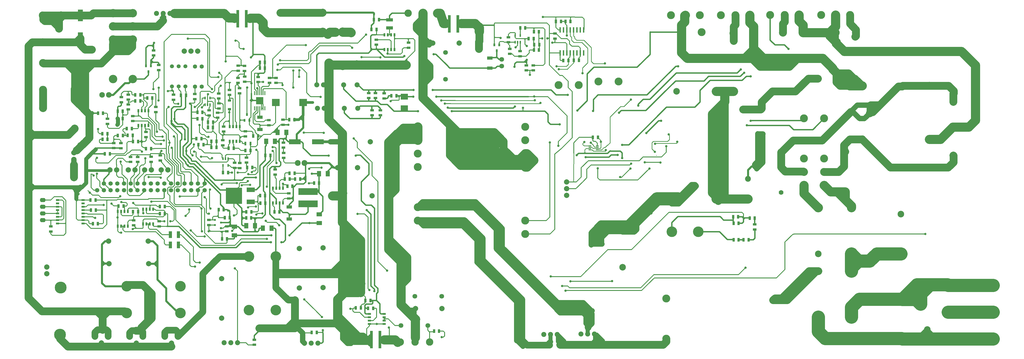
<source format=gtl>
G04 (created by PCBNEW (2013-07-07 BZR 4022)-stable) date 31-01-2015 18:12:54*
%MOIN*%
G04 Gerber Fmt 3.4, Leading zero omitted, Abs format*
%FSLAX34Y34*%
G01*
G70*
G90*
G04 APERTURE LIST*
%ADD10C,0.00590551*%
%ADD11C,0.0748031*%
%ADD12R,0.025X0.05*%
%ADD13C,0.0787402*%
%ADD14C,0.0984252*%
%ADD15C,0.0826772*%
%ADD16C,0.125984*%
%ADD17R,0.0165354X0.0590551*%
%ADD18R,0.110236X0.110236*%
%ADD19C,0.11811*%
%ADD20R,0.07X0.07*%
%ADD21C,0.07*%
%ADD22C,0.0590551*%
%ADD23R,0.05X0.03*%
%ADD24R,0.055X0.035*%
%ADD25R,0.035X0.055*%
%ADD26O,0.0866142X0.0629921*%
%ADD27R,0.0315X0.0394*%
%ADD28C,0.177165*%
%ADD29C,0.15748*%
%ADD30C,0.0866142*%
%ADD31R,0.0393701X0.011811*%
%ADD32R,0.0787402X0.0492126*%
%ADD33R,0.1732X0.0748*%
%ADD34R,0.0748X0.1732*%
%ADD35R,0.06X0.08*%
%ADD36R,0.08X0.06*%
%ADD37R,0.0814961X0.0472441*%
%ADD38R,0.0480315X0.0358268*%
%ADD39R,0.0314961X0.0314961*%
%ADD40R,0.0314961X0.0551181*%
%ADD41R,0.107992X0.085*%
%ADD42C,0.0708661*%
%ADD43R,0.114961X0.109843*%
%ADD44R,0.287402X0.104331*%
%ADD45C,0.110236*%
%ADD46R,0.1X0.05*%
%ADD47R,0.05X0.1*%
%ADD48R,0.0393701X0.259843*%
%ADD49R,0.023622X0.0413386*%
%ADD50R,0.05X0.025*%
%ADD51R,0.12X0.065*%
%ADD52R,0.24X0.24*%
%ADD53C,0.0629921*%
%ADD54R,0.0216535X0.0787402*%
%ADD55C,0.0649606*%
%ADD56C,0.035*%
%ADD57C,0.01*%
%ADD58C,0.011811*%
%ADD59C,0.019685*%
%ADD60C,0.0314961*%
%ADD61C,0.0393701*%
%ADD62C,0.137795*%
%ADD63C,0.0984252*%
%ADD64C,0.11811*%
%ADD65C,0.0787402*%
%ADD66C,0.0590551*%
%ADD67C,0.19685*%
G04 APERTURE END LIST*
G54D10*
G54D11*
X56078Y-25006D03*
X57078Y-25006D03*
X60078Y-25006D03*
X62078Y-25006D03*
X56183Y-28506D03*
X57183Y-28506D03*
X60183Y-28506D03*
X62183Y-28506D03*
G54D12*
X31005Y-28885D03*
X30505Y-28885D03*
X30005Y-28885D03*
X29505Y-28885D03*
X29505Y-31085D03*
X30005Y-31085D03*
X30505Y-31085D03*
X31005Y-31085D03*
G54D13*
X26260Y-37716D03*
X25260Y-37716D03*
X29010Y-37720D03*
X28010Y-37720D03*
X31433Y-37716D03*
X30433Y-37716D03*
G54D14*
X130740Y-43354D03*
X135661Y-43354D03*
X135661Y-50244D03*
X130740Y-50244D03*
X143047Y-50232D03*
X143047Y-44326D03*
G54D15*
X25115Y-26505D03*
X24115Y-26505D03*
G54D16*
X25736Y-24153D03*
X25736Y-18248D03*
X25736Y-16279D03*
X25736Y-14311D03*
X28688Y-14311D03*
X28688Y-16279D03*
X28688Y-18248D03*
X28688Y-24153D03*
G54D13*
X33920Y-37710D03*
X32920Y-37710D03*
G54D11*
X32216Y-14350D03*
X33216Y-14350D03*
X34216Y-14350D03*
X56242Y-63580D03*
X54242Y-63580D03*
X55242Y-63580D03*
X44259Y-63523D03*
X42259Y-63523D03*
X43259Y-63523D03*
G54D13*
X31057Y-51730D03*
X25152Y-51730D03*
G54D17*
X46810Y-28524D03*
X47060Y-28524D03*
X47320Y-28524D03*
X47570Y-28524D03*
X47830Y-28524D03*
X48085Y-28524D03*
X48340Y-28524D03*
X48340Y-26240D03*
X48085Y-26240D03*
X47830Y-26240D03*
X47570Y-26240D03*
X47315Y-26240D03*
X47060Y-26240D03*
X46805Y-26240D03*
G54D18*
X47570Y-27382D03*
G54D19*
X136350Y-17200D03*
X133350Y-17200D03*
X128470Y-17220D03*
X125470Y-17220D03*
X121120Y-17325D03*
X118120Y-17325D03*
X113385Y-17150D03*
X110385Y-17150D03*
X92074Y-25047D03*
X95074Y-25047D03*
X98011Y-24515D03*
X101011Y-24515D03*
X71118Y-31267D03*
X71118Y-33267D03*
X71118Y-35267D03*
X71118Y-37267D03*
X71118Y-43267D03*
X71118Y-45267D03*
X87118Y-47267D03*
X87118Y-45267D03*
X87118Y-37267D03*
X87118Y-35267D03*
X87118Y-33267D03*
X87118Y-31267D03*
X108112Y-62912D03*
X108112Y-56927D03*
G54D20*
X150844Y-35556D03*
G54D21*
X150844Y-27556D03*
G54D22*
X150082Y-54956D03*
X150082Y-58956D03*
X152519Y-58948D03*
X152519Y-62948D03*
G54D13*
X22590Y-19740D03*
X21590Y-19740D03*
X15884Y-53210D03*
X15884Y-52210D03*
G54D23*
X21265Y-45715D03*
X21265Y-45215D03*
X21265Y-44715D03*
X21265Y-44215D03*
X21265Y-43715D03*
X21265Y-43215D03*
X21265Y-42715D03*
X21265Y-42215D03*
X17465Y-42215D03*
X17465Y-42715D03*
X17465Y-43215D03*
X17465Y-43715D03*
X17465Y-45715D03*
X17465Y-45215D03*
X17465Y-44715D03*
X17465Y-44215D03*
G54D24*
X16490Y-46905D03*
X16490Y-46155D03*
G54D25*
X23132Y-42219D03*
X22382Y-42219D03*
X23485Y-45750D03*
X22735Y-45750D03*
X23185Y-43720D03*
X22435Y-43720D03*
G54D26*
X15268Y-42214D03*
X15268Y-43214D03*
X15268Y-44214D03*
X15268Y-45214D03*
G54D24*
X31767Y-20615D03*
X31767Y-19865D03*
G54D25*
X91676Y-15559D03*
X92426Y-15559D03*
G54D19*
X15314Y-21763D03*
X15314Y-25763D03*
X15303Y-28480D03*
X15303Y-32480D03*
X15291Y-14633D03*
X15291Y-18633D03*
G54D24*
X32543Y-22804D03*
X32543Y-22054D03*
G54D27*
X31011Y-23043D03*
X30636Y-22177D03*
X31386Y-22177D03*
G54D24*
X28350Y-35775D03*
X28350Y-36525D03*
X29415Y-35775D03*
X29415Y-36525D03*
X32774Y-35563D03*
X32774Y-36313D03*
X31410Y-35760D03*
X31410Y-36510D03*
G54D28*
X17857Y-62298D03*
X17955Y-55294D03*
G54D19*
X156771Y-62948D03*
X156771Y-58948D03*
X156771Y-54948D03*
G54D14*
X145960Y-57732D03*
X146984Y-61551D03*
X143240Y-57047D03*
X143240Y-62952D03*
X130748Y-52799D03*
X135669Y-52799D03*
X135669Y-59688D03*
X130748Y-59688D03*
G54D19*
X128618Y-30023D03*
X128618Y-36023D03*
X128622Y-38023D03*
X128622Y-40023D03*
X131614Y-36023D03*
X131614Y-30023D03*
X131614Y-40023D03*
X131614Y-38023D03*
G54D21*
X125196Y-35090D03*
X125196Y-41090D03*
X134744Y-34992D03*
X134744Y-40992D03*
G54D19*
X137285Y-25160D03*
X137285Y-33160D03*
X147285Y-33160D03*
X147285Y-25160D03*
X131174Y-14564D03*
X133320Y-14564D03*
X135465Y-14564D03*
X123584Y-14570D03*
X125730Y-14570D03*
X127875Y-14570D03*
X108804Y-14600D03*
X110950Y-14600D03*
X113095Y-14600D03*
X116254Y-14600D03*
X118400Y-14600D03*
X120545Y-14600D03*
G54D14*
X118110Y-25984D03*
X124015Y-25984D03*
X101598Y-52232D03*
X101598Y-46326D03*
X115551Y-25984D03*
X109645Y-25984D03*
G54D29*
X112870Y-46948D03*
X108933Y-46948D03*
G54D30*
X120275Y-42051D03*
X120275Y-39051D03*
G54D11*
X97425Y-62200D03*
X96425Y-62200D03*
X95425Y-62200D03*
X91877Y-62287D03*
X90877Y-62287D03*
X89877Y-62287D03*
G54D31*
X96736Y-34122D03*
X96732Y-34318D03*
X96736Y-34515D03*
X96736Y-34712D03*
X97838Y-34712D03*
X97838Y-34515D03*
X97838Y-34318D03*
X97838Y-34122D03*
G54D13*
X93287Y-39527D03*
X93287Y-40527D03*
X93287Y-41527D03*
X38345Y-19985D03*
X37345Y-19985D03*
X36345Y-19985D03*
G54D25*
X48353Y-22511D03*
X47603Y-22511D03*
X28667Y-32560D03*
X27917Y-32560D03*
X52858Y-39076D03*
X53608Y-39076D03*
X38295Y-30070D03*
X39045Y-30070D03*
G54D24*
X42208Y-31247D03*
X42208Y-31997D03*
G54D25*
X48413Y-35531D03*
X49163Y-35531D03*
X39885Y-30590D03*
X40635Y-30590D03*
X52020Y-38206D03*
X52770Y-38206D03*
X48353Y-21646D03*
X47603Y-21646D03*
G54D24*
X28686Y-30426D03*
X28686Y-29676D03*
G54D25*
X88408Y-17094D03*
X89158Y-17094D03*
G54D24*
X64807Y-26247D03*
X64807Y-26997D03*
X63822Y-26247D03*
X63822Y-26997D03*
X65555Y-28806D03*
X65555Y-29556D03*
X64295Y-28806D03*
X64295Y-29556D03*
G54D25*
X40386Y-34344D03*
X41136Y-34344D03*
G54D24*
X44611Y-37433D03*
X44611Y-36683D03*
G54D25*
X64059Y-57218D03*
X63309Y-57218D03*
X36600Y-26568D03*
X35850Y-26568D03*
G54D24*
X27993Y-26477D03*
X27993Y-27227D03*
G54D25*
X45563Y-44876D03*
X46313Y-44876D03*
X64969Y-16746D03*
X64219Y-16746D03*
G54D24*
X32621Y-46145D03*
X32621Y-45395D03*
X42683Y-46886D03*
X42683Y-46136D03*
X28796Y-45237D03*
X28796Y-45987D03*
G54D25*
X88447Y-19023D03*
X89197Y-19023D03*
X93093Y-15559D03*
X93843Y-15559D03*
G54D24*
X91539Y-18099D03*
X91539Y-17349D03*
G54D13*
X62129Y-37396D03*
X59177Y-37396D03*
X56945Y-17156D03*
X56945Y-14203D03*
X50644Y-17206D03*
X50644Y-14253D03*
G54D32*
X81850Y-21023D03*
X81854Y-22500D03*
G54D33*
X52812Y-33498D03*
X56237Y-33498D03*
G54D34*
X20877Y-14634D03*
X20877Y-18059D03*
G54D35*
X45578Y-46056D03*
X46878Y-46056D03*
X51538Y-32111D03*
X50238Y-32111D03*
G54D36*
X43808Y-47476D03*
X43808Y-46176D03*
G54D35*
X56405Y-38292D03*
X57705Y-38292D03*
G54D24*
X41310Y-29175D03*
X41310Y-29925D03*
X51893Y-41216D03*
X51893Y-41966D03*
X45619Y-36621D03*
X45619Y-35871D03*
G54D25*
X49773Y-43996D03*
X50523Y-43996D03*
G54D24*
X48948Y-30291D03*
X48948Y-31041D03*
X50003Y-24716D03*
X50003Y-23966D03*
X49058Y-24716D03*
X49058Y-23966D03*
G54D13*
X53460Y-55356D03*
X53460Y-49451D03*
X58120Y-33511D03*
X64026Y-33511D03*
X57024Y-55268D03*
X57024Y-49363D03*
X41900Y-53947D03*
X41900Y-59852D03*
X30980Y-48356D03*
X25075Y-48356D03*
X58400Y-41596D03*
X64306Y-41596D03*
X20020Y-25603D03*
X20020Y-31508D03*
X70763Y-58410D03*
X74700Y-58410D03*
X77277Y-18776D03*
X73340Y-18776D03*
G54D37*
X51970Y-43233D03*
X51970Y-45060D03*
X47598Y-29854D03*
X47598Y-31681D03*
G54D25*
X33450Y-44254D03*
X32700Y-44254D03*
X51293Y-39086D03*
X52043Y-39086D03*
X87621Y-18118D03*
X88371Y-18118D03*
X29474Y-43960D03*
X28724Y-43960D03*
X39048Y-29102D03*
X38298Y-29102D03*
X38895Y-33050D03*
X38145Y-33050D03*
G54D24*
X64943Y-19024D03*
X64943Y-18274D03*
X45437Y-32705D03*
X45437Y-31955D03*
G54D25*
X63717Y-58373D03*
X64467Y-58373D03*
G54D38*
X43074Y-28645D03*
X43074Y-27354D03*
G54D39*
X40908Y-45192D03*
X40908Y-45940D03*
X41810Y-45566D03*
G54D40*
X46224Y-33787D03*
X45437Y-33787D03*
G54D41*
X69098Y-26775D03*
X69098Y-28515D03*
G54D30*
X53253Y-36671D03*
X54253Y-36671D03*
G54D35*
X49846Y-33460D03*
X48546Y-33460D03*
X49350Y-46400D03*
X48050Y-46400D03*
G54D36*
X56458Y-44332D03*
X56458Y-45632D03*
G54D25*
X56414Y-39683D03*
X55664Y-39683D03*
X87111Y-16503D03*
X86361Y-16503D03*
G54D24*
X86342Y-20737D03*
X86342Y-19987D03*
G54D25*
X88408Y-19811D03*
X89158Y-19811D03*
G54D24*
X43074Y-25774D03*
X43074Y-26524D03*
G54D25*
X30838Y-26985D03*
X31588Y-26985D03*
G54D24*
X88311Y-22863D03*
X88311Y-22113D03*
X49868Y-37661D03*
X49868Y-38411D03*
G54D25*
X29055Y-26510D03*
X29805Y-26510D03*
X29055Y-27410D03*
X29805Y-27410D03*
G54D24*
X30646Y-32799D03*
X30646Y-32049D03*
G54D25*
X28710Y-33495D03*
X29460Y-33495D03*
X27783Y-31542D03*
X28533Y-31542D03*
G54D42*
X83625Y-22200D03*
X83625Y-21200D03*
G54D43*
X49990Y-27646D03*
X54042Y-27646D03*
G54D29*
X45977Y-50638D03*
X45977Y-58631D03*
X49992Y-58631D03*
X49992Y-50638D03*
X35775Y-55078D03*
X27783Y-55078D03*
X27783Y-59094D03*
X35775Y-59094D03*
G54D44*
X54764Y-42794D03*
X54764Y-40963D03*
G54D45*
X72888Y-63400D03*
X70700Y-63400D03*
X68511Y-63400D03*
X69681Y-14310D03*
X71870Y-14310D03*
X74058Y-14310D03*
G54D27*
X82877Y-19929D03*
X82502Y-19063D03*
X83252Y-19063D03*
X45683Y-29443D03*
X46058Y-30309D03*
X45308Y-30309D03*
G54D46*
X66904Y-16499D03*
X66904Y-15299D03*
G54D47*
X34275Y-47370D03*
X35475Y-47370D03*
G54D24*
X32120Y-29075D03*
X32120Y-28325D03*
X26992Y-27598D03*
X26992Y-26848D03*
X27993Y-28683D03*
X27993Y-27933D03*
G54D25*
X27185Y-28945D03*
X26435Y-28945D03*
X27168Y-30033D03*
X26418Y-30033D03*
G54D24*
X24915Y-30090D03*
X24915Y-30840D03*
G54D25*
X24525Y-35310D03*
X25275Y-35310D03*
X61890Y-58320D03*
X62640Y-58320D03*
X42943Y-34486D03*
X43693Y-34486D03*
G54D24*
X34750Y-27245D03*
X34750Y-26495D03*
X37908Y-27132D03*
X37908Y-26382D03*
G54D25*
X41475Y-43652D03*
X42225Y-43652D03*
X42366Y-44838D03*
X43116Y-44838D03*
G54D24*
X39998Y-45931D03*
X39998Y-45181D03*
G54D25*
X42713Y-48026D03*
X41963Y-48026D03*
X51703Y-40136D03*
X52453Y-40136D03*
X46597Y-32645D03*
X47347Y-32645D03*
G54D24*
X44370Y-22155D03*
X44370Y-22905D03*
X44564Y-25514D03*
X44564Y-26264D03*
X44352Y-23978D03*
X44352Y-24728D03*
X45339Y-23796D03*
X45339Y-24546D03*
X45325Y-22186D03*
X45325Y-22936D03*
G54D25*
X45455Y-34811D03*
X46205Y-34811D03*
G54D24*
X42090Y-33294D03*
X42090Y-34044D03*
G54D25*
X24255Y-29250D03*
X23505Y-29250D03*
X45589Y-43970D03*
X46339Y-43970D03*
X47659Y-42665D03*
X48409Y-42665D03*
X47640Y-41535D03*
X48390Y-41535D03*
G54D24*
X51128Y-35171D03*
X51128Y-35921D03*
X51098Y-33645D03*
X51098Y-34395D03*
G54D25*
X52732Y-30205D03*
X51982Y-30205D03*
G54D24*
X51056Y-30217D03*
X51056Y-30967D03*
X47333Y-23831D03*
X47333Y-24581D03*
G54D25*
X24903Y-32326D03*
X24153Y-32326D03*
X24924Y-33152D03*
X24174Y-33152D03*
G54D24*
X25850Y-33703D03*
X25850Y-34453D03*
X26906Y-33725D03*
X26906Y-34475D03*
G54D25*
X26445Y-32580D03*
X27195Y-32580D03*
X31399Y-34545D03*
X30649Y-34545D03*
X121292Y-44925D03*
X120542Y-44925D03*
X64576Y-15290D03*
X65326Y-15290D03*
G54D24*
X46770Y-63075D03*
X46770Y-63825D03*
G54D25*
X39201Y-33935D03*
X38451Y-33935D03*
X46470Y-37338D03*
X45720Y-37338D03*
X55313Y-61965D03*
X56063Y-61965D03*
X118812Y-44728D03*
X118062Y-44728D03*
X118890Y-45673D03*
X118140Y-45673D03*
X120375Y-48137D03*
X119625Y-48137D03*
X73529Y-61785D03*
X74279Y-61785D03*
G54D24*
X121271Y-45849D03*
X121271Y-46599D03*
G54D25*
X118128Y-48137D03*
X118878Y-48137D03*
G54D24*
X43830Y-37405D03*
X43830Y-36655D03*
G54D25*
X40386Y-33431D03*
X41136Y-33431D03*
G54D24*
X40046Y-29567D03*
X40046Y-28817D03*
X41510Y-27785D03*
X41510Y-28535D03*
X41486Y-26306D03*
X41486Y-27056D03*
G54D25*
X39865Y-31390D03*
X40615Y-31390D03*
G54D24*
X84610Y-17900D03*
X84610Y-18650D03*
X69728Y-19466D03*
X69728Y-18716D03*
G54D25*
X32700Y-43183D03*
X33450Y-43183D03*
X27304Y-43113D03*
X26554Y-43113D03*
X42875Y-38110D03*
X42125Y-38110D03*
X67182Y-26652D03*
X67932Y-26652D03*
G54D24*
X66106Y-26286D03*
X66106Y-27036D03*
G54D25*
X94353Y-21346D03*
X95103Y-21346D03*
X93528Y-21385D03*
X92778Y-21385D03*
X97940Y-32850D03*
X97190Y-32850D03*
G54D24*
X84807Y-20382D03*
X84807Y-19632D03*
X87287Y-22113D03*
X87287Y-22863D03*
G54D48*
X45574Y-15137D03*
X44314Y-15137D03*
X65463Y-63052D03*
X64204Y-63052D03*
X77068Y-15906D03*
X75808Y-15906D03*
G54D42*
X75248Y-24171D03*
X75248Y-20171D03*
X74688Y-56584D03*
X70688Y-56584D03*
X68605Y-60935D03*
X72605Y-60935D03*
G54D49*
X42865Y-36050D03*
X42115Y-36050D03*
X42865Y-37050D03*
X42490Y-36050D03*
X42115Y-37050D03*
X39435Y-27970D03*
X40185Y-27970D03*
X39435Y-26970D03*
X39810Y-27970D03*
X40185Y-26970D03*
X85613Y-18657D03*
X86363Y-18657D03*
X85613Y-17657D03*
X85988Y-18657D03*
X86363Y-17657D03*
G54D12*
X66136Y-19748D03*
X66636Y-19748D03*
X67136Y-19748D03*
X67636Y-19748D03*
X67636Y-17548D03*
X67136Y-17548D03*
X66636Y-17548D03*
X66136Y-17548D03*
X31725Y-43570D03*
X31225Y-43570D03*
X30725Y-43570D03*
X30225Y-43570D03*
X30225Y-45770D03*
X30725Y-45770D03*
X31225Y-45770D03*
X31725Y-45770D03*
X27930Y-43920D03*
X27430Y-43920D03*
X26930Y-43920D03*
X26430Y-43920D03*
X26430Y-46120D03*
X26930Y-46120D03*
X27430Y-46120D03*
X27930Y-46120D03*
X44618Y-31251D03*
X44118Y-31251D03*
X43618Y-31251D03*
X43118Y-31251D03*
X43118Y-33451D03*
X43618Y-33451D03*
X44118Y-33451D03*
X44618Y-33451D03*
X49553Y-42661D03*
X50053Y-42661D03*
X50553Y-42661D03*
X51053Y-42661D03*
X51053Y-40461D03*
X50553Y-40461D03*
X50053Y-40461D03*
X49553Y-40461D03*
G54D50*
X63910Y-59200D03*
X63910Y-59700D03*
X63910Y-60200D03*
X63910Y-60700D03*
X66110Y-60700D03*
X66110Y-60200D03*
X66110Y-59700D03*
X66110Y-59200D03*
G54D51*
X46251Y-42494D03*
G54D52*
X43751Y-41594D03*
G54D51*
X46251Y-40694D03*
G54D13*
X19921Y-35153D03*
X19921Y-36153D03*
G54D53*
X37930Y-25265D03*
X38930Y-25265D03*
X38930Y-22265D03*
X37930Y-22265D03*
G54D22*
X36500Y-22250D03*
X35500Y-22250D03*
X34500Y-22250D03*
X34500Y-25250D03*
X35500Y-25250D03*
X36500Y-25250D03*
G54D54*
X92309Y-20246D03*
X92809Y-20246D03*
X93309Y-20246D03*
X93809Y-20246D03*
X94309Y-20246D03*
X94809Y-20246D03*
X95309Y-20246D03*
X95809Y-20246D03*
X95809Y-16800D03*
X95309Y-16800D03*
X94809Y-16800D03*
X94309Y-16800D03*
X93809Y-16800D03*
X93309Y-16800D03*
X92809Y-16800D03*
X92309Y-16800D03*
G54D11*
X35414Y-62595D03*
X34430Y-63580D03*
X33445Y-62595D03*
X30178Y-62595D03*
X29194Y-63580D03*
X28209Y-62595D03*
X25008Y-62573D03*
X24024Y-63558D03*
X23039Y-62573D03*
G54D47*
X34275Y-48900D03*
X35475Y-48900D03*
G54D55*
X28360Y-40750D03*
X29360Y-40750D03*
X30360Y-40750D03*
X31360Y-40750D03*
X32360Y-40750D03*
X33360Y-40750D03*
X34360Y-40750D03*
X35360Y-40750D03*
X36360Y-40750D03*
X37360Y-40750D03*
X38360Y-40750D03*
X39360Y-40750D03*
X27360Y-40750D03*
X26360Y-40750D03*
X25360Y-40750D03*
X24360Y-40750D03*
X23360Y-40750D03*
X39360Y-39750D03*
X38360Y-39750D03*
X37360Y-39750D03*
X36360Y-39750D03*
X35360Y-39750D03*
X34360Y-39750D03*
X33360Y-39750D03*
X32360Y-39750D03*
X31360Y-39750D03*
X30360Y-39750D03*
X29360Y-39750D03*
X28360Y-39750D03*
X27360Y-39750D03*
X26360Y-39750D03*
X25360Y-39750D03*
X24360Y-39750D03*
G54D56*
X40176Y-40635D03*
X40230Y-43475D03*
X38899Y-43480D03*
X39964Y-46897D03*
X38980Y-46897D03*
X61890Y-35570D03*
X57855Y-35580D03*
X49245Y-48510D03*
X50820Y-48503D03*
X73468Y-20440D03*
X69098Y-20716D03*
X55463Y-27656D03*
X36639Y-34875D03*
X85515Y-22305D03*
X75585Y-28410D03*
X85589Y-28231D03*
X32955Y-34875D03*
X47004Y-38841D03*
X37198Y-27825D03*
X35430Y-27840D03*
X91145Y-18708D03*
X87326Y-21267D03*
X87326Y-19220D03*
X55358Y-38275D03*
X34146Y-33656D03*
X33309Y-33323D03*
X46139Y-39933D03*
X44898Y-39999D03*
X41900Y-39872D03*
X44184Y-39697D03*
X54977Y-45632D03*
X52020Y-47484D03*
X52577Y-22876D03*
X52577Y-25403D03*
X41423Y-23859D03*
X49295Y-47488D03*
X43727Y-44501D03*
X45797Y-39393D03*
X45885Y-38339D03*
X47066Y-34700D03*
X34889Y-30110D03*
X63500Y-43710D03*
X59925Y-17130D03*
X58845Y-17156D03*
X57721Y-17458D03*
X61106Y-17156D03*
X64635Y-55815D03*
X46259Y-20921D03*
X22463Y-14633D03*
X23110Y-14311D03*
X24090Y-14340D03*
X24660Y-14311D03*
X23499Y-31608D03*
X17666Y-16610D03*
X17666Y-15378D03*
X16676Y-14633D03*
X17960Y-14630D03*
X19200Y-14633D03*
X42494Y-21510D03*
X104480Y-44870D03*
X105857Y-44227D03*
X105922Y-42832D03*
X106970Y-42060D03*
X108150Y-42015D03*
X109380Y-42390D03*
X110118Y-42243D03*
X110385Y-41430D03*
X111063Y-41298D03*
X111127Y-40687D03*
X111836Y-40526D03*
X111885Y-39930D03*
X112476Y-39886D03*
X96930Y-48300D03*
X96844Y-47595D03*
X97237Y-46792D03*
X97937Y-45992D03*
X99075Y-45650D03*
X100590Y-46326D03*
X99795Y-46920D03*
X99061Y-46948D03*
X98475Y-47850D03*
X98228Y-48630D03*
X97980Y-47530D03*
X86778Y-28437D03*
X99098Y-34732D03*
X89728Y-14889D03*
X76185Y-28944D03*
X71145Y-28944D03*
X92248Y-30913D03*
X67077Y-27446D03*
X56646Y-26811D03*
X50210Y-22790D03*
X88431Y-26761D03*
X93311Y-17645D03*
X108114Y-34181D03*
X92051Y-34102D03*
X73862Y-26779D03*
X70437Y-26779D03*
X41544Y-23202D03*
X34010Y-28310D03*
X37922Y-28310D03*
X39382Y-41783D03*
X40001Y-44240D03*
X129375Y-52799D03*
X129549Y-53998D03*
X128229Y-53945D03*
X128190Y-55380D03*
X126712Y-55462D03*
X126462Y-57107D03*
X125355Y-57150D03*
X124365Y-57107D03*
X100038Y-54330D03*
X93840Y-54345D03*
X56791Y-37366D03*
X54929Y-37555D03*
X50090Y-36670D03*
X49494Y-34308D03*
X48641Y-40230D03*
X92600Y-55050D03*
X119900Y-52316D03*
X49518Y-34884D03*
X45840Y-43310D03*
X47007Y-43182D03*
X34468Y-34405D03*
X32860Y-33840D03*
X39956Y-32796D03*
X54156Y-32145D03*
X57120Y-32190D03*
X66540Y-52750D03*
X90895Y-53620D03*
X61560Y-33015D03*
X38619Y-31024D03*
X37769Y-33917D03*
X37571Y-35532D03*
X34799Y-32715D03*
X32261Y-32022D03*
X146674Y-47285D03*
X93100Y-55755D03*
X50475Y-45975D03*
X48461Y-45325D03*
X47970Y-44208D03*
X47061Y-44388D03*
X23338Y-38297D03*
X33921Y-25934D03*
X28740Y-42660D03*
X26971Y-42525D03*
X31442Y-42440D03*
X61083Y-58442D03*
X48636Y-48020D03*
X50281Y-21987D03*
X26865Y-36465D03*
X61350Y-19470D03*
X62730Y-20880D03*
X65529Y-20916D03*
X66596Y-20340D03*
X23338Y-35903D03*
X30044Y-34993D03*
X30540Y-35979D03*
X74625Y-27336D03*
X88529Y-27321D03*
X91782Y-22242D03*
X43981Y-18410D03*
X45180Y-19638D03*
X22288Y-41111D03*
X75140Y-27812D03*
X26816Y-41652D03*
X89369Y-27713D03*
X92124Y-22680D03*
X31755Y-25650D03*
X32510Y-27340D03*
X32530Y-25450D03*
X23076Y-44870D03*
X24346Y-42952D03*
X120545Y-15665D03*
X121120Y-16345D03*
X115617Y-21313D03*
X94870Y-28838D03*
X150690Y-20000D03*
X151425Y-19985D03*
X152057Y-20007D03*
X152590Y-20524D03*
X153137Y-21087D03*
X154132Y-22066D03*
X154145Y-22905D03*
X154345Y-24290D03*
X154115Y-25480D03*
X154145Y-26635D03*
X154115Y-27790D03*
X148076Y-33160D03*
X149424Y-32662D03*
X150084Y-31768D03*
X150854Y-31299D03*
X151954Y-31240D03*
X139288Y-19985D03*
X140050Y-20000D03*
X140740Y-19985D03*
X141440Y-20000D03*
X142130Y-19985D03*
X142960Y-20000D03*
X143710Y-19985D03*
X144450Y-20000D03*
X145470Y-19985D03*
X146205Y-20000D03*
X133320Y-15300D03*
X133320Y-16110D03*
X132900Y-18190D03*
X129780Y-17220D03*
X127875Y-15400D03*
X128380Y-15979D03*
X128360Y-16490D03*
X119693Y-23198D03*
X101078Y-29196D03*
X120120Y-31050D03*
X93429Y-26503D03*
X73350Y-25795D03*
X70476Y-25795D03*
X97905Y-37485D03*
X98384Y-33516D03*
X105600Y-37500D03*
X106421Y-35027D03*
X108468Y-32413D03*
X96890Y-33647D03*
X96099Y-35802D03*
X100874Y-35472D03*
X94773Y-35515D03*
X101555Y-35956D03*
X56854Y-59668D03*
X56973Y-61663D03*
X54201Y-57057D03*
X38640Y-51555D03*
X37947Y-52157D03*
X43860Y-52425D03*
X109886Y-22246D03*
X97224Y-28901D03*
X103928Y-28107D03*
X119201Y-22716D03*
X120672Y-23733D03*
X101527Y-33988D03*
X95900Y-33543D03*
X95633Y-23275D03*
X98980Y-21818D03*
X102838Y-27212D03*
X118140Y-18436D03*
X118120Y-16145D03*
X118400Y-15555D03*
X125730Y-15620D03*
X118860Y-42051D03*
X118157Y-42062D03*
X116158Y-42051D03*
X117509Y-42051D03*
X116090Y-25984D03*
X117400Y-26030D03*
X115511Y-42051D03*
X119416Y-42051D03*
X116710Y-42051D03*
X116697Y-25984D03*
X22827Y-38532D03*
X31032Y-38790D03*
X32858Y-38885D03*
X37804Y-34966D03*
X38983Y-28385D03*
X125670Y-25984D03*
X126765Y-25984D03*
X127770Y-25984D03*
X128205Y-25125D03*
X129090Y-24690D03*
X129262Y-24068D03*
X119548Y-28688D03*
X120410Y-28740D03*
X121220Y-28688D03*
X121910Y-28740D03*
X122320Y-28250D03*
X122251Y-27748D03*
X122759Y-27149D03*
X135465Y-15209D03*
X135465Y-15800D03*
X135900Y-16320D03*
X136350Y-17200D03*
X122056Y-37004D03*
X122251Y-36278D03*
X121737Y-35618D03*
X122251Y-35068D03*
X121737Y-34672D03*
X122251Y-34166D03*
X121737Y-33638D03*
X122251Y-33000D03*
X121260Y-37170D03*
X46396Y-38052D03*
X63900Y-55650D03*
X66825Y-61263D03*
X62150Y-44286D03*
X50610Y-21360D03*
X63400Y-17530D03*
X41783Y-25137D03*
X101235Y-38775D03*
X102759Y-37527D03*
X135669Y-58303D03*
X136416Y-57458D03*
X138578Y-57047D03*
X141020Y-57015D03*
X144694Y-57047D03*
X144891Y-55395D03*
X147326Y-54952D03*
X150082Y-54956D03*
X153214Y-54950D03*
X154765Y-54948D03*
X130748Y-61836D03*
X131775Y-62893D03*
X133716Y-62865D03*
X137038Y-62893D03*
X139510Y-62865D03*
X143240Y-62952D03*
X148227Y-62952D03*
X151160Y-62952D03*
X154260Y-62952D03*
X87801Y-23506D03*
X90791Y-33629D03*
X24244Y-60949D03*
X24177Y-59594D03*
X24800Y-58800D03*
X25905Y-58800D03*
X51670Y-14250D03*
X52929Y-14260D03*
X54200Y-14253D03*
X55179Y-14268D03*
X56160Y-14253D03*
X57870Y-21735D03*
X58960Y-22066D03*
X13151Y-31050D03*
X13149Y-29150D03*
X13151Y-27100D03*
X13149Y-25000D03*
X13151Y-22850D03*
X13149Y-21119D03*
X13149Y-32850D03*
X13151Y-35050D03*
X13149Y-37200D03*
X13151Y-40305D03*
X13149Y-41998D03*
X13151Y-43900D03*
X13149Y-46500D03*
X13151Y-49500D03*
X13149Y-51840D03*
X13151Y-55704D03*
X13149Y-56830D03*
X14272Y-57920D03*
X15119Y-58800D03*
X23567Y-58985D03*
X20603Y-58800D03*
X18013Y-58800D03*
X78619Y-15854D03*
X80220Y-19650D03*
X80262Y-19137D03*
X80262Y-18440D03*
X80262Y-18000D03*
X25501Y-42742D03*
X23100Y-34720D03*
X26370Y-30980D03*
X31850Y-18740D03*
X59918Y-22101D03*
X61008Y-22036D03*
X34262Y-45394D03*
X33381Y-45387D03*
X43052Y-29124D03*
X46343Y-24790D03*
X54428Y-19074D03*
X36883Y-18102D03*
X40487Y-25650D03*
X39884Y-26420D03*
X62008Y-22026D03*
X64994Y-60700D03*
X74690Y-62685D03*
X26943Y-47089D03*
X28692Y-46548D03*
X26411Y-44829D03*
X30237Y-44172D03*
X47505Y-61350D03*
X85673Y-19417D03*
X83429Y-18000D03*
X89649Y-18078D03*
X90397Y-18078D03*
X51848Y-30967D03*
X80262Y-17064D03*
X80240Y-16382D03*
X79646Y-15854D03*
X69383Y-22046D03*
X68543Y-22061D03*
X67643Y-22061D03*
X35672Y-41664D03*
X36873Y-37044D03*
X33093Y-32733D03*
X36456Y-33145D03*
X42861Y-43773D03*
X43479Y-46805D03*
X39362Y-47637D03*
X37319Y-46742D03*
X41805Y-46409D03*
X38829Y-35760D03*
X40460Y-35959D03*
X34430Y-30401D03*
X53450Y-23820D03*
X53460Y-22850D03*
X154171Y-58948D03*
X154671Y-58956D03*
X155370Y-58956D03*
X150960Y-58956D03*
X138285Y-34125D03*
X138998Y-34758D03*
X139897Y-35772D03*
X140746Y-36506D03*
X141481Y-37356D03*
X143000Y-37455D03*
X144342Y-37356D03*
X146212Y-37455D03*
X147863Y-37356D03*
X149368Y-37455D03*
X150084Y-37356D03*
X134876Y-33726D03*
X135430Y-33142D03*
X136017Y-33160D03*
X132689Y-38023D03*
X133925Y-38023D03*
X134574Y-37224D03*
X134653Y-36102D03*
X120675Y-30390D03*
X105157Y-32216D03*
X107358Y-30389D03*
X107244Y-36603D03*
X104925Y-36582D03*
X127021Y-33329D03*
X128175Y-33132D03*
X129465Y-33329D03*
X131612Y-33132D03*
X132516Y-32108D03*
X133984Y-30760D03*
X134782Y-29842D03*
X141300Y-26715D03*
X142040Y-26030D03*
X143300Y-25160D03*
X144900Y-25160D03*
X135950Y-28650D03*
X136384Y-28194D03*
X137170Y-28050D03*
X137940Y-28141D03*
X138512Y-29070D03*
X138318Y-29681D03*
X137612Y-30050D03*
X136920Y-30106D03*
X136345Y-29495D03*
X135937Y-28862D03*
X19118Y-64130D03*
X20325Y-64064D03*
X21360Y-64130D03*
X22380Y-64064D03*
X25200Y-64130D03*
X26400Y-64064D03*
X27742Y-64130D03*
X30228Y-64064D03*
X31504Y-64130D03*
X33022Y-64064D03*
X102877Y-36779D03*
X136744Y-51326D03*
X138390Y-51330D03*
X139472Y-50232D03*
X140820Y-50232D03*
X128622Y-41261D03*
X129565Y-42214D03*
X132582Y-40992D03*
X133759Y-41141D03*
X134744Y-42162D03*
X83670Y-46960D03*
X83685Y-47500D03*
X83670Y-48020D03*
X83685Y-48590D03*
X73950Y-42495D03*
X74670Y-42495D03*
X75330Y-42495D03*
X76005Y-42495D03*
X76680Y-42495D03*
X77370Y-42495D03*
X78015Y-42495D03*
X78705Y-42495D03*
X85035Y-51735D03*
X84637Y-51307D03*
X84314Y-50850D03*
X83797Y-50467D03*
X83429Y-49965D03*
X82890Y-49560D03*
X82901Y-48960D03*
X80680Y-44430D03*
X81040Y-44890D03*
X81594Y-45235D03*
X82040Y-45890D03*
X73238Y-42944D03*
X73780Y-43267D03*
X74438Y-43267D03*
X75166Y-43267D03*
X75831Y-43267D03*
X76524Y-43267D03*
X77230Y-43267D03*
X77940Y-43267D03*
X104832Y-63822D03*
X105630Y-63874D03*
X106425Y-63822D03*
X107070Y-63874D03*
X93617Y-63874D03*
X94230Y-63822D03*
X95070Y-63874D03*
X95850Y-63822D03*
X97034Y-63874D03*
X98147Y-63822D03*
X98925Y-63874D03*
X99795Y-63822D03*
X100650Y-63874D03*
X86296Y-56758D03*
X86614Y-57525D03*
X86640Y-58200D03*
X86614Y-59175D03*
X86640Y-60180D03*
X86614Y-61155D03*
X86640Y-61952D03*
X86614Y-63118D03*
X87384Y-64013D03*
X85682Y-57300D03*
X85845Y-58020D03*
X85900Y-58710D03*
X85845Y-59775D03*
X85900Y-60690D03*
X85845Y-61530D03*
X85900Y-62510D03*
X85936Y-63206D03*
X86713Y-64013D03*
X88095Y-63889D03*
X89215Y-64013D03*
X90310Y-63889D03*
X73024Y-45255D03*
X73584Y-45267D03*
X74200Y-45267D03*
X74907Y-45267D03*
X75621Y-45267D03*
X76307Y-45267D03*
X80685Y-50300D03*
X80708Y-51181D03*
X81252Y-51607D03*
X80740Y-52300D03*
X80490Y-51930D03*
X80090Y-51650D03*
X80010Y-51070D03*
X79950Y-50490D03*
X71895Y-45960D03*
X72555Y-46040D03*
X73140Y-45960D03*
X73785Y-46040D03*
X74415Y-45960D03*
X75060Y-46040D03*
X75750Y-45960D03*
X76545Y-46040D03*
X77235Y-45960D03*
X77790Y-46040D03*
X78225Y-46410D03*
X78627Y-46877D03*
X79132Y-47317D03*
X37083Y-43611D03*
X36545Y-44586D03*
X47208Y-25519D03*
X50988Y-25047D03*
X54914Y-39707D03*
X51056Y-39794D03*
X45717Y-25424D03*
X48074Y-24574D03*
X19910Y-38808D03*
X19910Y-37554D03*
X126300Y-19640D03*
X44294Y-38114D03*
X43439Y-38124D03*
X106440Y-33818D03*
X109751Y-33503D03*
G54D57*
X106614Y-35523D02*
X106594Y-35543D01*
G54D58*
X40104Y-42921D02*
X40104Y-40707D01*
X40104Y-40707D02*
X40176Y-40635D01*
X34880Y-39357D02*
X34880Y-38330D01*
X34880Y-38330D02*
X34860Y-38310D01*
X34209Y-42412D02*
X34209Y-41580D01*
X34630Y-42833D02*
X34209Y-42412D01*
X38899Y-43480D02*
X38696Y-43277D01*
X34630Y-42834D02*
X34984Y-43188D01*
X34984Y-43188D02*
X38607Y-43188D01*
X38607Y-43188D02*
X38696Y-43277D01*
X34630Y-42833D02*
X34630Y-42834D01*
X34880Y-39290D02*
X34872Y-39282D01*
X34880Y-40014D02*
X34880Y-39357D01*
X34880Y-39357D02*
X34880Y-39290D01*
X34628Y-40266D02*
X34880Y-40014D01*
X34046Y-40266D02*
X34628Y-40266D01*
X33867Y-40445D02*
X34046Y-40266D01*
X33867Y-41238D02*
X33867Y-40445D01*
X34209Y-41580D02*
X33867Y-41238D01*
X40104Y-43349D02*
X40230Y-43475D01*
X40104Y-42921D02*
X40104Y-43349D01*
X33775Y-35378D02*
X33775Y-36031D01*
X34860Y-38310D02*
X34860Y-37116D01*
X33668Y-35271D02*
X33775Y-35378D01*
X33668Y-34538D02*
X33668Y-35271D01*
X33775Y-36031D02*
X34860Y-37116D01*
X33075Y-31731D02*
X33075Y-31766D01*
X33075Y-31766D02*
X33668Y-32359D01*
X33668Y-32359D02*
X33668Y-34538D01*
X33668Y-34538D02*
X33668Y-34588D01*
X38899Y-43547D02*
X38899Y-43480D01*
X33668Y-34494D02*
X33668Y-34588D01*
X33668Y-34515D02*
X33668Y-34494D01*
X31399Y-34545D02*
X31839Y-34545D01*
X31839Y-34545D02*
X31869Y-34515D01*
X31869Y-34515D02*
X33668Y-34515D01*
X38899Y-44478D02*
X38901Y-44478D01*
X38899Y-43547D02*
X38899Y-44478D01*
X38901Y-46818D02*
X38901Y-44478D01*
X40279Y-46886D02*
X39975Y-46886D01*
X39975Y-46886D02*
X39964Y-46897D01*
X38980Y-46897D02*
X38901Y-46818D01*
X32662Y-31731D02*
X33075Y-31731D01*
X32560Y-31629D02*
X32662Y-31731D01*
X32560Y-30756D02*
X32560Y-31629D01*
X32464Y-30660D02*
X32560Y-30756D01*
X32459Y-30660D02*
X32464Y-30660D01*
X32120Y-30321D02*
X32459Y-30660D01*
X32120Y-29075D02*
X32120Y-30321D01*
X41972Y-47055D02*
X41893Y-47055D01*
X41893Y-47055D02*
X41725Y-46886D01*
X41972Y-46886D02*
X41972Y-47055D01*
X41972Y-47055D02*
X41972Y-47072D01*
X41972Y-47072D02*
X41963Y-47081D01*
X41893Y-46886D02*
X41893Y-47011D01*
X41893Y-47011D02*
X41963Y-47081D01*
X42158Y-46886D02*
X41972Y-46886D01*
X41972Y-46886D02*
X41893Y-46886D01*
X41893Y-46886D02*
X41725Y-46886D01*
X41725Y-46886D02*
X40279Y-46886D01*
X40279Y-46886D02*
X40274Y-46886D01*
X40274Y-46886D02*
X40024Y-46636D01*
X40024Y-46636D02*
X40024Y-45957D01*
X40024Y-45957D02*
X39998Y-45931D01*
X39998Y-45931D02*
X40899Y-45931D01*
X40899Y-45931D02*
X40908Y-45940D01*
X41963Y-48026D02*
X41963Y-47081D01*
X42158Y-46886D02*
X42683Y-46886D01*
X41963Y-47081D02*
X42158Y-46886D01*
G54D59*
X49651Y-37202D02*
X49655Y-37202D01*
X49655Y-37202D02*
X49868Y-37415D01*
X49868Y-37661D02*
X49868Y-37415D01*
X49868Y-37415D02*
X49868Y-37360D01*
X49868Y-37360D02*
X50027Y-37202D01*
X49086Y-37499D02*
X49113Y-37499D01*
X50720Y-36572D02*
X50468Y-36320D01*
X50720Y-36981D02*
X50720Y-36572D01*
X50499Y-37202D02*
X50720Y-36981D01*
X49410Y-37202D02*
X49651Y-37202D01*
X49651Y-37202D02*
X50027Y-37202D01*
X50027Y-37202D02*
X50499Y-37202D01*
X49113Y-37499D02*
X49410Y-37202D01*
X50283Y-33460D02*
X50283Y-33486D01*
X50283Y-33486D02*
X50468Y-33671D01*
X49846Y-33460D02*
X50283Y-33460D01*
X50283Y-33460D02*
X50291Y-33460D01*
X50291Y-33460D02*
X50468Y-33283D01*
X49525Y-44765D02*
X49545Y-44765D01*
X51405Y-45945D02*
X51405Y-47227D01*
X50526Y-45066D02*
X51405Y-45945D01*
X49846Y-45066D02*
X50526Y-45066D01*
X49545Y-44765D02*
X49846Y-45066D01*
X50602Y-33044D02*
X50574Y-33044D01*
X50602Y-33044D02*
X50924Y-33044D01*
X50468Y-33151D02*
X50468Y-33283D01*
X50574Y-33044D02*
X50468Y-33151D01*
X50468Y-33283D02*
X50468Y-33503D01*
X50468Y-33503D02*
X50468Y-33671D01*
X50468Y-33671D02*
X50468Y-33813D01*
X50468Y-33813D02*
X50468Y-36320D01*
X51586Y-33249D02*
X51308Y-32971D01*
G54D58*
X51116Y-33206D02*
X51086Y-33206D01*
X51086Y-33206D02*
X50924Y-33044D01*
X51116Y-33206D02*
X51147Y-33206D01*
X51308Y-33044D02*
X51308Y-32971D01*
X51147Y-33206D02*
X51308Y-33044D01*
X51116Y-33044D02*
X51116Y-33206D01*
X51116Y-33206D02*
X51116Y-33627D01*
X51116Y-33627D02*
X51098Y-33645D01*
G54D59*
X54430Y-34806D02*
X54441Y-34806D01*
X54056Y-34432D02*
X54430Y-34806D01*
X52812Y-33498D02*
X53817Y-33498D01*
X53817Y-33498D02*
X54056Y-33737D01*
X54056Y-33737D02*
X54056Y-34432D01*
X61930Y-35530D02*
X62590Y-35530D01*
X61890Y-35570D02*
X61930Y-35530D01*
X55215Y-35580D02*
X57855Y-35580D01*
X54441Y-34806D02*
X55215Y-35580D01*
X49086Y-41237D02*
X49086Y-37499D01*
X49525Y-44765D02*
X49086Y-44326D01*
X33732Y-46145D02*
X35534Y-46145D01*
X44060Y-49320D02*
X39004Y-49320D01*
X44863Y-48517D02*
X44060Y-49320D01*
X49238Y-48517D02*
X44863Y-48517D01*
X49245Y-48510D02*
X49238Y-48517D01*
X51093Y-48503D02*
X50820Y-48503D01*
X51408Y-48188D02*
X51093Y-48503D01*
X51408Y-47230D02*
X51408Y-48188D01*
X51405Y-47227D02*
X51408Y-47230D01*
X35534Y-46145D02*
X38711Y-49322D01*
X38711Y-49322D02*
X39004Y-49322D01*
X39004Y-49322D02*
X39004Y-49320D01*
X49086Y-41094D02*
X49086Y-41237D01*
X49086Y-41237D02*
X49086Y-44326D01*
X63847Y-36787D02*
X63847Y-36777D01*
X63847Y-38378D02*
X63847Y-36777D01*
X62715Y-39510D02*
X63847Y-38378D01*
X62715Y-42317D02*
X62715Y-39510D01*
X63364Y-42966D02*
X62715Y-42317D01*
X64209Y-42966D02*
X63364Y-42966D01*
X64680Y-43437D02*
X64209Y-42966D01*
X64976Y-57216D02*
X64976Y-56165D01*
X64680Y-54940D02*
X64680Y-44240D01*
X65170Y-55430D02*
X64680Y-54940D01*
X65170Y-55972D02*
X65170Y-55430D01*
X64976Y-56165D02*
X65170Y-55972D01*
X64680Y-44240D02*
X64680Y-43437D01*
X62590Y-35530D02*
X63847Y-36787D01*
X65470Y-58549D02*
X65470Y-57710D01*
X64976Y-57216D02*
X64258Y-57216D01*
X65470Y-57710D02*
X64976Y-57216D01*
X65470Y-58549D02*
X65470Y-59058D01*
X65470Y-59058D02*
X65612Y-59200D01*
X65612Y-59200D02*
X66110Y-59200D01*
X63246Y-58198D02*
X63246Y-59088D01*
X63883Y-59227D02*
X63910Y-59200D01*
X63385Y-59227D02*
X63883Y-59227D01*
X63246Y-59088D02*
X63385Y-59227D01*
X63717Y-58373D02*
X63398Y-58373D01*
X64395Y-57353D02*
X64258Y-57216D01*
X63246Y-58198D02*
X63246Y-57948D01*
X63246Y-57948D02*
X63454Y-57740D01*
X63454Y-57740D02*
X64264Y-57740D01*
X64264Y-57740D02*
X64395Y-57609D01*
X64395Y-57609D02*
X64395Y-57353D01*
X63246Y-58221D02*
X63246Y-58198D01*
X63398Y-58373D02*
X63246Y-58221D01*
X64059Y-57218D02*
X64258Y-57216D01*
X65470Y-59058D02*
X65612Y-59200D01*
G54D58*
X65612Y-59200D02*
X66110Y-59200D01*
X33450Y-44254D02*
X33803Y-44254D01*
X33732Y-46145D02*
X32621Y-46145D01*
X33873Y-46004D02*
X33732Y-46145D01*
X33873Y-44324D02*
X33873Y-44589D01*
X33873Y-44589D02*
X33873Y-46004D01*
X33803Y-44254D02*
X33873Y-44324D01*
X31725Y-45770D02*
X31725Y-46031D01*
X31725Y-46031D02*
X31839Y-46145D01*
X31839Y-46145D02*
X32621Y-46145D01*
X27930Y-46120D02*
X27930Y-45474D01*
X28780Y-45221D02*
X28796Y-45237D01*
X28183Y-45221D02*
X28780Y-45221D01*
X27930Y-45474D02*
X28183Y-45221D01*
X29474Y-43960D02*
X29474Y-43480D01*
X27930Y-43603D02*
X27930Y-43920D01*
X28112Y-43421D02*
X27930Y-43603D01*
X29415Y-43421D02*
X28112Y-43421D01*
X29474Y-43480D02*
X29415Y-43421D01*
X31725Y-43570D02*
X31957Y-43570D01*
X33450Y-43896D02*
X33450Y-44254D01*
X33306Y-43752D02*
X33450Y-43896D01*
X32139Y-43752D02*
X33306Y-43752D01*
X31957Y-43570D02*
X32139Y-43752D01*
X32102Y-44702D02*
X33215Y-44702D01*
X33371Y-44333D02*
X33450Y-44254D01*
X33376Y-44541D02*
X33371Y-44333D01*
X33215Y-44702D02*
X33376Y-44541D01*
X32040Y-44640D02*
X31610Y-44640D01*
X32102Y-44702D02*
X32040Y-44640D01*
X28796Y-45237D02*
X28796Y-44714D01*
X28796Y-44714D02*
X28870Y-44640D01*
X29474Y-43960D02*
X29474Y-44504D01*
X29474Y-44504D02*
X29610Y-44640D01*
X28870Y-44640D02*
X29610Y-44640D01*
X29610Y-44640D02*
X31610Y-44640D01*
G54D59*
X75397Y-22015D02*
X75751Y-22370D01*
X75751Y-22370D02*
X75881Y-22500D01*
X65080Y-19714D02*
X65080Y-19769D01*
X75881Y-22500D02*
X81854Y-22500D01*
X73822Y-20440D02*
X75397Y-22015D01*
X75397Y-22015D02*
X75606Y-22224D01*
X73468Y-20440D02*
X73822Y-20440D01*
X68940Y-20874D02*
X69098Y-20716D01*
X66185Y-20874D02*
X68940Y-20874D01*
X65080Y-19769D02*
X66185Y-20874D01*
X81854Y-22500D02*
X82692Y-22500D01*
X83574Y-22251D02*
X83625Y-22200D01*
X82940Y-22251D02*
X83574Y-22251D01*
X82692Y-22500D02*
X82940Y-22251D01*
X49980Y-41986D02*
X50053Y-42059D01*
X49978Y-41986D02*
X49980Y-41986D01*
X49086Y-41094D02*
X49978Y-41986D01*
X50053Y-42059D02*
X50053Y-42661D01*
X50924Y-33044D02*
X50890Y-33044D01*
X50890Y-33044D02*
X51116Y-33044D01*
X51591Y-33249D02*
X51586Y-33249D01*
X51308Y-32971D02*
X51381Y-33044D01*
G54D58*
X51396Y-33030D02*
X51396Y-33032D01*
X51396Y-33032D02*
X51538Y-33174D01*
G54D59*
X51116Y-33044D02*
X51381Y-33044D01*
G54D58*
X51381Y-33044D02*
X51396Y-33030D01*
G54D59*
X51396Y-33030D02*
X51538Y-32887D01*
X51538Y-32111D02*
X51538Y-32887D01*
G54D58*
X51538Y-32887D02*
X51538Y-33174D01*
X51538Y-33174D02*
X51538Y-33196D01*
X51538Y-33196D02*
X51591Y-33249D01*
G54D59*
X51591Y-33249D02*
X51840Y-33498D01*
X51840Y-33498D02*
X52812Y-33498D01*
G54D60*
X53650Y-29966D02*
X53685Y-29966D01*
X53685Y-29966D02*
X54042Y-30323D01*
X54042Y-29411D02*
X54042Y-30323D01*
X54042Y-30323D02*
X54042Y-31427D01*
X54042Y-31427D02*
X53082Y-32386D01*
X53082Y-32386D02*
X53082Y-33228D01*
X53082Y-33228D02*
X52812Y-33498D01*
G54D61*
X52732Y-30205D02*
X53410Y-30205D01*
X54042Y-29574D02*
X54042Y-29411D01*
X54042Y-29411D02*
X54042Y-27646D01*
X53410Y-30205D02*
X53650Y-29966D01*
X53650Y-29966D02*
X54042Y-29574D01*
X54042Y-27646D02*
X55453Y-27646D01*
X55453Y-27646D02*
X55463Y-27656D01*
G54D59*
X64502Y-19714D02*
X64314Y-19714D01*
X64314Y-19714D02*
X64195Y-19834D01*
G54D58*
X64195Y-19834D02*
X64195Y-19731D01*
X64195Y-19731D02*
X64178Y-19714D01*
X64106Y-19598D02*
X64147Y-19598D01*
X64147Y-19598D02*
X64289Y-19740D01*
G54D59*
X64072Y-19958D02*
X64072Y-19957D01*
X64072Y-19957D02*
X64195Y-19834D01*
G54D58*
X64195Y-19834D02*
X64289Y-19740D01*
X64289Y-19740D02*
X64298Y-19730D01*
G54D59*
X56078Y-25006D02*
X56078Y-20576D01*
X56078Y-20576D02*
X56268Y-20386D01*
X56268Y-20386D02*
X56268Y-20383D01*
X56268Y-20383D02*
X56385Y-20266D01*
X56385Y-20266D02*
X63763Y-20266D01*
X63763Y-20266D02*
X64072Y-19958D01*
G54D58*
X64072Y-19958D02*
X64106Y-19923D01*
X64106Y-19923D02*
X64106Y-19598D01*
X64106Y-19598D02*
X64106Y-19445D01*
G54D59*
X64943Y-19552D02*
X64943Y-19577D01*
X64943Y-19577D02*
X65080Y-19714D01*
G54D58*
X64943Y-19024D02*
X64943Y-19552D01*
X64943Y-19552D02*
X64943Y-19627D01*
X64943Y-19627D02*
X64856Y-19714D01*
X64826Y-17548D02*
X64857Y-17548D01*
X64857Y-17548D02*
X64969Y-17436D01*
X64969Y-16746D02*
X64969Y-17436D01*
X64969Y-17436D02*
X65081Y-17548D01*
G54D59*
X65189Y-19714D02*
X65080Y-19714D01*
X65189Y-19714D02*
X66102Y-19714D01*
X66102Y-19714D02*
X66136Y-19748D01*
X65080Y-19714D02*
X64856Y-19714D01*
X64856Y-19714D02*
X64752Y-19714D01*
X64752Y-19714D02*
X64502Y-19714D01*
G54D58*
X64502Y-19714D02*
X64375Y-19714D01*
X64375Y-19714D02*
X64106Y-19445D01*
G54D59*
X64106Y-19445D02*
X64106Y-17748D01*
X64306Y-17548D02*
X64826Y-17548D01*
X64106Y-17748D02*
X64306Y-17548D01*
G54D58*
X64826Y-17548D02*
X65081Y-17548D01*
X65081Y-17548D02*
X66136Y-17548D01*
X87090Y-18250D02*
X87078Y-18250D01*
X87078Y-18250D02*
X86946Y-18118D01*
X87090Y-18250D02*
X87090Y-18237D01*
X87090Y-18237D02*
X87209Y-18118D01*
X24810Y-42354D02*
X24810Y-42344D01*
X24810Y-42344D02*
X24935Y-42219D01*
X24810Y-42849D02*
X24810Y-42354D01*
X24810Y-42354D02*
X24810Y-42310D01*
X24810Y-42310D02*
X24719Y-42219D01*
X29360Y-35451D02*
X31225Y-35451D01*
X31225Y-35451D02*
X31320Y-35546D01*
X28350Y-35775D02*
X28350Y-35546D01*
X28445Y-35451D02*
X29360Y-35451D01*
X28350Y-35546D02*
X28445Y-35451D01*
X33360Y-40750D02*
X33360Y-41841D01*
X33195Y-42006D02*
X33195Y-42018D01*
X33360Y-41841D02*
X33195Y-42006D01*
X30465Y-42111D02*
X30963Y-42111D01*
X30963Y-42111D02*
X31056Y-42018D01*
X31056Y-42018D02*
X33195Y-42018D01*
X33354Y-41314D02*
X33340Y-41300D01*
X33195Y-42018D02*
X33354Y-41859D01*
X33354Y-41859D02*
X33354Y-41314D01*
X25140Y-42219D02*
X26312Y-42219D01*
X26420Y-42111D02*
X30465Y-42111D01*
X30465Y-42111D02*
X30609Y-42111D01*
X26312Y-42219D02*
X26420Y-42111D01*
X34360Y-39750D02*
X34360Y-39729D01*
X33821Y-39190D02*
X33821Y-38921D01*
X34360Y-39729D02*
X33821Y-39190D01*
X24246Y-42219D02*
X24719Y-42219D01*
X24719Y-42219D02*
X24935Y-42219D01*
X24935Y-42219D02*
X25140Y-42219D01*
X33340Y-40770D02*
X33360Y-40750D01*
X33340Y-41300D02*
X33340Y-40770D01*
X36639Y-34875D02*
X36640Y-34874D01*
X36640Y-34874D02*
X36652Y-34874D01*
G54D59*
X37177Y-33907D02*
X37175Y-33907D01*
X37175Y-33907D02*
X36652Y-34431D01*
X36652Y-34431D02*
X36652Y-34874D01*
X36652Y-34874D02*
X36652Y-35392D01*
X36652Y-35392D02*
X37395Y-36135D01*
X37395Y-33369D02*
X37395Y-33566D01*
X37395Y-33566D02*
X37398Y-33569D01*
X37398Y-33569D02*
X37398Y-33687D01*
X37398Y-33687D02*
X37177Y-33907D01*
X85555Y-22264D02*
X85555Y-21897D01*
X85515Y-22305D02*
X85555Y-22264D01*
X75585Y-28410D02*
X75643Y-28468D01*
X75643Y-28468D02*
X85352Y-28468D01*
X85352Y-28468D02*
X85589Y-28231D01*
X85555Y-21897D02*
X85722Y-21730D01*
X54764Y-40963D02*
X56249Y-40963D01*
X56249Y-40963D02*
X56414Y-41128D01*
X54764Y-40963D02*
X56284Y-40963D01*
X56284Y-40963D02*
X56414Y-40833D01*
X56414Y-40634D02*
X56414Y-40833D01*
X56414Y-40833D02*
X56414Y-41128D01*
X56414Y-41128D02*
X56960Y-41674D01*
X56960Y-43831D02*
X56458Y-44332D01*
X56960Y-41674D02*
X56960Y-43831D01*
G54D58*
X44030Y-39235D02*
X43993Y-39235D01*
X43993Y-39235D02*
X43830Y-39072D01*
X43830Y-39072D02*
X43800Y-39072D01*
X43800Y-39072D02*
X43637Y-39235D01*
X43830Y-38437D02*
X43830Y-39072D01*
X43830Y-37405D02*
X43830Y-38437D01*
X43830Y-39072D02*
X43830Y-39126D01*
X43830Y-39126D02*
X43939Y-39235D01*
G54D59*
X40219Y-38539D02*
X40219Y-38545D01*
X39727Y-38047D02*
X38650Y-36970D01*
X38650Y-36970D02*
X38460Y-36780D01*
X38460Y-36780D02*
X38442Y-36780D01*
X38442Y-36780D02*
X38085Y-36423D01*
X38085Y-36423D02*
X37509Y-36423D01*
X37509Y-36423D02*
X37395Y-36309D01*
X37395Y-36309D02*
X37395Y-36135D01*
X39727Y-38047D02*
X40219Y-38539D01*
X40909Y-39235D02*
X43637Y-39235D01*
X40219Y-38545D02*
X40909Y-39235D01*
X43637Y-39235D02*
X44030Y-39235D01*
X44030Y-39235D02*
X43939Y-39235D01*
X44982Y-39235D02*
X45385Y-38832D01*
X43939Y-39235D02*
X44982Y-39235D01*
G54D58*
X37395Y-32886D02*
X37401Y-32886D01*
X37562Y-33047D02*
X37562Y-33067D01*
X37401Y-32886D02*
X37562Y-33047D01*
X37395Y-33207D02*
X37422Y-33207D01*
X37422Y-33207D02*
X37562Y-33067D01*
X37562Y-33067D02*
X37582Y-33047D01*
X37395Y-33047D02*
X37582Y-33047D01*
X37582Y-33047D02*
X38142Y-33047D01*
X38142Y-33047D02*
X38145Y-33050D01*
X43830Y-37405D02*
X44583Y-37405D01*
X44583Y-37405D02*
X44611Y-37433D01*
X42865Y-37050D02*
X43080Y-37050D01*
X43772Y-37347D02*
X43830Y-37405D01*
X43377Y-37347D02*
X43772Y-37347D01*
X43080Y-37050D02*
X43377Y-37347D01*
X38298Y-29102D02*
X38298Y-28475D01*
X39100Y-26970D02*
X39435Y-26970D01*
X39020Y-27050D02*
X39100Y-26970D01*
X39020Y-27753D02*
X39020Y-27050D01*
X38298Y-28475D02*
X39020Y-27753D01*
X37395Y-30016D02*
X38241Y-30016D01*
X38241Y-30016D02*
X38295Y-30070D01*
X37395Y-29078D02*
X38274Y-29078D01*
X38274Y-29078D02*
X38298Y-29102D01*
X32596Y-35280D02*
X32628Y-35280D01*
X32628Y-35280D02*
X32774Y-35134D01*
X32774Y-35134D02*
X32786Y-35134D01*
X32786Y-35134D02*
X32932Y-35280D01*
X32955Y-34875D02*
X32774Y-35056D01*
X32774Y-35056D02*
X32774Y-35134D01*
X32774Y-35134D02*
X32774Y-35280D01*
G54D59*
X46995Y-38832D02*
X45385Y-38832D01*
X47004Y-38841D02*
X46995Y-38832D01*
X37395Y-28022D02*
X37198Y-27825D01*
X37395Y-33369D02*
X37395Y-33207D01*
X37395Y-33207D02*
X37395Y-33047D01*
X37395Y-33047D02*
X37395Y-32886D01*
X37395Y-32886D02*
X37395Y-32710D01*
X37395Y-32710D02*
X37395Y-32186D01*
X37395Y-32186D02*
X37395Y-30016D01*
X37395Y-30016D02*
X37395Y-29078D01*
X37395Y-29078D02*
X37395Y-28022D01*
G54D58*
X24701Y-43720D02*
X24706Y-43720D01*
X24706Y-43720D02*
X24810Y-43616D01*
X23185Y-43720D02*
X24701Y-43720D01*
X24701Y-43720D02*
X24810Y-43829D01*
X23132Y-42219D02*
X24070Y-42219D01*
X24070Y-42219D02*
X24246Y-42219D01*
X24810Y-42849D02*
X24810Y-43616D01*
X21726Y-45715D02*
X21265Y-45715D01*
X22456Y-46445D02*
X21726Y-45715D01*
X24220Y-46445D02*
X22456Y-46445D01*
X24810Y-45855D02*
X24220Y-46445D01*
X24810Y-43616D02*
X24810Y-43740D01*
X24810Y-43740D02*
X24810Y-43829D01*
X24810Y-43829D02*
X24810Y-45855D01*
X34750Y-27245D02*
X34750Y-27680D01*
X34910Y-27840D02*
X35430Y-27840D01*
X34750Y-27680D02*
X34910Y-27840D01*
X37908Y-27633D02*
X37908Y-27132D01*
X37779Y-27762D02*
X37908Y-27633D01*
X37261Y-27762D02*
X37779Y-27762D01*
X37198Y-27825D02*
X37261Y-27762D01*
X33435Y-35844D02*
X33453Y-35826D01*
X34034Y-36666D02*
X34344Y-36976D01*
X34545Y-37177D02*
X34344Y-36976D01*
X34545Y-38198D02*
X34545Y-37177D01*
X33821Y-38921D02*
X34545Y-38198D01*
X33897Y-36529D02*
X34034Y-36666D01*
X33892Y-36529D02*
X33435Y-36072D01*
X33897Y-36529D02*
X33892Y-36529D01*
X33453Y-35476D02*
X33453Y-35826D01*
X33257Y-35280D02*
X32932Y-35280D01*
X33257Y-35280D02*
X33453Y-35476D01*
X33435Y-36072D02*
X33435Y-35844D01*
X32932Y-35280D02*
X32774Y-35280D01*
X32774Y-35280D02*
X32774Y-35563D01*
X32137Y-35280D02*
X32596Y-35280D01*
X32596Y-35280D02*
X32774Y-35280D01*
X32137Y-35280D02*
X31320Y-35280D01*
X31320Y-35280D02*
X31320Y-35546D01*
X31320Y-35546D02*
X31320Y-35670D01*
X31320Y-35670D02*
X31410Y-35760D01*
X29360Y-35451D02*
X29360Y-35720D01*
X29360Y-35720D02*
X29415Y-35775D01*
X91421Y-18708D02*
X93114Y-18708D01*
X93309Y-18903D02*
X93309Y-20246D01*
X93114Y-18708D02*
X93309Y-18903D01*
X91539Y-18590D02*
X91539Y-18099D01*
X91421Y-18708D02*
X91539Y-18590D01*
X91145Y-18708D02*
X91421Y-18708D01*
G54D59*
X86933Y-21622D02*
X86972Y-21622D01*
X86972Y-21622D02*
X87169Y-21425D01*
X85830Y-21622D02*
X86933Y-21622D01*
X86933Y-21622D02*
X87169Y-21622D01*
X85555Y-21897D02*
X85722Y-21730D01*
X85722Y-21730D02*
X85830Y-21622D01*
X87169Y-21543D02*
X87169Y-21622D01*
X87169Y-21622D02*
X87326Y-21779D01*
X87169Y-21543D02*
X87169Y-21425D01*
X87169Y-21425D02*
X87326Y-21267D01*
X87169Y-21543D02*
X87326Y-21543D01*
G54D58*
X87326Y-21818D02*
X87326Y-21779D01*
X87326Y-21779D02*
X87326Y-22073D01*
X87326Y-22073D02*
X87287Y-22113D01*
X87090Y-18118D02*
X87090Y-18250D01*
X87090Y-18250D02*
X87090Y-18984D01*
X87090Y-18984D02*
X87326Y-19220D01*
X87326Y-21267D02*
X87326Y-21543D01*
X87326Y-21543D02*
X87326Y-21818D01*
X87326Y-21818D02*
X87326Y-21937D01*
X84610Y-17900D02*
X84610Y-17488D01*
X85633Y-17636D02*
X85613Y-17657D01*
X85633Y-17330D02*
X85633Y-17636D01*
X85515Y-17212D02*
X85633Y-17330D01*
X84885Y-17212D02*
X85515Y-17212D01*
X84610Y-17488D02*
X84885Y-17212D01*
X85613Y-17657D02*
X85613Y-17939D01*
X85791Y-18118D02*
X86946Y-18118D01*
X86946Y-18118D02*
X87090Y-18118D01*
X87090Y-18118D02*
X87209Y-18118D01*
X87209Y-18118D02*
X87621Y-18118D01*
X85613Y-17939D02*
X85791Y-18118D01*
G54D59*
X55375Y-38292D02*
X56405Y-38292D01*
X55358Y-38275D02*
X55375Y-38292D01*
X56414Y-39683D02*
X56414Y-38301D01*
X56414Y-38301D02*
X56405Y-38292D01*
X54764Y-40963D02*
X56085Y-40963D01*
X56414Y-40634D02*
X56414Y-39683D01*
X56085Y-40963D02*
X56414Y-40634D01*
G54D58*
X35058Y-42924D02*
X34827Y-42693D01*
X34827Y-42693D02*
X34827Y-41179D01*
X34827Y-41179D02*
X34869Y-41137D01*
X34869Y-41137D02*
X34869Y-40455D01*
X34869Y-40455D02*
X35082Y-40242D01*
X35082Y-40242D02*
X35674Y-40242D01*
X35674Y-40242D02*
X35874Y-40042D01*
X35874Y-40042D02*
X35874Y-38606D01*
X35874Y-38606D02*
X35793Y-38525D01*
X35793Y-38525D02*
X35420Y-38525D01*
X35420Y-38525D02*
X35240Y-38345D01*
X35240Y-38345D02*
X35240Y-38259D01*
X38940Y-42084D02*
X38940Y-41170D01*
X38940Y-41170D02*
X39360Y-40750D01*
X34827Y-42693D02*
X35058Y-42924D01*
X38865Y-42912D02*
X38940Y-42912D01*
X38853Y-42924D02*
X38865Y-42912D01*
X38757Y-42924D02*
X38853Y-42924D01*
X35058Y-42924D02*
X38757Y-42924D01*
X34146Y-33656D02*
X34140Y-33656D01*
X33595Y-31435D02*
X33595Y-31439D01*
X33595Y-31439D02*
X33970Y-31814D01*
X33970Y-31814D02*
X33970Y-33180D01*
X33970Y-33180D02*
X34140Y-33350D01*
X34140Y-33350D02*
X34140Y-33656D01*
X34140Y-33656D02*
X34140Y-34060D01*
X34140Y-34060D02*
X34011Y-34189D01*
X34011Y-34189D02*
X34011Y-35203D01*
X34011Y-35203D02*
X34111Y-35303D01*
X34111Y-35303D02*
X34111Y-35970D01*
X34111Y-35970D02*
X35240Y-37099D01*
X35240Y-37099D02*
X35240Y-37193D01*
X35240Y-37193D02*
X35246Y-37199D01*
X35246Y-37199D02*
X35240Y-37199D01*
X31694Y-32850D02*
X31694Y-32855D01*
X31694Y-32855D02*
X32162Y-33323D01*
X32162Y-33323D02*
X33309Y-33323D01*
X44964Y-39933D02*
X46139Y-39933D01*
X44898Y-39999D02*
X44964Y-39933D01*
X42075Y-39697D02*
X44184Y-39697D01*
X42075Y-39697D02*
X41900Y-39872D01*
G54D59*
X53871Y-45632D02*
X53918Y-45632D01*
X52020Y-47484D02*
X53871Y-45632D01*
G54D58*
X52560Y-23793D02*
X52560Y-22893D01*
X52560Y-22893D02*
X52577Y-22876D01*
X52560Y-24642D02*
X52560Y-23793D01*
X52560Y-23793D02*
X52560Y-23768D01*
X52560Y-23768D02*
X52570Y-23758D01*
X52560Y-24642D02*
X52565Y-24642D01*
X52556Y-24646D02*
X52560Y-24642D01*
X52556Y-25382D02*
X52556Y-24646D01*
X52577Y-25403D02*
X52556Y-25382D01*
X31694Y-32850D02*
X31639Y-32795D01*
X38940Y-42610D02*
X38940Y-42912D01*
X38940Y-42912D02*
X38940Y-43044D01*
X42607Y-48694D02*
X42713Y-48588D01*
X40956Y-48694D02*
X42607Y-48694D01*
X39366Y-47104D02*
X40956Y-48694D01*
X39366Y-44621D02*
X39366Y-47104D01*
X42713Y-48588D02*
X42713Y-48026D01*
X39374Y-44220D02*
X39374Y-44614D01*
X39374Y-44614D02*
X39366Y-44621D01*
X39374Y-44102D02*
X39374Y-44220D01*
X38940Y-43044D02*
X39374Y-43478D01*
X39374Y-43478D02*
X39374Y-44102D01*
X38940Y-42610D02*
X38940Y-42084D01*
X38940Y-42084D02*
X38940Y-42047D01*
X34430Y-17490D02*
X39440Y-17490D01*
X33700Y-18220D02*
X34430Y-17490D01*
X33595Y-31435D02*
X33350Y-31190D01*
X33350Y-31190D02*
X33350Y-18580D01*
X33350Y-18580D02*
X33700Y-18230D01*
X33700Y-18230D02*
X33700Y-18220D01*
X39470Y-17490D02*
X40125Y-18145D01*
X40125Y-18145D02*
X40125Y-23155D01*
X39440Y-17490D02*
X39470Y-17490D01*
X41423Y-23859D02*
X41405Y-23877D01*
X41405Y-23877D02*
X40307Y-23877D01*
X40307Y-23877D02*
X40118Y-23688D01*
X40118Y-23688D02*
X40118Y-23162D01*
X40118Y-23162D02*
X40125Y-23155D01*
X35240Y-38259D02*
X35240Y-37199D01*
X30939Y-30432D02*
X30939Y-30444D01*
X30939Y-30444D02*
X31554Y-31059D01*
X31554Y-31059D02*
X31554Y-32710D01*
X31554Y-32710D02*
X31639Y-32795D01*
X31005Y-31085D02*
X31005Y-30510D01*
X31005Y-30510D02*
X31005Y-30498D01*
X31005Y-30498D02*
X30939Y-30432D01*
X30939Y-30432D02*
X30932Y-30425D01*
X28686Y-30426D02*
X30796Y-30426D01*
X30796Y-30426D02*
X30797Y-30425D01*
X30797Y-30425D02*
X30932Y-30425D01*
G54D59*
X43808Y-47476D02*
X49283Y-47476D01*
X49283Y-47476D02*
X49295Y-47488D01*
X53918Y-45632D02*
X54977Y-45632D01*
X54977Y-45632D02*
X56458Y-45632D01*
X42713Y-48026D02*
X43710Y-48026D01*
X43808Y-47928D02*
X43808Y-47476D01*
X43710Y-48026D02*
X43808Y-47928D01*
G54D58*
X39326Y-40614D02*
X39452Y-40614D01*
X39319Y-40607D02*
X39326Y-40614D01*
G54D59*
X40877Y-39890D02*
X40877Y-39919D01*
X40877Y-39919D02*
X41663Y-40705D01*
X39686Y-38706D02*
X39693Y-38706D01*
X39693Y-38706D02*
X40877Y-39890D01*
G54D58*
X43751Y-43221D02*
X43751Y-43254D01*
X43751Y-43254D02*
X43923Y-43426D01*
X43727Y-44501D02*
X43771Y-44457D01*
X43771Y-44457D02*
X44022Y-44457D01*
X44022Y-44457D02*
X44198Y-44281D01*
X44198Y-44281D02*
X44198Y-43701D01*
X44198Y-43701D02*
X43923Y-43426D01*
G54D59*
X36763Y-33648D02*
X36763Y-33656D01*
X36763Y-33656D02*
X36170Y-34250D01*
X36170Y-34250D02*
X36170Y-35549D01*
X36170Y-35549D02*
X36915Y-36294D01*
X36915Y-33208D02*
X36915Y-33497D01*
X36915Y-33497D02*
X36763Y-33648D01*
G54D58*
X44534Y-39996D02*
X44534Y-39750D01*
X44534Y-39750D02*
X44626Y-39658D01*
X44534Y-40002D02*
X44534Y-39996D01*
X44664Y-39620D02*
X45570Y-39620D01*
X45797Y-39393D02*
X45570Y-39620D01*
X45976Y-38430D02*
X45885Y-38339D01*
X46920Y-38430D02*
X45976Y-38430D01*
X47300Y-38050D02*
X46920Y-38430D01*
X47300Y-34934D02*
X47300Y-38050D01*
X47066Y-34700D02*
X47300Y-34934D01*
X44626Y-39658D02*
X44664Y-39620D01*
X43751Y-41594D02*
X43751Y-40990D01*
X44534Y-40208D02*
X44534Y-40002D01*
X43751Y-40990D02*
X44534Y-40208D01*
X43751Y-43221D02*
X43751Y-41594D01*
X34889Y-30110D02*
X34900Y-30099D01*
X34900Y-30099D02*
X34900Y-30017D01*
G54D59*
X39270Y-38290D02*
X37800Y-36820D01*
X37800Y-36820D02*
X37290Y-36820D01*
X37290Y-36820D02*
X36915Y-36445D01*
X36915Y-36445D02*
X36915Y-36294D01*
X36915Y-33208D02*
X36915Y-31824D01*
X36915Y-31484D02*
X36315Y-30884D01*
X36315Y-30884D02*
X35364Y-30884D01*
X35364Y-30884D02*
X34900Y-30420D01*
X34900Y-30420D02*
X34900Y-30017D01*
X36915Y-31824D02*
X36915Y-31484D01*
X39270Y-38290D02*
X39686Y-38706D01*
X41663Y-40705D02*
X42862Y-40705D01*
X42862Y-40705D02*
X43751Y-41594D01*
X36542Y-28388D02*
X36542Y-28022D01*
X36250Y-28680D02*
X36542Y-28388D01*
X35290Y-28680D02*
X36250Y-28680D01*
X34900Y-29070D02*
X35290Y-28680D01*
X36542Y-26626D02*
X36600Y-26568D01*
X36542Y-28022D02*
X36542Y-26626D01*
G54D58*
X36500Y-25250D02*
X36500Y-25910D01*
X36600Y-26010D02*
X36600Y-26568D01*
X36500Y-25910D02*
X36600Y-26010D01*
G54D59*
X44914Y-45185D02*
X44914Y-45137D01*
X44914Y-45137D02*
X45151Y-44900D01*
X44914Y-44668D02*
X44919Y-44668D01*
X44919Y-44668D02*
X45151Y-44900D01*
X44914Y-43777D02*
X44928Y-43777D01*
X44928Y-43777D02*
X45121Y-43970D01*
X43751Y-41594D02*
X43751Y-42270D01*
X44914Y-43432D02*
X44914Y-43777D01*
X43751Y-42270D02*
X44914Y-43432D01*
X44914Y-43777D02*
X44914Y-44140D01*
X44914Y-44900D02*
X45151Y-44900D01*
X45151Y-44900D02*
X45539Y-44900D01*
X45539Y-44900D02*
X45563Y-44876D01*
X45589Y-43970D02*
X45121Y-43970D01*
X45121Y-43970D02*
X45084Y-43970D01*
X45084Y-43970D02*
X44914Y-44140D01*
X45078Y-46056D02*
X45578Y-46056D01*
X44914Y-45892D02*
X45078Y-46056D01*
X44914Y-44140D02*
X44914Y-44668D01*
X44914Y-44668D02*
X44914Y-44900D01*
X44914Y-44900D02*
X44914Y-45185D01*
X44914Y-45185D02*
X44914Y-45892D01*
X34900Y-30017D02*
X34900Y-29491D01*
X34900Y-29491D02*
X34900Y-29070D01*
X64150Y-44663D02*
X64150Y-44360D01*
X64150Y-44360D02*
X63500Y-43710D01*
X64659Y-55573D02*
X64659Y-55552D01*
X64150Y-55043D02*
X64150Y-44663D01*
X64659Y-55552D02*
X64150Y-55043D01*
X46574Y-20482D02*
X48130Y-20482D01*
X48353Y-20705D02*
X48353Y-21646D01*
X48130Y-20482D02*
X48353Y-20705D01*
G54D62*
X59951Y-17156D02*
X61106Y-17156D01*
X59925Y-17130D02*
X59951Y-17156D01*
X58023Y-17156D02*
X58845Y-17156D01*
X57721Y-17458D02*
X58023Y-17156D01*
X61106Y-17156D02*
X61170Y-17220D01*
X50644Y-17206D02*
X56875Y-17226D01*
X56875Y-17226D02*
X56945Y-17156D01*
X47417Y-15031D02*
X48072Y-15686D01*
X48072Y-15686D02*
X48072Y-16572D01*
X48726Y-17226D02*
X49400Y-17219D01*
X49400Y-17219D02*
X49875Y-17214D01*
X49875Y-17214D02*
X50644Y-17206D01*
X48072Y-16572D02*
X48726Y-17226D01*
G54D59*
X64659Y-55791D02*
X64659Y-55573D01*
X64635Y-55815D02*
X64659Y-55791D01*
X46574Y-20606D02*
X46574Y-20482D01*
X46574Y-20482D02*
X46574Y-15031D01*
X46259Y-20921D02*
X46574Y-20606D01*
G54D61*
X45574Y-15137D02*
X46062Y-15137D01*
X46062Y-15137D02*
X46169Y-15031D01*
G54D62*
X47417Y-15031D02*
X46574Y-15031D01*
X46574Y-15031D02*
X46169Y-15031D01*
X46169Y-15031D02*
X46125Y-15074D01*
G54D58*
X47287Y-23279D02*
X47287Y-23433D01*
X47287Y-23433D02*
X47333Y-23479D01*
X47060Y-26240D02*
X47060Y-25883D01*
X46850Y-23279D02*
X47287Y-23279D01*
X47287Y-23279D02*
X47533Y-23279D01*
X46814Y-23314D02*
X46850Y-23279D01*
X46814Y-25637D02*
X46814Y-23314D01*
X46854Y-25677D02*
X46814Y-25637D01*
X47060Y-25883D02*
X46854Y-25677D01*
G54D59*
X47333Y-23831D02*
X47333Y-23479D01*
X48353Y-23094D02*
X48353Y-22511D01*
X48168Y-23279D02*
X48353Y-23094D01*
X47533Y-23279D02*
X48168Y-23279D01*
X47333Y-23479D02*
X47533Y-23279D01*
X48353Y-21646D02*
X48353Y-22511D01*
G54D63*
X16780Y-15580D02*
X16780Y-15620D01*
X16780Y-15620D02*
X17666Y-16506D01*
X15291Y-14633D02*
X15291Y-15311D01*
X15291Y-15311D02*
X15560Y-15580D01*
X15560Y-15580D02*
X16780Y-15580D01*
X16780Y-15580D02*
X17666Y-15580D01*
X17666Y-15580D02*
X17666Y-15378D01*
G54D60*
X22463Y-14633D02*
X22786Y-14311D01*
X22786Y-14311D02*
X23110Y-14311D01*
X24090Y-14340D02*
X24118Y-14311D01*
X24118Y-14311D02*
X24660Y-14311D01*
G54D58*
X23754Y-32326D02*
X24153Y-32326D01*
X23504Y-32076D02*
X23754Y-32326D01*
X23504Y-31613D02*
X23504Y-32076D01*
X23499Y-31608D02*
X23504Y-31613D01*
G54D63*
X18954Y-14633D02*
X18410Y-14633D01*
X18410Y-14633D02*
X17666Y-15378D01*
X17666Y-15378D02*
X17666Y-15378D01*
X16676Y-14633D02*
X16921Y-14633D01*
X16921Y-14633D02*
X17666Y-15378D01*
G54D64*
X17666Y-16610D02*
X17666Y-16506D01*
X17666Y-16506D02*
X17666Y-15378D01*
X15291Y-14633D02*
X16676Y-14633D01*
X17960Y-14630D02*
X17963Y-14633D01*
X17963Y-14633D02*
X18954Y-14633D01*
X18954Y-14633D02*
X19200Y-14633D01*
X21495Y-14634D02*
X22477Y-14634D01*
X22801Y-14311D02*
X25736Y-14311D01*
X22477Y-14634D02*
X22801Y-14311D01*
X20877Y-14634D02*
X21495Y-14634D01*
X25736Y-14311D02*
X28688Y-14311D01*
X15291Y-14633D02*
X20877Y-14633D01*
X20877Y-14633D02*
X20877Y-14634D01*
G54D63*
X21675Y-22995D02*
X21675Y-28891D01*
X21675Y-28891D02*
X22220Y-29436D01*
X22920Y-21822D02*
X22847Y-21822D01*
X22847Y-21822D02*
X21675Y-22995D01*
X21675Y-22995D02*
X20995Y-23675D01*
X20995Y-23675D02*
X20995Y-28211D01*
X27440Y-18940D02*
X28110Y-18940D01*
X28110Y-18940D02*
X28170Y-18880D01*
X27440Y-19455D02*
X27440Y-18940D01*
X27440Y-18940D02*
X27470Y-18910D01*
X26286Y-19455D02*
X27440Y-19455D01*
X27440Y-19455D02*
X27764Y-19455D01*
X27764Y-19455D02*
X27870Y-19350D01*
X25712Y-20082D02*
X28022Y-20082D01*
X28022Y-20082D02*
X28688Y-19416D01*
X28688Y-19416D02*
X28688Y-18248D01*
G54D64*
X22220Y-32912D02*
X21434Y-33698D01*
G54D59*
X22220Y-29540D02*
X22600Y-29540D01*
X22600Y-29540D02*
X22890Y-29250D01*
X22890Y-29250D02*
X22872Y-29250D01*
X22872Y-29250D02*
X22626Y-29004D01*
X22626Y-29004D02*
X22626Y-29030D01*
X22626Y-29030D02*
X22220Y-29436D01*
X23505Y-29250D02*
X22890Y-29250D01*
X22890Y-29250D02*
X22802Y-29250D01*
X22802Y-29250D02*
X22220Y-29832D01*
G54D65*
X19921Y-35153D02*
X19937Y-35153D01*
X19937Y-35153D02*
X20308Y-34782D01*
G54D64*
X20308Y-34782D02*
X20337Y-34782D01*
X20337Y-34782D02*
X21002Y-34118D01*
X21434Y-33698D02*
X21422Y-33698D01*
X21422Y-33698D02*
X21002Y-34118D01*
G54D65*
X21014Y-34118D02*
X21002Y-34118D01*
X20308Y-34782D02*
X19921Y-35153D01*
G54D64*
X20020Y-25603D02*
X20020Y-27236D01*
X21014Y-34118D02*
X20958Y-34118D01*
X21434Y-33698D02*
X21014Y-34118D01*
X22220Y-29436D02*
X22220Y-29540D01*
X22220Y-29540D02*
X22220Y-29832D01*
X22220Y-29832D02*
X22220Y-32912D01*
X20020Y-27236D02*
X20995Y-28211D01*
X20995Y-28211D02*
X22220Y-29436D01*
X20085Y-25538D02*
X20020Y-25603D01*
X20085Y-23040D02*
X20370Y-23040D01*
X20370Y-23040D02*
X21587Y-21822D01*
X19050Y-21822D02*
X19050Y-22005D01*
X19050Y-22005D02*
X20085Y-23040D01*
X20085Y-21822D02*
X20085Y-23040D01*
X20085Y-23040D02*
X20085Y-25538D01*
X20085Y-25538D02*
X20020Y-25603D01*
X25720Y-19455D02*
X26286Y-19455D01*
X26286Y-19455D02*
X25887Y-19455D01*
X25887Y-19455D02*
X27094Y-18248D01*
X25736Y-18248D02*
X25720Y-19455D01*
X25720Y-19455D02*
X25712Y-20082D01*
X23972Y-21822D02*
X22920Y-21822D01*
X22920Y-21822D02*
X21587Y-21822D01*
X25712Y-20082D02*
X23972Y-21822D01*
X15374Y-21822D02*
X15314Y-21763D01*
X21587Y-21822D02*
X20085Y-21822D01*
X20085Y-21822D02*
X19050Y-21822D01*
X19050Y-21822D02*
X15374Y-21822D01*
G54D58*
X19921Y-35153D02*
X20958Y-34118D01*
G54D64*
X25736Y-18248D02*
X27094Y-18248D01*
X27094Y-18248D02*
X28688Y-18248D01*
G54D57*
X25736Y-18248D02*
X28688Y-18248D01*
G54D58*
X44820Y-22035D02*
X44858Y-22035D01*
X44858Y-22035D02*
X44978Y-22155D01*
X44820Y-22035D02*
X44813Y-22035D01*
X44813Y-22035D02*
X44693Y-22155D01*
X42498Y-20886D02*
X42498Y-20881D01*
X42498Y-20881D02*
X42638Y-20741D01*
X42498Y-20631D02*
X42528Y-20631D01*
X42528Y-20631D02*
X42638Y-20741D01*
X44820Y-22155D02*
X44820Y-22035D01*
X44820Y-22035D02*
X44820Y-21286D01*
X44275Y-20741D02*
X42638Y-20741D01*
X44820Y-21286D02*
X44275Y-20741D01*
X42638Y-20741D02*
X42498Y-20741D01*
X44370Y-22155D02*
X44693Y-22155D01*
X44693Y-22155D02*
X44820Y-22155D01*
X44820Y-22155D02*
X44978Y-22155D01*
X44978Y-22155D02*
X45294Y-22155D01*
X45294Y-22155D02*
X45325Y-22186D01*
X42494Y-21510D02*
X42498Y-21506D01*
X42498Y-21077D02*
X42498Y-20886D01*
X42498Y-20886D02*
X42498Y-20741D01*
X42498Y-21506D02*
X42498Y-21077D01*
X42498Y-15486D02*
X42956Y-15027D01*
X42498Y-20741D02*
X42498Y-20631D01*
X42498Y-20631D02*
X42498Y-15486D01*
G54D61*
X44314Y-15137D02*
X43870Y-15137D01*
X43870Y-15137D02*
X43759Y-15027D01*
G54D62*
X37862Y-14350D02*
X42279Y-14350D01*
X42279Y-14350D02*
X42956Y-15027D01*
G54D66*
X34216Y-14350D02*
X34889Y-14350D01*
G54D62*
X37862Y-14350D02*
X34889Y-14350D01*
X42956Y-15027D02*
X43759Y-15027D01*
X43759Y-15027D02*
X43803Y-15070D01*
G54D60*
X103412Y-45342D02*
X104007Y-45342D01*
X104007Y-45342D02*
X104480Y-44870D01*
X105857Y-44227D02*
X105922Y-44161D01*
X105922Y-44161D02*
X105922Y-42832D01*
X106970Y-42060D02*
X107015Y-42015D01*
X107015Y-42015D02*
X108150Y-42015D01*
G54D67*
X101598Y-46326D02*
X102428Y-46326D01*
X102428Y-46326D02*
X103412Y-45342D01*
X103412Y-45342D02*
X106740Y-42015D01*
X106740Y-42015D02*
X109800Y-42015D01*
G54D60*
X109047Y-42768D02*
X109047Y-42723D01*
X109047Y-42723D02*
X109380Y-42390D01*
X110118Y-42243D02*
X110385Y-41977D01*
X110385Y-41977D02*
X110385Y-41430D01*
X111063Y-41298D02*
X111127Y-41234D01*
X111127Y-41234D02*
X111127Y-40687D01*
X111836Y-40526D02*
X111885Y-40477D01*
X111885Y-40477D02*
X111885Y-39930D01*
X112476Y-39886D02*
X112432Y-39930D01*
X112432Y-39930D02*
X112395Y-39930D01*
G54D65*
X108922Y-42768D02*
X109047Y-42768D01*
X109047Y-42768D02*
X109800Y-42015D01*
X109800Y-42015D02*
X111885Y-39930D01*
X111885Y-39930D02*
X112395Y-39930D01*
X112395Y-39930D02*
X112592Y-40127D01*
X112592Y-40127D02*
X112592Y-40138D01*
X112592Y-40138D02*
X109962Y-42768D01*
X109962Y-42768D02*
X108922Y-42768D01*
G54D60*
X97419Y-48411D02*
X97041Y-48411D01*
X97041Y-48411D02*
X96930Y-48300D01*
X96844Y-47595D02*
X97237Y-47201D01*
X97237Y-47201D02*
X97237Y-46792D01*
X97937Y-45992D02*
X98280Y-45650D01*
X98280Y-45650D02*
X99075Y-45650D01*
X100590Y-46326D02*
X99997Y-46920D01*
X99997Y-46920D02*
X99795Y-46920D01*
X99061Y-46948D02*
X98475Y-47535D01*
X98475Y-47535D02*
X98475Y-47850D01*
X98228Y-48630D02*
X97980Y-48381D01*
X97980Y-48381D02*
X97980Y-47530D01*
G54D65*
X100820Y-46920D02*
X101524Y-46920D01*
X101524Y-46920D02*
X101596Y-46992D01*
X101598Y-46326D02*
X103196Y-46326D01*
X103196Y-46326D02*
X103300Y-46430D01*
X97755Y-46326D02*
X97755Y-46230D01*
X97755Y-46230D02*
X98335Y-45650D01*
X98335Y-45650D02*
X103554Y-45650D01*
X103554Y-45650D02*
X103598Y-45650D01*
X103598Y-45650D02*
X103708Y-45760D01*
X103708Y-45760D02*
X103708Y-46640D01*
X103708Y-46640D02*
X103356Y-46992D01*
X103356Y-46992D02*
X101596Y-46992D01*
X97980Y-48795D02*
X97980Y-47530D01*
X97980Y-47530D02*
X98200Y-47310D01*
X97419Y-48411D02*
X97419Y-47334D01*
X97419Y-47334D02*
X97888Y-46865D01*
X97888Y-46865D02*
X98714Y-46865D01*
X98714Y-46865D02*
X99087Y-47238D01*
X101598Y-46326D02*
X97755Y-46326D01*
X97755Y-46326D02*
X97703Y-46326D01*
X97703Y-46326D02*
X96930Y-47100D01*
X96930Y-47100D02*
X96930Y-48900D01*
X96930Y-48900D02*
X97419Y-48411D01*
X97419Y-48411D02*
X97035Y-48795D01*
X97035Y-48795D02*
X97980Y-48795D01*
X97980Y-48795D02*
X98535Y-48795D01*
X98535Y-48795D02*
X98475Y-48735D01*
X98475Y-48735D02*
X98475Y-47850D01*
X98475Y-47850D02*
X99087Y-47238D01*
X99087Y-47238D02*
X99405Y-46920D01*
X99405Y-46920D02*
X100820Y-46920D01*
X100820Y-46920D02*
X101005Y-46920D01*
X101005Y-46920D02*
X101598Y-46326D01*
G54D58*
X86775Y-28439D02*
X86775Y-28782D01*
X86778Y-28437D02*
X86775Y-28439D01*
G54D59*
X116338Y-44881D02*
X116657Y-45200D01*
X116657Y-45200D02*
X118062Y-45200D01*
X108933Y-46948D02*
X108933Y-45594D01*
X108933Y-45594D02*
X109842Y-44685D01*
X109842Y-44685D02*
X116141Y-44685D01*
X116141Y-44685D02*
X116338Y-44881D01*
G54D57*
X98468Y-34929D02*
X99059Y-34929D01*
X97070Y-34712D02*
X97287Y-34929D01*
X97287Y-34929D02*
X98468Y-34929D01*
X96736Y-34712D02*
X97070Y-34712D01*
X99059Y-34929D02*
X99098Y-34889D01*
X99098Y-34889D02*
X99098Y-34732D01*
G54D58*
X91676Y-15559D02*
X91676Y-16443D01*
X92033Y-16800D02*
X92309Y-16800D01*
X91676Y-16443D02*
X92033Y-16800D01*
X93843Y-15559D02*
X93843Y-15026D01*
X93843Y-15026D02*
X93980Y-14889D01*
X91676Y-15559D02*
X91676Y-14889D01*
X86775Y-28944D02*
X86775Y-28782D01*
X92523Y-14889D02*
X92482Y-14889D01*
X89728Y-14889D02*
X91676Y-14889D01*
X91676Y-14889D02*
X92523Y-14889D01*
X94511Y-14909D02*
X95614Y-14909D01*
X95870Y-16739D02*
X95809Y-16800D01*
X95870Y-15165D02*
X95870Y-16739D01*
X95614Y-14909D02*
X95870Y-15165D01*
X94492Y-14889D02*
X94511Y-14909D01*
X92482Y-14889D02*
X93980Y-14889D01*
X93980Y-14889D02*
X94492Y-14889D01*
G54D59*
X68192Y-28944D02*
X69019Y-28944D01*
X69098Y-28866D02*
X69098Y-28515D01*
X69019Y-28944D02*
X69098Y-28866D01*
X116657Y-45200D02*
X118062Y-45200D01*
X118062Y-44728D02*
X118062Y-45200D01*
X118062Y-45200D02*
X118062Y-45594D01*
X118062Y-45594D02*
X118140Y-45673D01*
X77681Y-28944D02*
X86775Y-28944D01*
X86775Y-28944D02*
X90043Y-28944D01*
X76185Y-28944D02*
X77681Y-28944D01*
X65082Y-27448D02*
X65594Y-27960D01*
X64807Y-27448D02*
X65082Y-27448D01*
X67562Y-28944D02*
X68192Y-28944D01*
X68192Y-28944D02*
X71145Y-28944D01*
X66578Y-27960D02*
X67562Y-28944D01*
X65594Y-27960D02*
X66578Y-27960D01*
X90870Y-30913D02*
X92248Y-30913D01*
X90515Y-30559D02*
X90870Y-30913D01*
X90515Y-29417D02*
X90515Y-30559D01*
X90043Y-28944D02*
X90515Y-29417D01*
X64807Y-27448D02*
X64807Y-26997D01*
X63822Y-27448D02*
X63822Y-26997D01*
X60078Y-25006D02*
X60078Y-25633D01*
X61893Y-27448D02*
X63822Y-27448D01*
X60078Y-25633D02*
X61893Y-27448D01*
X63822Y-27448D02*
X64807Y-27448D01*
G54D58*
X97190Y-32850D02*
X97190Y-33332D01*
X97838Y-33716D02*
X97838Y-33866D01*
X97560Y-33438D02*
X97838Y-33716D01*
X97296Y-33438D02*
X97560Y-33438D01*
X97190Y-33332D02*
X97296Y-33438D01*
X97838Y-33866D02*
X97830Y-33874D01*
X97830Y-33996D02*
X97838Y-33996D01*
X97830Y-33874D02*
X97830Y-33996D01*
X94612Y-33390D02*
X94612Y-33388D01*
X95151Y-32850D02*
X97190Y-32850D01*
X94612Y-33388D02*
X95151Y-32850D01*
X98070Y-36346D02*
X96493Y-36346D01*
X95452Y-37388D02*
X95452Y-38772D01*
X96493Y-36346D02*
X95452Y-37388D01*
X68272Y-27307D02*
X68331Y-27249D01*
X67215Y-27307D02*
X68272Y-27307D01*
X67077Y-27446D02*
X67215Y-27307D01*
X68322Y-26830D02*
X68356Y-26830D01*
X68356Y-26830D02*
X68428Y-26758D01*
X68331Y-26830D02*
X68322Y-26830D01*
X68322Y-26830D02*
X68282Y-26830D01*
X68104Y-26652D02*
X67932Y-26652D01*
X68282Y-26830D02*
X68104Y-26652D01*
X68331Y-26858D02*
X68331Y-26830D01*
X68331Y-26830D02*
X68331Y-26759D01*
X68331Y-26759D02*
X68438Y-26652D01*
X68331Y-26952D02*
X68331Y-26858D01*
X68331Y-26952D02*
X68331Y-27249D01*
X68331Y-26858D02*
X68331Y-26818D01*
X56646Y-26811D02*
X56632Y-26797D01*
X56632Y-26797D02*
X55178Y-26797D01*
X55178Y-26797D02*
X55020Y-26639D01*
X55020Y-26639D02*
X55020Y-26635D01*
X50460Y-22790D02*
X50630Y-22790D01*
X54156Y-22821D02*
X54156Y-22806D01*
X53733Y-22398D02*
X54156Y-22821D01*
X53708Y-22398D02*
X53733Y-22398D01*
X53700Y-22390D02*
X53708Y-22398D01*
X51030Y-22390D02*
X53700Y-22390D01*
X50630Y-22790D02*
X51030Y-22390D01*
X55020Y-26635D02*
X54582Y-26197D01*
X54582Y-26197D02*
X54582Y-23232D01*
X54582Y-23232D02*
X54156Y-22806D01*
X50460Y-22790D02*
X50210Y-22790D01*
G54D59*
X67932Y-26652D02*
X68438Y-26652D01*
X68438Y-26652D02*
X68974Y-26652D01*
X68974Y-26652D02*
X69098Y-26775D01*
G54D58*
X88270Y-26779D02*
X88412Y-26779D01*
X88412Y-26779D02*
X88431Y-26761D01*
X94334Y-33669D02*
X94334Y-35204D01*
X94612Y-33390D02*
X94334Y-33669D01*
X93093Y-15559D02*
X93093Y-15932D01*
X93311Y-16798D02*
X93309Y-16800D01*
X93311Y-16149D02*
X93311Y-16798D01*
X93093Y-15932D02*
X93311Y-16149D01*
X92426Y-15559D02*
X93093Y-15559D01*
X93309Y-16800D02*
X93309Y-17643D01*
X93309Y-17643D02*
X93311Y-17645D01*
G54D57*
X94295Y-36858D02*
X94295Y-39527D01*
X94334Y-35204D02*
X94334Y-35952D01*
X94334Y-35952D02*
X94334Y-36818D01*
X94334Y-36818D02*
X94295Y-36858D01*
X97838Y-33866D02*
X97838Y-33996D01*
X97838Y-33996D02*
X97838Y-34122D01*
G54D58*
X103074Y-36346D02*
X104098Y-36346D01*
X104098Y-36346D02*
X104649Y-35795D01*
X104649Y-35795D02*
X107405Y-35795D01*
X107405Y-35795D02*
X108114Y-35086D01*
X108114Y-35086D02*
X108114Y-34181D01*
X94295Y-39527D02*
X94696Y-39527D01*
X94696Y-39527D02*
X95452Y-38772D01*
X98070Y-36346D02*
X103074Y-36346D01*
X93287Y-39527D02*
X94295Y-39527D01*
X89649Y-26779D02*
X90476Y-26779D01*
X92051Y-33472D02*
X92051Y-34102D01*
X93350Y-32173D02*
X92051Y-33472D01*
X93350Y-29653D02*
X93350Y-32173D01*
X90476Y-26779D02*
X93350Y-29653D01*
G54D59*
X76224Y-26779D02*
X79767Y-26779D01*
X70433Y-26775D02*
X70437Y-26779D01*
X69098Y-26775D02*
X70433Y-26775D01*
X74885Y-26779D02*
X76224Y-26779D01*
X73862Y-26779D02*
X74885Y-26779D01*
X87523Y-26779D02*
X87602Y-26779D01*
X86027Y-26779D02*
X87523Y-26779D01*
X83940Y-26779D02*
X86027Y-26779D01*
X82799Y-26779D02*
X83940Y-26779D01*
X81224Y-26779D02*
X82799Y-26779D01*
X79767Y-26779D02*
X81224Y-26779D01*
G54D58*
X87602Y-26779D02*
X88270Y-26779D01*
X88270Y-26779D02*
X89649Y-26779D01*
G54D59*
X64295Y-29910D02*
X64295Y-29967D01*
X64295Y-29967D02*
X64379Y-30051D01*
X64295Y-29556D02*
X64295Y-29910D01*
X64295Y-29910D02*
X64155Y-30051D01*
X60183Y-28506D02*
X60183Y-29222D01*
X60183Y-29222D02*
X60662Y-29701D01*
X60662Y-29701D02*
X60823Y-29862D01*
X60823Y-29862D02*
X60828Y-29862D01*
X60828Y-29862D02*
X61017Y-30051D01*
X61017Y-30051D02*
X64155Y-30051D01*
X65555Y-29903D02*
X65555Y-29556D01*
X64379Y-30051D02*
X65408Y-30051D01*
X65408Y-30051D02*
X65555Y-29903D01*
X64155Y-30051D02*
X64379Y-30051D01*
G54D58*
X37981Y-38304D02*
X37983Y-38304D01*
X38360Y-38681D02*
X38360Y-39750D01*
X37983Y-38304D02*
X38360Y-38681D01*
X40563Y-26177D02*
X40866Y-25874D01*
X40393Y-26177D02*
X40563Y-26177D01*
X40999Y-25039D02*
X40999Y-25051D01*
X40999Y-25051D02*
X41950Y-24100D01*
X41950Y-24100D02*
X41950Y-23612D01*
X41950Y-23612D02*
X41544Y-23206D01*
X41544Y-23206D02*
X41544Y-23202D01*
X40866Y-25874D02*
X40866Y-25172D01*
X40866Y-25172D02*
X40999Y-25039D01*
X34540Y-31640D02*
X34540Y-31647D01*
X34540Y-31647D02*
X35320Y-32427D01*
X35320Y-32427D02*
X35320Y-35880D01*
X35320Y-35880D02*
X36150Y-36710D01*
X38720Y-26388D02*
X38720Y-26134D01*
X40187Y-25971D02*
X40393Y-26177D01*
X38883Y-25971D02*
X40187Y-25971D01*
X38720Y-26134D02*
X38883Y-25971D01*
X38720Y-26850D02*
X38720Y-26388D01*
X37981Y-38304D02*
X37317Y-37640D01*
X37317Y-37640D02*
X36527Y-37640D01*
X36527Y-37640D02*
X36150Y-37263D01*
X36150Y-37263D02*
X36150Y-36710D01*
X34540Y-31640D02*
X33705Y-30805D01*
X33705Y-30805D02*
X33705Y-28615D01*
X33705Y-28615D02*
X34010Y-28310D01*
X37922Y-28310D02*
X37931Y-28319D01*
X37931Y-28319D02*
X38011Y-28319D01*
X38011Y-28319D02*
X38720Y-27610D01*
X38720Y-27610D02*
X38720Y-26850D01*
X39648Y-42049D02*
X39648Y-42806D01*
X39382Y-41783D02*
X39648Y-42049D01*
X39767Y-44267D02*
X39767Y-44240D01*
X39767Y-44240D02*
X39648Y-44121D01*
X39648Y-44121D02*
X39648Y-42806D01*
X40001Y-44240D02*
X39974Y-44267D01*
X39974Y-44267D02*
X39767Y-44267D01*
X39767Y-44267D02*
X39762Y-44267D01*
G54D60*
X130748Y-52799D02*
X129375Y-52799D01*
X129549Y-53998D02*
X129496Y-53945D01*
X129496Y-53945D02*
X128229Y-53945D01*
X128190Y-55380D02*
X128107Y-55462D01*
X128107Y-55462D02*
X126712Y-55462D01*
X126462Y-57107D02*
X126420Y-57150D01*
X126420Y-57150D02*
X125355Y-57150D01*
X124365Y-57107D02*
X124365Y-57150D01*
G54D64*
X124020Y-57150D02*
X124365Y-57150D01*
X124365Y-57150D02*
X126103Y-57150D01*
X126103Y-57150D02*
X130453Y-52799D01*
X130453Y-52799D02*
X130748Y-52799D01*
X130748Y-52799D02*
X129375Y-52799D01*
X129375Y-52799D02*
X125310Y-56865D01*
X125310Y-56865D02*
X124305Y-56865D01*
X124305Y-56865D02*
X124020Y-57150D01*
G54D58*
X99183Y-54355D02*
X100013Y-54355D01*
X100013Y-54355D02*
X100038Y-54330D01*
X50001Y-36420D02*
X50001Y-36581D01*
X93850Y-54355D02*
X99183Y-54355D01*
X93840Y-54345D02*
X93850Y-54355D01*
X55118Y-37366D02*
X56791Y-37366D01*
X54929Y-37555D02*
X55118Y-37366D01*
X50001Y-36581D02*
X50090Y-36670D01*
X50001Y-34458D02*
X50001Y-36420D01*
X50001Y-36420D02*
X50001Y-36477D01*
X49851Y-34308D02*
X50001Y-34458D01*
X49494Y-34308D02*
X49851Y-34308D01*
G54D57*
X48664Y-39109D02*
X48664Y-40207D01*
X48664Y-40207D02*
X48641Y-40230D01*
G54D58*
X93430Y-55050D02*
X92600Y-55050D01*
X93710Y-55330D02*
X93430Y-55050D01*
X104300Y-55330D02*
X93710Y-55330D01*
X106284Y-53346D02*
X104300Y-55330D01*
X118870Y-53346D02*
X106284Y-53346D01*
X119900Y-52316D02*
X118870Y-53346D01*
G54D57*
X48664Y-39109D02*
X48664Y-37228D01*
X48664Y-37228D02*
X49689Y-36203D01*
X49689Y-36203D02*
X49689Y-35055D01*
X49689Y-35055D02*
X49518Y-34884D01*
X45840Y-43310D02*
X45968Y-43182D01*
X45968Y-43182D02*
X47007Y-43182D01*
G54D58*
X35875Y-38242D02*
X36118Y-38242D01*
X36360Y-38484D02*
X36360Y-39750D01*
X36118Y-38242D02*
X36360Y-38484D01*
X34468Y-34405D02*
X34566Y-34503D01*
X34566Y-34503D02*
X34566Y-36006D01*
X31260Y-33075D02*
X31260Y-33115D01*
X31260Y-33115D02*
X31985Y-33840D01*
X31985Y-33840D02*
X32860Y-33840D01*
X31260Y-33075D02*
X31260Y-32780D01*
X31103Y-31604D02*
X30614Y-31604D01*
X31260Y-32780D02*
X31260Y-31761D01*
X31260Y-31761D02*
X31103Y-31604D01*
X30505Y-31085D02*
X30505Y-31495D01*
X30505Y-31495D02*
X30614Y-31604D01*
X30614Y-32017D02*
X30646Y-32049D01*
X30614Y-31604D02*
X30614Y-32017D01*
X34566Y-36006D02*
X35492Y-36932D01*
X35492Y-38014D02*
X35492Y-36932D01*
X35720Y-38242D02*
X35492Y-38014D01*
X35875Y-38242D02*
X35720Y-38242D01*
X39956Y-32796D02*
X39953Y-32799D01*
X39953Y-32799D02*
X39680Y-32799D01*
X39680Y-32799D02*
X39319Y-32438D01*
X54156Y-32145D02*
X54166Y-32135D01*
X54166Y-32135D02*
X55466Y-32135D01*
X57065Y-32135D02*
X57120Y-32190D01*
X54955Y-32135D02*
X55466Y-32135D01*
X55466Y-32135D02*
X57065Y-32135D01*
X54945Y-32145D02*
X54955Y-32135D01*
X96259Y-52742D02*
X96105Y-52897D01*
X109716Y-44039D02*
X108519Y-44039D01*
X119618Y-44295D02*
X119362Y-44039D01*
X119362Y-44039D02*
X109716Y-44039D01*
X119618Y-44295D02*
X119618Y-44881D01*
X99409Y-49606D02*
X96272Y-52742D01*
X102952Y-49606D02*
X99409Y-49606D01*
X108519Y-44039D02*
X102952Y-49606D01*
X96272Y-52742D02*
X96259Y-52742D01*
X64310Y-36590D02*
X64310Y-38590D01*
X64310Y-38590D02*
X64830Y-39110D01*
X65540Y-51750D02*
X65653Y-51863D01*
X90895Y-53620D02*
X90915Y-53640D01*
X90915Y-53640D02*
X95370Y-53640D01*
X95370Y-53640D02*
X96105Y-52905D01*
X96105Y-52905D02*
X96105Y-52897D01*
X65653Y-51863D02*
X66540Y-52750D01*
X64830Y-39114D02*
X64956Y-39240D01*
X65190Y-51396D02*
X65540Y-51746D01*
X65540Y-51746D02*
X65540Y-51750D01*
X64830Y-39110D02*
X64830Y-39114D01*
X64965Y-39240D02*
X65190Y-39465D01*
X65190Y-39465D02*
X65190Y-51396D01*
X64956Y-39240D02*
X64965Y-39240D01*
X62115Y-34395D02*
X64310Y-36590D01*
X62115Y-33570D02*
X62115Y-34395D01*
X61560Y-33015D02*
X62115Y-33570D01*
X38616Y-31460D02*
X38616Y-32113D01*
X38941Y-32438D02*
X39319Y-32438D01*
X38616Y-32113D02*
X38941Y-32438D01*
X38616Y-31424D02*
X38616Y-31460D01*
X38616Y-31027D02*
X38616Y-31424D01*
X38616Y-31424D02*
X38616Y-31437D01*
X38619Y-31024D02*
X38616Y-31027D01*
G54D59*
X119618Y-45240D02*
X119618Y-44881D01*
X119618Y-44881D02*
X119618Y-44925D01*
X119618Y-44925D02*
X119421Y-44728D01*
X118890Y-45673D02*
X119421Y-45673D01*
X119618Y-45082D02*
X119814Y-44885D01*
X119618Y-45476D02*
X119618Y-45240D01*
X119618Y-45240D02*
X119618Y-45082D01*
X119421Y-45673D02*
X119618Y-45476D01*
X118812Y-44728D02*
X119421Y-44728D01*
X119421Y-44728D02*
X119500Y-44728D01*
X119500Y-44728D02*
X119657Y-44885D01*
X119657Y-44885D02*
X119814Y-44885D01*
X120502Y-44885D02*
X120542Y-44925D01*
X119814Y-44885D02*
X120502Y-44885D01*
G54D58*
X37760Y-33926D02*
X37760Y-34265D01*
X37769Y-33917D02*
X37760Y-33926D01*
X37745Y-34265D02*
X37283Y-34727D01*
X37760Y-34265D02*
X37745Y-34265D01*
X37283Y-34727D02*
X37283Y-34875D01*
X37283Y-34875D02*
X37283Y-35244D01*
X37283Y-35244D02*
X37571Y-35532D01*
X36421Y-38003D02*
X37121Y-38003D01*
X37360Y-38242D02*
X37360Y-39750D01*
X37121Y-38003D02*
X37360Y-38242D01*
X34970Y-35978D02*
X35803Y-36811D01*
X35803Y-37850D02*
X35803Y-36811D01*
X35956Y-38003D02*
X35803Y-37850D01*
X36421Y-38003D02*
X35956Y-38003D01*
X34799Y-32715D02*
X34970Y-32886D01*
X34970Y-32886D02*
X34970Y-35978D01*
X32243Y-31959D02*
X32243Y-32004D01*
X32243Y-32004D02*
X32261Y-32022D01*
X31005Y-29265D02*
X31005Y-28885D01*
X31005Y-29715D02*
X32243Y-30953D01*
X32243Y-30953D02*
X32243Y-31843D01*
X31005Y-29265D02*
X31005Y-29715D01*
X32243Y-31959D02*
X32243Y-31843D01*
X31005Y-28885D02*
X31005Y-28494D01*
X31562Y-27011D02*
X31588Y-26985D01*
X31562Y-27937D02*
X31562Y-27011D01*
X31005Y-28494D02*
X31562Y-27937D01*
X103040Y-55726D02*
X104444Y-55726D01*
X127140Y-47310D02*
X127140Y-47285D01*
X126960Y-47310D02*
X127140Y-47310D01*
X125790Y-48480D02*
X126960Y-47310D01*
X125790Y-52564D02*
X125790Y-48480D01*
X124520Y-53834D02*
X125790Y-52564D01*
X106326Y-53834D02*
X124520Y-53834D01*
X105420Y-54740D02*
X106326Y-53834D01*
X105420Y-54750D02*
X105420Y-54740D01*
X104444Y-55726D02*
X105420Y-54750D01*
X102480Y-55726D02*
X103040Y-55726D01*
X127140Y-47285D02*
X146674Y-47285D01*
X93129Y-55726D02*
X102480Y-55726D01*
X93100Y-55755D02*
X93129Y-55726D01*
X50060Y-45560D02*
X50475Y-45975D01*
X48696Y-45560D02*
X50060Y-45560D01*
X48461Y-45325D02*
X48696Y-45560D01*
X47241Y-44208D02*
X47970Y-44208D01*
X47061Y-44388D02*
X47241Y-44208D01*
G54D59*
X64274Y-28196D02*
X64274Y-28784D01*
X64274Y-28784D02*
X64295Y-28806D01*
X62183Y-28506D02*
X62227Y-28506D01*
X65555Y-28560D02*
X65555Y-28806D01*
X65191Y-28196D02*
X65555Y-28560D01*
X62538Y-28196D02*
X64274Y-28196D01*
X64274Y-28196D02*
X65191Y-28196D01*
X62227Y-28506D02*
X62538Y-28196D01*
G54D58*
X30360Y-39750D02*
X30360Y-38737D01*
X30667Y-38430D02*
X32865Y-38430D01*
X30360Y-38737D02*
X30667Y-38430D01*
X32920Y-38375D02*
X32920Y-37710D01*
X32865Y-38430D02*
X32920Y-38375D01*
X23300Y-38334D02*
X23300Y-38940D01*
X23338Y-38297D02*
X23300Y-38334D01*
X23784Y-40174D02*
X24360Y-40750D01*
X23784Y-39424D02*
X23784Y-40174D01*
X23300Y-38940D02*
X23784Y-39424D01*
X34352Y-25930D02*
X34352Y-25906D01*
X34352Y-25906D02*
X34500Y-25758D01*
X34500Y-25654D02*
X34500Y-25758D01*
X34500Y-25758D02*
X34500Y-25918D01*
X34500Y-25918D02*
X34488Y-25930D01*
X34488Y-25930D02*
X34572Y-25930D01*
X34572Y-25930D02*
X34750Y-26108D01*
X34575Y-25755D02*
X34575Y-25843D01*
X34575Y-25843D02*
X34488Y-25930D01*
X33925Y-25930D02*
X34352Y-25930D01*
X34352Y-25930D02*
X34488Y-25930D01*
X33921Y-25934D02*
X33925Y-25930D01*
X34488Y-25930D02*
X34750Y-25930D01*
X34500Y-25250D02*
X34500Y-25654D01*
X34500Y-25654D02*
X34500Y-25680D01*
X34500Y-25680D02*
X34575Y-25755D01*
X34575Y-25755D02*
X34750Y-25930D01*
X34750Y-25930D02*
X34750Y-26108D01*
X34750Y-26108D02*
X34750Y-26495D01*
G54D59*
X28688Y-24153D02*
X30397Y-24153D01*
X31011Y-23539D02*
X31011Y-23043D01*
X30397Y-24153D02*
X31011Y-23539D01*
G54D60*
X25115Y-26505D02*
X25745Y-26505D01*
X28092Y-24750D02*
X28688Y-24153D01*
X27518Y-24750D02*
X28092Y-24750D01*
X27148Y-25120D02*
X27518Y-24750D01*
X27130Y-25120D02*
X27148Y-25120D01*
X25745Y-26505D02*
X27130Y-25120D01*
G54D58*
X28350Y-36525D02*
X27719Y-36525D01*
X26250Y-36911D02*
X26260Y-36911D01*
X26250Y-36218D02*
X26250Y-36911D01*
X26488Y-35980D02*
X26250Y-36218D01*
X27182Y-35980D02*
X26488Y-35980D01*
X27437Y-36235D02*
X27182Y-35980D01*
X27437Y-36243D02*
X27437Y-36235D01*
X27719Y-36525D02*
X27437Y-36243D01*
X26260Y-37716D02*
X26260Y-38525D01*
X27300Y-39690D02*
X27360Y-39750D01*
X27300Y-39025D02*
X27300Y-39690D01*
X27084Y-38809D02*
X27300Y-39025D01*
X26544Y-38809D02*
X27084Y-38809D01*
X26260Y-38525D02*
X26544Y-38809D01*
X26260Y-37716D02*
X26260Y-36911D01*
X29360Y-39750D02*
X29360Y-39149D01*
X30310Y-37839D02*
X30433Y-37716D01*
X30310Y-38199D02*
X30310Y-37839D01*
X29360Y-39149D02*
X30310Y-38199D01*
X31500Y-42982D02*
X29062Y-42982D01*
X29062Y-42982D02*
X28740Y-42660D01*
X32700Y-43183D02*
X32353Y-43183D01*
X31235Y-43560D02*
X31225Y-43570D01*
X31235Y-43100D02*
X31235Y-43560D01*
X31353Y-42982D02*
X31235Y-43100D01*
X32152Y-42982D02*
X31500Y-42982D01*
X31500Y-42982D02*
X31353Y-42982D01*
X32353Y-43183D02*
X32152Y-42982D01*
X27727Y-43113D02*
X27727Y-43092D01*
X27013Y-42567D02*
X26971Y-42525D01*
X27678Y-42567D02*
X27013Y-42567D01*
X27853Y-42742D02*
X27678Y-42567D01*
X27853Y-42966D02*
X27853Y-42742D01*
X27727Y-43092D02*
X27853Y-42966D01*
X27430Y-43920D02*
X27430Y-43239D01*
X27430Y-43239D02*
X27304Y-43113D01*
X27304Y-43113D02*
X27727Y-43113D01*
X31468Y-42413D02*
X33848Y-42413D01*
X31442Y-42440D02*
X31468Y-42413D01*
X33848Y-42413D02*
X34001Y-42566D01*
X35640Y-45738D02*
X35640Y-45733D01*
X61445Y-58442D02*
X61083Y-58442D01*
X61454Y-58451D02*
X61445Y-58442D01*
X61454Y-58607D02*
X61454Y-58451D01*
X44537Y-48313D02*
X43881Y-48969D01*
X44537Y-48307D02*
X44824Y-48020D01*
X44824Y-48020D02*
X48636Y-48020D01*
X44537Y-48313D02*
X44537Y-48307D01*
X39245Y-48969D02*
X43881Y-48969D01*
X35013Y-43578D02*
X35013Y-43581D01*
X34001Y-42566D02*
X35013Y-43578D01*
X35013Y-43581D02*
X35085Y-43653D01*
X35640Y-45738D02*
X38871Y-48969D01*
X38871Y-48969D02*
X39245Y-48969D01*
X35640Y-45733D02*
X35085Y-45178D01*
X35085Y-45178D02*
X35085Y-43653D01*
X63910Y-59700D02*
X63190Y-59700D01*
X61626Y-58320D02*
X61890Y-58320D01*
X61454Y-58492D02*
X61626Y-58320D01*
X61454Y-58776D02*
X61454Y-58607D01*
X61454Y-58607D02*
X61454Y-58492D01*
X61673Y-58995D02*
X61454Y-58776D01*
X62485Y-58995D02*
X61673Y-58995D01*
X63190Y-59700D02*
X62485Y-58995D01*
X55185Y-21515D02*
X55185Y-20490D01*
X54863Y-21837D02*
X55185Y-21515D01*
X54009Y-21837D02*
X54863Y-21837D01*
X54008Y-21836D02*
X54009Y-21837D01*
X50432Y-21836D02*
X54008Y-21836D01*
X50281Y-21987D02*
X50432Y-21836D01*
X26865Y-36465D02*
X26865Y-36828D01*
X27087Y-37173D02*
X27090Y-37173D01*
X27087Y-37050D02*
X27087Y-37173D01*
X26865Y-36828D02*
X27087Y-37050D01*
X28511Y-41559D02*
X28161Y-41559D01*
X28161Y-41559D02*
X27860Y-41258D01*
X27860Y-41258D02*
X27860Y-39110D01*
X27860Y-39110D02*
X27090Y-38340D01*
X27090Y-38340D02*
X27090Y-37173D01*
X30360Y-40750D02*
X30360Y-40950D01*
X29751Y-41559D02*
X28511Y-41559D01*
X30360Y-40950D02*
X29751Y-41559D01*
X66636Y-20299D02*
X66596Y-20340D01*
X66636Y-20299D02*
X66636Y-20192D01*
X56505Y-19170D02*
X55185Y-20490D01*
X61050Y-19170D02*
X56505Y-19170D01*
X61350Y-19470D02*
X61050Y-19170D01*
X65493Y-20880D02*
X62730Y-20880D01*
X65529Y-20916D02*
X65493Y-20880D01*
X66636Y-19748D02*
X66636Y-20192D01*
X66636Y-20192D02*
X66636Y-20276D01*
X69028Y-19466D02*
X69728Y-19466D01*
X68822Y-19672D02*
X69028Y-19466D01*
X68822Y-20176D02*
X68822Y-19672D01*
X68570Y-20428D02*
X68822Y-20176D01*
X66788Y-20428D02*
X68570Y-20428D01*
X66636Y-20276D02*
X66788Y-20428D01*
X25718Y-36001D02*
X25718Y-36008D01*
X23191Y-36050D02*
X23338Y-35903D01*
X23191Y-36484D02*
X23191Y-36050D01*
X23380Y-36673D02*
X23191Y-36484D01*
X25053Y-36673D02*
X23380Y-36673D01*
X25718Y-36008D02*
X25053Y-36673D01*
X30534Y-36192D02*
X30534Y-35985D01*
X26169Y-35550D02*
X25718Y-36001D01*
X27567Y-35550D02*
X26169Y-35550D01*
X27927Y-35190D02*
X27567Y-35550D01*
X28090Y-35190D02*
X27927Y-35190D01*
X28530Y-34750D02*
X28090Y-35190D01*
X29801Y-34750D02*
X28530Y-34750D01*
X30044Y-34993D02*
X29801Y-34750D01*
X30534Y-35985D02*
X30540Y-35979D01*
X29360Y-40750D02*
X29360Y-40736D01*
X30534Y-36708D02*
X30534Y-36192D01*
X30534Y-36192D02*
X30534Y-36099D01*
X30275Y-36967D02*
X30534Y-36708D01*
X30009Y-36967D02*
X30275Y-36967D01*
X29715Y-37261D02*
X30009Y-36967D01*
X29715Y-38213D02*
X29715Y-37261D01*
X28863Y-39065D02*
X29715Y-38213D01*
X28863Y-40239D02*
X28863Y-39065D01*
X29360Y-40736D02*
X28863Y-40239D01*
X76704Y-27335D02*
X74626Y-27335D01*
X74626Y-27335D02*
X74625Y-27336D01*
G54D57*
X88515Y-27335D02*
X76704Y-27335D01*
X76704Y-27335D02*
X76566Y-27335D01*
X88529Y-27321D02*
X88515Y-27335D01*
X91860Y-22240D02*
X91784Y-22240D01*
X91784Y-22240D02*
X91782Y-22242D01*
X93528Y-21385D02*
X93528Y-21939D01*
X91860Y-22240D02*
X91850Y-22230D01*
X93228Y-22240D02*
X91860Y-22240D01*
X93528Y-21939D02*
X93228Y-22240D01*
G54D58*
X93528Y-21385D02*
X93528Y-21089D01*
X93783Y-20272D02*
X93809Y-20246D01*
X93783Y-20834D02*
X93783Y-20272D01*
X93528Y-21089D02*
X93783Y-20834D01*
X44219Y-18410D02*
X43981Y-18410D01*
X44513Y-18704D02*
X44219Y-18410D01*
X44513Y-19418D02*
X44513Y-18704D01*
X44724Y-19629D02*
X44513Y-19418D01*
X45171Y-19629D02*
X44724Y-19629D01*
X45180Y-19638D02*
X45171Y-19629D01*
X22397Y-41220D02*
X22288Y-41111D01*
X22410Y-41220D02*
X22397Y-41220D01*
X75999Y-27808D02*
X75144Y-27808D01*
X75144Y-27808D02*
X75140Y-27812D01*
X22660Y-41470D02*
X22410Y-41220D01*
X22410Y-41220D02*
X22000Y-40810D01*
X23564Y-41470D02*
X22660Y-41470D01*
X23954Y-41860D02*
X23564Y-41470D01*
X26608Y-41860D02*
X23954Y-41860D01*
X26816Y-41652D02*
X26608Y-41860D01*
G54D57*
X89274Y-27808D02*
X75999Y-27808D01*
X75999Y-27808D02*
X75966Y-27808D01*
X89369Y-27713D02*
X89274Y-27808D01*
X94353Y-21346D02*
X94353Y-21692D01*
X93366Y-22680D02*
X92124Y-22680D01*
X92124Y-22680D02*
X92113Y-22680D01*
X94353Y-21692D02*
X93366Y-22680D01*
G54D58*
X94353Y-21346D02*
X94353Y-20291D01*
X94353Y-20291D02*
X94309Y-20246D01*
X32543Y-23911D02*
X32543Y-22804D01*
X31758Y-24697D02*
X32543Y-23911D01*
X31758Y-25647D02*
X31758Y-24697D01*
X31755Y-25650D02*
X31758Y-25647D01*
X32550Y-27300D02*
X32550Y-26180D01*
X32510Y-27340D02*
X32550Y-27300D01*
X32530Y-25450D02*
X32550Y-25470D01*
X32550Y-25470D02*
X32550Y-26180D01*
X17465Y-43215D02*
X18012Y-43215D01*
X17468Y-44712D02*
X17465Y-44715D01*
X18018Y-44712D02*
X17468Y-44712D01*
X18141Y-44589D02*
X18018Y-44712D01*
X18141Y-43344D02*
X18141Y-44589D01*
X18012Y-43215D02*
X18141Y-43344D01*
X15268Y-43214D02*
X17465Y-43215D01*
X15268Y-44214D02*
X17465Y-44215D01*
G54D57*
X17465Y-43715D02*
X17465Y-44215D01*
G54D58*
X16490Y-45354D02*
X16468Y-45354D01*
X16468Y-45354D02*
X16328Y-45214D01*
X16490Y-45368D02*
X16490Y-45354D01*
X16490Y-45354D02*
X16490Y-45333D01*
X16490Y-45333D02*
X16609Y-45214D01*
X16490Y-46155D02*
X16490Y-45368D01*
X16490Y-45368D02*
X16490Y-45293D01*
X16490Y-45293D02*
X16411Y-45214D01*
X15268Y-45214D02*
X16328Y-45214D01*
X16328Y-45214D02*
X16411Y-45214D01*
X16411Y-45214D02*
X16609Y-45214D01*
X16609Y-45214D02*
X17464Y-45214D01*
X17464Y-45214D02*
X17465Y-45215D01*
X17465Y-42215D02*
X18184Y-42215D01*
X17488Y-45192D02*
X17465Y-45215D01*
X18165Y-45192D02*
X17488Y-45192D01*
X18417Y-44940D02*
X18165Y-45192D01*
X18417Y-42448D02*
X18417Y-44940D01*
X18184Y-42215D02*
X18417Y-42448D01*
X18604Y-45704D02*
X18614Y-45704D01*
X18614Y-45704D02*
X18725Y-45815D01*
X18604Y-45715D02*
X18604Y-45704D01*
X18604Y-45704D02*
X18725Y-45583D01*
X17465Y-45715D02*
X18604Y-45715D01*
X18604Y-45715D02*
X18625Y-45715D01*
X18625Y-45715D02*
X18725Y-45815D01*
X16490Y-46905D02*
X16490Y-47274D01*
X16490Y-47274D02*
X16682Y-47466D01*
X16682Y-47466D02*
X18411Y-47466D01*
X18411Y-47466D02*
X18725Y-47152D01*
X18725Y-47152D02*
X18725Y-45815D01*
X18725Y-45815D02*
X18725Y-45583D01*
X18725Y-45583D02*
X18725Y-45297D01*
X16475Y-42214D02*
X16965Y-41724D01*
X16965Y-41724D02*
X18171Y-41724D01*
X18171Y-41724D02*
X18725Y-42278D01*
X18725Y-42278D02*
X18725Y-45297D01*
X15268Y-42214D02*
X16475Y-42214D01*
G54D57*
X15268Y-42214D02*
X15358Y-42214D01*
G54D58*
X22126Y-44714D02*
X22750Y-44714D01*
X22906Y-44870D02*
X23076Y-44870D01*
X22750Y-44714D02*
X22906Y-44870D01*
X21265Y-44715D02*
X22126Y-44714D01*
X28360Y-39750D02*
X28360Y-38974D01*
X28904Y-37826D02*
X29010Y-37720D01*
X28904Y-38430D02*
X28904Y-37826D01*
X28360Y-38974D02*
X28904Y-38430D01*
X29010Y-37720D02*
X29010Y-37400D01*
X29415Y-36995D02*
X29415Y-36525D01*
X29010Y-37400D02*
X29415Y-36995D01*
X24342Y-42948D02*
X24153Y-42948D01*
X24346Y-42952D02*
X24342Y-42948D01*
X24358Y-42948D02*
X24362Y-42944D01*
X21265Y-43215D02*
X21734Y-43215D01*
X22000Y-42948D02*
X23771Y-42948D01*
X21734Y-43215D02*
X22000Y-42948D01*
X23771Y-42948D02*
X24153Y-42948D01*
X24153Y-42948D02*
X24358Y-42948D01*
G54D64*
X121120Y-21062D02*
X121120Y-21340D01*
X121120Y-21340D02*
X122085Y-22305D01*
X122085Y-22305D02*
X126435Y-22305D01*
X126435Y-22305D02*
X127677Y-21062D01*
X137285Y-25160D02*
X133988Y-25160D01*
X133988Y-25160D02*
X133452Y-24624D01*
X133452Y-24624D02*
X133452Y-23215D01*
X133452Y-23215D02*
X132923Y-22687D01*
X136045Y-24065D02*
X136190Y-24065D01*
X136190Y-24065D02*
X137285Y-25160D01*
X137285Y-25160D02*
X133988Y-25160D01*
X133988Y-25160D02*
X133452Y-24624D01*
X133452Y-24624D02*
X133452Y-23716D01*
X133452Y-23716D02*
X133892Y-23276D01*
X133892Y-23276D02*
X135256Y-23276D01*
X135256Y-23276D02*
X136045Y-24065D01*
X136045Y-24065D02*
X136180Y-24200D01*
G54D61*
X120545Y-15665D02*
X121120Y-16240D01*
X121120Y-16240D02*
X121120Y-16345D01*
G54D62*
X111244Y-21062D02*
X110385Y-20203D01*
X115829Y-21062D02*
X111244Y-21062D01*
X110385Y-20203D02*
X110385Y-17150D01*
G54D59*
X115829Y-21101D02*
X115829Y-21062D01*
X115617Y-21313D02*
X115829Y-21101D01*
G54D63*
X119980Y-21062D02*
X119980Y-20669D01*
X119980Y-20669D02*
X121062Y-19586D01*
X121062Y-19586D02*
X121358Y-19586D01*
X121358Y-19586D02*
X122834Y-21062D01*
X121062Y-19586D02*
X121120Y-19529D01*
G54D62*
X121120Y-17325D02*
X121120Y-19529D01*
X121120Y-19529D02*
X121120Y-21062D01*
X121120Y-21062D02*
X121161Y-21062D01*
X132923Y-22687D02*
X132923Y-22588D01*
X131397Y-21062D02*
X127677Y-21062D01*
X127677Y-21062D02*
X122834Y-21062D01*
X132923Y-22588D02*
X131397Y-21062D01*
X132923Y-22687D02*
X134744Y-24507D01*
X135396Y-25160D02*
X134744Y-24507D01*
X137285Y-25160D02*
X135396Y-25160D01*
X122834Y-21062D02*
X121161Y-21062D01*
X117002Y-21062D02*
X115829Y-21062D01*
X121161Y-21062D02*
X119980Y-21062D01*
X119980Y-21062D02*
X117002Y-21062D01*
X120545Y-14600D02*
X120545Y-15722D01*
X121120Y-16297D02*
X121120Y-17325D01*
X120545Y-15722D02*
X121120Y-16297D01*
G54D59*
X103346Y-22388D02*
X103792Y-22388D01*
X105732Y-17150D02*
X110385Y-17150D01*
X105708Y-17125D02*
X105732Y-17150D01*
X105708Y-20472D02*
X105708Y-17125D01*
X103792Y-22388D02*
X105708Y-20472D01*
X94870Y-28838D02*
X96338Y-27370D01*
X96338Y-27370D02*
X96338Y-23385D01*
X96338Y-23385D02*
X97335Y-22388D01*
X97335Y-22388D02*
X103346Y-22388D01*
X103346Y-22388D02*
X103384Y-22388D01*
G54D62*
X110385Y-17150D02*
X110385Y-16093D01*
X110858Y-14692D02*
X110950Y-14600D01*
X110858Y-15620D02*
X110858Y-14692D01*
X110385Y-16093D02*
X110858Y-15620D01*
G54D60*
X151425Y-19985D02*
X151447Y-20007D01*
X151447Y-20007D02*
X152057Y-20007D01*
X152590Y-20524D02*
X153137Y-21071D01*
X153137Y-21071D02*
X153137Y-21087D01*
X154132Y-22066D02*
X154145Y-22079D01*
X154145Y-22079D02*
X154145Y-22905D01*
X154145Y-23940D02*
X154145Y-24090D01*
X154145Y-24090D02*
X154345Y-24290D01*
X154115Y-25480D02*
X154145Y-25510D01*
X154145Y-25510D02*
X154145Y-26635D01*
X154115Y-27790D02*
X154145Y-27790D01*
X148076Y-33160D02*
X148926Y-33160D01*
X148926Y-33160D02*
X149424Y-32662D01*
X150084Y-31768D02*
X150552Y-31299D01*
X150552Y-31299D02*
X150854Y-31299D01*
X151954Y-31240D02*
X151954Y-31299D01*
X139288Y-19985D02*
X139303Y-20000D01*
X139303Y-20000D02*
X140050Y-20000D01*
X140740Y-19985D02*
X140755Y-20000D01*
X140755Y-20000D02*
X141440Y-20000D01*
X142130Y-19985D02*
X142145Y-20000D01*
X142145Y-20000D02*
X142960Y-20000D01*
X143710Y-19985D02*
X143725Y-20000D01*
X143725Y-20000D02*
X144450Y-20000D01*
X145470Y-19985D02*
X145485Y-20000D01*
X145485Y-20000D02*
X146205Y-20000D01*
X133320Y-14564D02*
X133320Y-15300D01*
X133320Y-16110D02*
X133320Y-15944D01*
X133320Y-15944D02*
X133320Y-16298D01*
X132900Y-18190D02*
X132914Y-18175D01*
X132914Y-18175D02*
X132914Y-18150D01*
X127875Y-15400D02*
X128380Y-15905D01*
X128380Y-15905D02*
X128380Y-15979D01*
X128360Y-16490D02*
X128470Y-16380D01*
X128470Y-16380D02*
X128470Y-16068D01*
G54D62*
X127875Y-14570D02*
X127875Y-15474D01*
X127875Y-15474D02*
X128470Y-16068D01*
X128470Y-16068D02*
X128470Y-17220D01*
G54D59*
X119445Y-23446D02*
X119444Y-23446D01*
X119693Y-23198D02*
X119445Y-23446D01*
X107562Y-26362D02*
X107589Y-26362D01*
X107589Y-26362D02*
X109515Y-24437D01*
X109515Y-24437D02*
X113736Y-24437D01*
X113736Y-24437D02*
X114413Y-23760D01*
X114413Y-23760D02*
X119130Y-23760D01*
X119130Y-23760D02*
X119444Y-23446D01*
G54D62*
X133320Y-15944D02*
X133320Y-14564D01*
X133320Y-16298D02*
X133320Y-15944D01*
X132545Y-17073D02*
X133320Y-16298D01*
X133425Y-18700D02*
X133425Y-18661D01*
X133425Y-18661D02*
X132914Y-18150D01*
X132914Y-18150D02*
X132480Y-17716D01*
X147285Y-33160D02*
X148926Y-33160D01*
X153149Y-31299D02*
X154145Y-30303D01*
X150787Y-31299D02*
X151954Y-31299D01*
X151954Y-31299D02*
X153149Y-31299D01*
X148926Y-33160D02*
X150787Y-31299D01*
G54D65*
X133425Y-18193D02*
X133425Y-17953D01*
X133425Y-17953D02*
X132545Y-17073D01*
X132545Y-17220D02*
X132545Y-17073D01*
G54D62*
X128470Y-17220D02*
X129780Y-17220D01*
X129780Y-17220D02*
X132545Y-17220D01*
G54D65*
X132545Y-17220D02*
X133330Y-17220D01*
X133330Y-17220D02*
X133350Y-17200D01*
X133320Y-16298D02*
X133320Y-17170D01*
X133320Y-17170D02*
X133425Y-17275D01*
X133425Y-17275D02*
X133425Y-18193D01*
X133425Y-18193D02*
X133425Y-18700D01*
X133425Y-18700D02*
X133425Y-18825D01*
G54D62*
X154145Y-22095D02*
X154145Y-23940D01*
X154145Y-23940D02*
X154145Y-27790D01*
X154145Y-27790D02*
X154145Y-30303D01*
X152050Y-20000D02*
X154145Y-22095D01*
X134600Y-20000D02*
X150690Y-20000D01*
X150690Y-20000D02*
X152050Y-20000D01*
X133425Y-18825D02*
X134600Y-20000D01*
G54D59*
X105074Y-28850D02*
X107562Y-26362D01*
X101425Y-28850D02*
X105074Y-28850D01*
X101078Y-29196D02*
X101425Y-28850D01*
X120147Y-31077D02*
X126452Y-31077D01*
X120120Y-31050D02*
X120147Y-31077D01*
X129927Y-31710D02*
X131614Y-30023D01*
X127085Y-31710D02*
X129927Y-31710D01*
X126452Y-31077D02*
X127085Y-31710D01*
X86578Y-25795D02*
X90988Y-25795D01*
X91696Y-26503D02*
X93429Y-26503D01*
X90988Y-25795D02*
X91696Y-26503D01*
X86618Y-25795D02*
X86578Y-25795D01*
X86578Y-25795D02*
X86342Y-25795D01*
X79019Y-25795D02*
X74492Y-25795D01*
X68114Y-25795D02*
X66106Y-25795D01*
X73350Y-25795D02*
X74492Y-25795D01*
X68114Y-25795D02*
X70476Y-25795D01*
X86342Y-25795D02*
X79019Y-25795D01*
X66106Y-25795D02*
X66106Y-26286D01*
X64807Y-25795D02*
X64807Y-26247D01*
X63822Y-25795D02*
X63822Y-26247D01*
X65437Y-25795D02*
X66106Y-25795D01*
X62078Y-25006D02*
X62207Y-25006D01*
X62996Y-25795D02*
X63822Y-25795D01*
X63822Y-25795D02*
X63940Y-25795D01*
X62207Y-25006D02*
X62996Y-25795D01*
X65437Y-25795D02*
X64807Y-25795D01*
X64807Y-25795D02*
X63940Y-25795D01*
G54D58*
X102042Y-39222D02*
X102042Y-39226D01*
X98202Y-39222D02*
X102042Y-39222D01*
X97910Y-38930D02*
X98202Y-39222D01*
X97910Y-37490D02*
X97910Y-38930D01*
X97905Y-37485D02*
X97910Y-37490D01*
X98389Y-33440D02*
X98389Y-33510D01*
X98389Y-33510D02*
X98384Y-33516D01*
X103874Y-39226D02*
X102042Y-39226D01*
X102042Y-39226D02*
X101948Y-39226D01*
X105600Y-37500D02*
X103874Y-39226D01*
G54D57*
X98232Y-34515D02*
X98251Y-34515D01*
X98389Y-34377D02*
X98389Y-33440D01*
X98389Y-33440D02*
X98389Y-33354D01*
X98251Y-34515D02*
X98389Y-34377D01*
X97940Y-32850D02*
X98271Y-33236D01*
X98271Y-33236D02*
X98389Y-33354D01*
X98232Y-34515D02*
X97838Y-34515D01*
X96732Y-34318D02*
X96992Y-34318D01*
X97228Y-34515D02*
X97838Y-34515D01*
X97208Y-34496D02*
X97228Y-34515D01*
X97169Y-34496D02*
X97208Y-34496D01*
X96992Y-34318D02*
X97169Y-34496D01*
X105972Y-34374D02*
X105972Y-34578D01*
X105972Y-34578D02*
X106421Y-35027D01*
X108468Y-32413D02*
X108566Y-32511D01*
X108566Y-32511D02*
X108566Y-33181D01*
X108566Y-33181D02*
X108307Y-33440D01*
X108307Y-33440D02*
X106169Y-33440D01*
X106169Y-33440D02*
X105972Y-33637D01*
X105972Y-33637D02*
X105972Y-34374D01*
X105972Y-34374D02*
X105972Y-34535D01*
X97838Y-34318D02*
X97454Y-34318D01*
X97313Y-34070D02*
X96890Y-33647D01*
X97313Y-34177D02*
X97313Y-34070D01*
X97454Y-34318D02*
X97313Y-34177D01*
G54D59*
X98973Y-35803D02*
X96100Y-35803D01*
X96100Y-35803D02*
X96099Y-35802D01*
X99917Y-35472D02*
X100874Y-35472D01*
X99586Y-35803D02*
X99917Y-35472D01*
X98973Y-35803D02*
X99586Y-35803D01*
X98507Y-35255D02*
X99385Y-35255D01*
X99807Y-34889D02*
X99807Y-34905D01*
X99751Y-34889D02*
X99807Y-34889D01*
X99385Y-35255D02*
X99751Y-34889D01*
G54D57*
X95988Y-35086D02*
X96157Y-35255D01*
X96157Y-35255D02*
X96118Y-35255D01*
X96736Y-34515D02*
X96165Y-34515D01*
X95988Y-35086D02*
X95818Y-35255D01*
X95988Y-34692D02*
X95988Y-35086D01*
X96165Y-34515D02*
X95988Y-34692D01*
G54D59*
X96118Y-35255D02*
X98507Y-35255D01*
X99807Y-34905D02*
X101267Y-34905D01*
X101267Y-34905D02*
X101555Y-35192D01*
X101555Y-35192D02*
X101555Y-35956D01*
X95033Y-35255D02*
X95818Y-35255D01*
X95818Y-35255D02*
X96118Y-35255D01*
X95033Y-35255D02*
X94773Y-35515D01*
G54D58*
X35475Y-47370D02*
X35850Y-47370D01*
X56854Y-59668D02*
X55871Y-58685D01*
X55869Y-58685D02*
X54201Y-57057D01*
X55871Y-58685D02*
X55869Y-58685D01*
X57000Y-61690D02*
X56973Y-61663D01*
X57000Y-61848D02*
X57000Y-61690D01*
X35850Y-47370D02*
X37695Y-49215D01*
X37695Y-49215D02*
X37695Y-51195D01*
X37695Y-51195D02*
X38055Y-51555D01*
X38055Y-51555D02*
X38640Y-51555D01*
X57000Y-62085D02*
X56991Y-62085D01*
X56991Y-62085D02*
X56866Y-61960D01*
X57000Y-61848D02*
X56979Y-61848D01*
X56979Y-61848D02*
X56866Y-61960D01*
X56866Y-61960D02*
X56862Y-61965D01*
X56063Y-61965D02*
X56862Y-61965D01*
X56862Y-61965D02*
X57000Y-61965D01*
X57000Y-61965D02*
X57000Y-61961D01*
X57000Y-62104D02*
X57000Y-62085D01*
X57000Y-62085D02*
X57000Y-61961D01*
X57000Y-61961D02*
X57000Y-61848D01*
G54D59*
X57000Y-62110D02*
X57000Y-62104D01*
X56820Y-63580D02*
X56242Y-63580D01*
X57000Y-63400D02*
X56820Y-63580D01*
X57000Y-62110D02*
X57000Y-63400D01*
G54D58*
X35475Y-48900D02*
X35908Y-48900D01*
X37397Y-52157D02*
X37947Y-52157D01*
X37185Y-51945D02*
X37397Y-52157D01*
X37185Y-50177D02*
X37185Y-51945D01*
X35908Y-48900D02*
X37185Y-50177D01*
X44259Y-63523D02*
X44259Y-52824D01*
X44259Y-52824D02*
X43860Y-52425D01*
X44259Y-63523D02*
X45540Y-63523D01*
X46755Y-63840D02*
X46770Y-63825D01*
X45857Y-63840D02*
X46755Y-63840D01*
X45540Y-63523D02*
X45857Y-63840D01*
X72820Y-61865D02*
X72820Y-61892D01*
X72820Y-61892D02*
X72888Y-61961D01*
X72605Y-60935D02*
X72605Y-61650D01*
X72605Y-61650D02*
X72820Y-61865D01*
X72888Y-62068D02*
X72888Y-61961D01*
X72888Y-62068D02*
X72888Y-63400D01*
X72888Y-61961D02*
X72984Y-61865D01*
X72820Y-61865D02*
X72984Y-61865D01*
X72984Y-61865D02*
X73448Y-61865D01*
X73448Y-61865D02*
X73529Y-61785D01*
G54D59*
X66904Y-15299D02*
X66904Y-14666D01*
X66904Y-14666D02*
X67261Y-14310D01*
X67261Y-14310D02*
X69681Y-14310D01*
X65326Y-15290D02*
X66895Y-15290D01*
X66895Y-15290D02*
X66904Y-15299D01*
X102214Y-26523D02*
X105258Y-26523D01*
X109536Y-22246D02*
X109886Y-22246D01*
X105258Y-26523D02*
X109536Y-22246D01*
X97224Y-28901D02*
X97267Y-28858D01*
X97267Y-28858D02*
X97267Y-27208D01*
X97267Y-27208D02*
X97952Y-26523D01*
X97952Y-26523D02*
X102214Y-26523D01*
X111209Y-23240D02*
X109600Y-23240D01*
X103928Y-27922D02*
X103928Y-28107D01*
X104685Y-27165D02*
X103928Y-27922D01*
X105675Y-27165D02*
X104685Y-27165D01*
X109600Y-23240D02*
X105675Y-27165D01*
X118677Y-23240D02*
X111209Y-23240D01*
X119201Y-22716D02*
X118677Y-23240D01*
X113129Y-26600D02*
X113129Y-25860D01*
X120037Y-23733D02*
X120672Y-23733D01*
X119416Y-24354D02*
X120037Y-23733D01*
X114636Y-24354D02*
X119416Y-24354D01*
X113129Y-25860D02*
X114636Y-24354D01*
X112362Y-28350D02*
X113129Y-27582D01*
X113129Y-27582D02*
X113129Y-26600D01*
X108622Y-28350D02*
X112362Y-28350D01*
X108157Y-28350D02*
X108622Y-28350D01*
X102531Y-33976D02*
X108157Y-28350D01*
X101539Y-33976D02*
X102531Y-33976D01*
X101527Y-33988D02*
X101539Y-33976D01*
G54D57*
X95867Y-34122D02*
X96401Y-34122D01*
X95834Y-34089D02*
X95867Y-34122D01*
X95832Y-34089D02*
X95834Y-34089D01*
X95691Y-33948D02*
X95832Y-34089D01*
X95691Y-33752D02*
X95691Y-33948D01*
X95900Y-33543D02*
X95691Y-33752D01*
X96736Y-34122D02*
X96401Y-34122D01*
X93809Y-17710D02*
X93809Y-16800D01*
X94019Y-17921D02*
X93809Y-17710D01*
X94019Y-18354D02*
X94019Y-17921D01*
X94334Y-18669D02*
X94019Y-18354D01*
X95555Y-18669D02*
X94334Y-18669D01*
X96421Y-19535D02*
X95555Y-18669D01*
X96421Y-21700D02*
X96421Y-19535D01*
X95633Y-22488D02*
X96421Y-21700D01*
X95633Y-23275D02*
X95633Y-22488D01*
X97838Y-34712D02*
X98488Y-34712D01*
X96933Y-21503D02*
X97287Y-21858D01*
X97287Y-21858D02*
X98940Y-21858D01*
X98940Y-21858D02*
X98980Y-21818D01*
X102838Y-27212D02*
X101814Y-28236D01*
X101814Y-28236D02*
X101303Y-28236D01*
X101303Y-28236D02*
X99728Y-29811D01*
X99728Y-29811D02*
X99728Y-33669D01*
X99728Y-33669D02*
X99374Y-34023D01*
X96933Y-21503D02*
X96933Y-20637D01*
X99334Y-34023D02*
X99374Y-34023D01*
X99019Y-34338D02*
X99334Y-34023D01*
X98862Y-34338D02*
X99019Y-34338D01*
X98488Y-34712D02*
X98862Y-34338D01*
X94309Y-16800D02*
X94309Y-17698D01*
X96933Y-19456D02*
X96933Y-20637D01*
X95830Y-18354D02*
X96933Y-19456D01*
X94767Y-18354D02*
X95830Y-18354D01*
X94492Y-18078D02*
X94767Y-18354D01*
X94492Y-17881D02*
X94492Y-18078D01*
X94309Y-17698D02*
X94492Y-17881D01*
G54D64*
X116697Y-25984D02*
X116697Y-28753D01*
X116697Y-28753D02*
X115850Y-29600D01*
X115850Y-29600D02*
X115850Y-41996D01*
X115850Y-41996D02*
X115850Y-42359D01*
X116795Y-27265D02*
X116795Y-41414D01*
X116795Y-41414D02*
X115850Y-42359D01*
X115850Y-42359D02*
X116158Y-42051D01*
G54D60*
X118120Y-16145D02*
X118400Y-15865D01*
X118400Y-15865D02*
X118400Y-15555D01*
G54D64*
X118400Y-14600D02*
X118400Y-16042D01*
X118400Y-16042D02*
X118140Y-16302D01*
X118140Y-16302D02*
X118140Y-18436D01*
G54D60*
X125470Y-15880D02*
X125730Y-15620D01*
G54D64*
X125730Y-14570D02*
X125730Y-15620D01*
X125730Y-15620D02*
X125470Y-15880D01*
X125470Y-15880D02*
X125470Y-17220D01*
G54D58*
X118157Y-42062D02*
X118849Y-42062D01*
X118849Y-42062D02*
X118860Y-42051D01*
X118167Y-42051D02*
X118860Y-42051D01*
X118157Y-42062D02*
X118167Y-42051D01*
X117354Y-25984D02*
X116090Y-25984D01*
X117400Y-26030D02*
X117354Y-25984D01*
G54D62*
X118860Y-42051D02*
X119416Y-42051D01*
X115511Y-42051D02*
X116158Y-42051D01*
X116158Y-42051D02*
X116710Y-42051D01*
X115551Y-25984D02*
X116697Y-25984D01*
X116697Y-25984D02*
X118110Y-25984D01*
X120275Y-42051D02*
X117509Y-42051D01*
X117509Y-42051D02*
X115905Y-42051D01*
X116795Y-27545D02*
X116795Y-27265D01*
X116795Y-27265D02*
X116795Y-26075D01*
X114975Y-29365D02*
X116795Y-27545D01*
X114975Y-41121D02*
X114975Y-29365D01*
X115905Y-42051D02*
X114975Y-41121D01*
G54D59*
X112870Y-46948D02*
X116043Y-46948D01*
X118121Y-48129D02*
X118128Y-48137D01*
X117224Y-48129D02*
X118121Y-48129D01*
X116043Y-46948D02*
X117224Y-48129D01*
X82877Y-20598D02*
X82877Y-20874D01*
X82877Y-20874D02*
X82956Y-20952D01*
X82681Y-20952D02*
X82956Y-20952D01*
G54D58*
X82877Y-20755D02*
X82877Y-20874D01*
X82877Y-20874D02*
X82956Y-20952D01*
G54D59*
X83204Y-21200D02*
X83625Y-21200D01*
X82956Y-20952D02*
X83204Y-21200D01*
X82877Y-19929D02*
X82877Y-20598D01*
X82877Y-20598D02*
X82877Y-20755D01*
X81921Y-20952D02*
X81850Y-21023D01*
X82681Y-20952D02*
X81921Y-20952D01*
G54D58*
X82877Y-20755D02*
X82681Y-20952D01*
X22872Y-40750D02*
X23360Y-40750D01*
X22484Y-40362D02*
X22872Y-40750D01*
X22484Y-38384D02*
X22484Y-40362D01*
X22449Y-38349D02*
X22484Y-38384D01*
X22644Y-38349D02*
X22449Y-38349D01*
X22827Y-38532D02*
X22644Y-38349D01*
X32763Y-38790D02*
X31032Y-38790D01*
X32858Y-38885D02*
X32763Y-38790D01*
X37804Y-34966D02*
X38006Y-34966D01*
X38006Y-34966D02*
X38125Y-35085D01*
X38125Y-35085D02*
X38125Y-35759D01*
X38125Y-35759D02*
X38162Y-35796D01*
X38983Y-28385D02*
X39219Y-28149D01*
X39219Y-28149D02*
X39219Y-28008D01*
X39219Y-28008D02*
X39257Y-27970D01*
X39257Y-27970D02*
X39435Y-27970D01*
X42865Y-36050D02*
X42865Y-36361D01*
X38906Y-36540D02*
X38162Y-35796D01*
X42686Y-36540D02*
X38906Y-36540D01*
X42865Y-36361D02*
X42686Y-36540D01*
X42865Y-36050D02*
X43600Y-36050D01*
X43830Y-36280D02*
X43830Y-36655D01*
X43600Y-36050D02*
X43830Y-36280D01*
G54D60*
X125670Y-25984D02*
X126765Y-25984D01*
X127770Y-25984D02*
X128205Y-25549D01*
X128205Y-25549D02*
X128205Y-25125D01*
X129090Y-24690D02*
X129262Y-24518D01*
X129262Y-24518D02*
X129262Y-24068D01*
X120410Y-28740D02*
X120462Y-28688D01*
X120462Y-28688D02*
X121220Y-28688D01*
X121910Y-28740D02*
X122320Y-28330D01*
X122320Y-28330D02*
X122320Y-28250D01*
X122251Y-27748D02*
X122759Y-27241D01*
X122759Y-27241D02*
X122759Y-27149D01*
G54D64*
X124015Y-25984D02*
X123923Y-25984D01*
X123923Y-25984D02*
X122320Y-27588D01*
X122320Y-27588D02*
X122320Y-28534D01*
X122320Y-28534D02*
X122166Y-28688D01*
X122166Y-28688D02*
X119548Y-28688D01*
X124015Y-25984D02*
X127345Y-25984D01*
X127345Y-25984D02*
X129262Y-24068D01*
X129262Y-24068D02*
X130680Y-24068D01*
G54D60*
X135465Y-14564D02*
X135465Y-15209D01*
X135465Y-15800D02*
X135900Y-16235D01*
X135900Y-16235D02*
X135900Y-16320D01*
G54D64*
X135465Y-14564D02*
X135465Y-15885D01*
X135465Y-15885D02*
X136350Y-16770D01*
X136350Y-16770D02*
X136350Y-17700D01*
X136350Y-17700D02*
X136245Y-17805D01*
G54D60*
X121260Y-37170D02*
X121890Y-37170D01*
X121890Y-37170D02*
X122056Y-37004D01*
X122251Y-36278D02*
X121737Y-35763D01*
X121737Y-35763D02*
X121737Y-35618D01*
X122251Y-35068D02*
X121855Y-34672D01*
X121855Y-34672D02*
X121737Y-34672D01*
X122251Y-34166D02*
X121737Y-33651D01*
X121737Y-33651D02*
X121737Y-33638D01*
X122251Y-33000D02*
X122472Y-33000D01*
G54D65*
X121260Y-37170D02*
X121260Y-36905D01*
X121260Y-36905D02*
X121737Y-36428D01*
X121737Y-36428D02*
X121737Y-32322D01*
X121737Y-32322D02*
X121755Y-32340D01*
X121755Y-32340D02*
X122520Y-32340D01*
X122520Y-32340D02*
X122472Y-32388D01*
X122472Y-32388D02*
X122472Y-33000D01*
X122472Y-33000D02*
X122472Y-35073D01*
X122472Y-35073D02*
X122460Y-35085D01*
X122460Y-35085D02*
X122460Y-36645D01*
X122460Y-36645D02*
X121560Y-37545D01*
X121560Y-37545D02*
X121560Y-37470D01*
X121560Y-37470D02*
X121260Y-37170D01*
G54D60*
X120275Y-39051D02*
X120275Y-37700D01*
X120275Y-37700D02*
X120806Y-37170D01*
X120806Y-37170D02*
X121260Y-37170D01*
G54D58*
X46866Y-37869D02*
X46869Y-37866D01*
X46579Y-37869D02*
X46866Y-37869D01*
X46396Y-38052D02*
X46579Y-37869D01*
X47052Y-37646D02*
X47052Y-37683D01*
X47052Y-37683D02*
X46869Y-37866D01*
X63035Y-44267D02*
X63188Y-44267D01*
X63700Y-55450D02*
X63900Y-55650D01*
X63700Y-44779D02*
X63700Y-55450D01*
X63188Y-44267D02*
X63700Y-44779D01*
X66870Y-61308D02*
X66870Y-63090D01*
X66825Y-61263D02*
X66870Y-61308D01*
X62169Y-44267D02*
X63035Y-44267D01*
X62150Y-44286D02*
X62169Y-44267D01*
X46470Y-37338D02*
X46952Y-37338D01*
X47052Y-37438D02*
X47052Y-37646D01*
X46952Y-37338D02*
X47052Y-37438D01*
G54D65*
X67752Y-63090D02*
X67752Y-63419D01*
X68096Y-63763D02*
X68096Y-63434D01*
X67752Y-63419D02*
X68096Y-63763D01*
G54D61*
X67752Y-63090D02*
X68201Y-63090D01*
X68201Y-63090D02*
X68511Y-63400D01*
G54D62*
X66110Y-63090D02*
X66870Y-63090D01*
G54D60*
X65463Y-63052D02*
X66072Y-63052D01*
X66072Y-63052D02*
X66110Y-63090D01*
G54D62*
X66870Y-63090D02*
X67752Y-63090D01*
X68096Y-63434D02*
X67823Y-63161D01*
G54D58*
X54860Y-20178D02*
X55074Y-19964D01*
X54860Y-21120D02*
X54860Y-20178D01*
X54600Y-21380D02*
X54860Y-21120D01*
X50630Y-21380D02*
X54600Y-21380D01*
X50610Y-21360D02*
X50630Y-21380D01*
X41486Y-26306D02*
X41486Y-25434D01*
X62165Y-18765D02*
X63400Y-17530D01*
X56453Y-18765D02*
X62165Y-18765D01*
X55254Y-19964D02*
X56453Y-18765D01*
X55074Y-19964D02*
X55254Y-19964D01*
X41486Y-25434D02*
X41783Y-25137D01*
G54D61*
X75228Y-15846D02*
X75748Y-15846D01*
G54D62*
X74450Y-14310D02*
X74938Y-15846D01*
X74938Y-15846D02*
X75228Y-15846D01*
X74058Y-14310D02*
X74450Y-14310D01*
G54D61*
X75748Y-15846D02*
X75808Y-15906D01*
G54D58*
X101836Y-38451D02*
X101836Y-38451D01*
X101486Y-38801D02*
X101836Y-38451D01*
X101261Y-38801D02*
X101486Y-38801D01*
X101235Y-38775D02*
X101261Y-38801D01*
X101836Y-38451D02*
X102759Y-37527D01*
G54D60*
X135669Y-58303D02*
X136416Y-57555D01*
X136416Y-57555D02*
X136416Y-57458D01*
X138578Y-57047D02*
X138610Y-57015D01*
X138610Y-57015D02*
X141020Y-57015D01*
X144694Y-57047D02*
X144891Y-56849D01*
X144891Y-56849D02*
X144891Y-55395D01*
X147326Y-54952D02*
X147330Y-54956D01*
X147330Y-54956D02*
X150082Y-54956D01*
X153214Y-54950D02*
X153217Y-54948D01*
X153217Y-54948D02*
X154765Y-54948D01*
G54D67*
X143240Y-57047D02*
X145275Y-57047D01*
X145275Y-57047D02*
X145960Y-57732D01*
X147026Y-54845D02*
X147026Y-55176D01*
X147026Y-55176D02*
X145960Y-56241D01*
X145960Y-56241D02*
X145960Y-57732D01*
X156771Y-54948D02*
X150090Y-54948D01*
X135669Y-58205D02*
X135669Y-59688D01*
X136860Y-57015D02*
X135669Y-58205D01*
X143272Y-57015D02*
X136860Y-57015D01*
X145442Y-54845D02*
X143272Y-57015D01*
X149986Y-54845D02*
X147026Y-54845D01*
X147026Y-54845D02*
X145442Y-54845D01*
X150090Y-54948D02*
X149986Y-54845D01*
G54D60*
X130748Y-61600D02*
X130748Y-61836D01*
X131775Y-62893D02*
X131804Y-62865D01*
X131804Y-62865D02*
X133716Y-62865D01*
X137038Y-62893D02*
X137066Y-62865D01*
X137066Y-62865D02*
X139510Y-62865D01*
X143240Y-62952D02*
X148227Y-62952D01*
X151160Y-62952D02*
X154260Y-62952D01*
G54D65*
X146984Y-61551D02*
X146984Y-61709D01*
X146984Y-61709D02*
X148227Y-62952D01*
X146984Y-61551D02*
X146978Y-61551D01*
X146978Y-61551D02*
X145577Y-62952D01*
G54D67*
X143240Y-62952D02*
X145577Y-62952D01*
X145577Y-62952D02*
X148227Y-62952D01*
X148227Y-62952D02*
X156767Y-62952D01*
X156767Y-62952D02*
X156771Y-62948D01*
X130748Y-59688D02*
X130748Y-61600D01*
X130748Y-61600D02*
X130748Y-61836D01*
X130748Y-61836D02*
X131776Y-62865D01*
X131776Y-62865D02*
X143152Y-62865D01*
X143152Y-62865D02*
X143240Y-62952D01*
G54D58*
X87799Y-23504D02*
X87799Y-23276D01*
X87801Y-23506D02*
X87799Y-23504D01*
X87799Y-22863D02*
X87799Y-23276D01*
X87118Y-45267D02*
X90255Y-45267D01*
X90255Y-45267D02*
X90791Y-44732D01*
X90791Y-44732D02*
X90791Y-33629D01*
X87287Y-22863D02*
X87799Y-22863D01*
X87799Y-22863D02*
X88311Y-22863D01*
X42405Y-24850D02*
X42405Y-23947D01*
X43448Y-22905D02*
X44370Y-22905D01*
X42405Y-23947D02*
X43448Y-22905D01*
X44618Y-33451D02*
X44865Y-33451D01*
X45043Y-33787D02*
X45437Y-33787D01*
X44964Y-33708D02*
X45043Y-33787D01*
X44964Y-33551D02*
X44964Y-33708D01*
X44865Y-33451D02*
X44964Y-33551D01*
X42051Y-32468D02*
X42051Y-32606D01*
X42051Y-32606D02*
X42090Y-32645D01*
X42208Y-32251D02*
X42208Y-32527D01*
X42090Y-33294D02*
X42090Y-32645D01*
X42090Y-32645D02*
X42208Y-32527D01*
X42208Y-32527D02*
X42267Y-32468D01*
X42956Y-24653D02*
X42956Y-24692D01*
X42956Y-24692D02*
X43074Y-24811D01*
X43074Y-25774D02*
X43074Y-24811D01*
X43074Y-24811D02*
X43232Y-24653D01*
X42425Y-32468D02*
X42267Y-32468D01*
X42267Y-32468D02*
X42051Y-32468D01*
X42051Y-32468D02*
X41874Y-32468D01*
X41874Y-32468D02*
X41539Y-32133D01*
X41539Y-32133D02*
X41539Y-30677D01*
X41539Y-30677D02*
X42405Y-29811D01*
X42405Y-29811D02*
X42405Y-24850D01*
X42405Y-24850D02*
X42602Y-24653D01*
X42602Y-24653D02*
X42956Y-24653D01*
X42956Y-24653D02*
X43232Y-24653D01*
X44787Y-32862D02*
X44618Y-32693D01*
X44618Y-32693D02*
X44618Y-32654D01*
X44728Y-32921D02*
X44728Y-32881D01*
X44688Y-32842D02*
X44688Y-32763D01*
X44728Y-32881D02*
X44688Y-32842D01*
X44618Y-32763D02*
X44688Y-32763D01*
X44688Y-32763D02*
X44688Y-32763D01*
X44688Y-32763D02*
X44787Y-32862D01*
X42208Y-31997D02*
X42208Y-32251D01*
X42208Y-32251D02*
X42208Y-32251D01*
X42208Y-32251D02*
X42425Y-32468D01*
X42425Y-32468D02*
X42444Y-32488D01*
X42444Y-32488D02*
X44452Y-32488D01*
X44452Y-32488D02*
X44618Y-32654D01*
X44618Y-32654D02*
X44618Y-32763D01*
X44618Y-32763D02*
X44618Y-33031D01*
X44618Y-33451D02*
X44618Y-33031D01*
X44943Y-32705D02*
X45437Y-32705D01*
X44787Y-32862D02*
X44943Y-32705D01*
X44618Y-33031D02*
X44728Y-32921D01*
X44728Y-32921D02*
X44787Y-32862D01*
G54D60*
X24177Y-60882D02*
X24177Y-59594D01*
X24244Y-60949D02*
X24177Y-60882D01*
X24180Y-59730D02*
X24177Y-59732D01*
X24177Y-59732D02*
X24177Y-60312D01*
X24800Y-58800D02*
X25905Y-58800D01*
X50644Y-14253D02*
X51666Y-14253D01*
X51666Y-14253D02*
X51670Y-14250D01*
X52929Y-14260D02*
X52937Y-14253D01*
X52937Y-14253D02*
X54200Y-14253D01*
X55179Y-14268D02*
X55194Y-14253D01*
X55194Y-14253D02*
X56160Y-14253D01*
X59918Y-22101D02*
X58236Y-22101D01*
X58236Y-22101D02*
X57870Y-21735D01*
X58960Y-22066D02*
X58960Y-22061D01*
G54D59*
X13151Y-29152D02*
X13151Y-31050D01*
X13149Y-29150D02*
X13151Y-29152D01*
X13151Y-25002D02*
X13151Y-27100D01*
X13149Y-25000D02*
X13151Y-25002D01*
X13151Y-21121D02*
X13151Y-22850D01*
X13149Y-21119D02*
X13151Y-21121D01*
X13149Y-32850D02*
X13151Y-32852D01*
X13151Y-32852D02*
X13151Y-35050D01*
X13149Y-37200D02*
X13151Y-37202D01*
X13151Y-37202D02*
X13151Y-40305D01*
X13149Y-41998D02*
X13151Y-42000D01*
X13151Y-42000D02*
X13151Y-43900D01*
X13149Y-46500D02*
X13151Y-46502D01*
X13151Y-46502D02*
X13151Y-49500D01*
X13149Y-51840D02*
X13151Y-51842D01*
X13151Y-51842D02*
X13151Y-55704D01*
X13149Y-56830D02*
X14239Y-57920D01*
X14239Y-57920D02*
X14272Y-57920D01*
X20788Y-58985D02*
X23567Y-58985D01*
X20603Y-58800D02*
X20788Y-58985D01*
X15119Y-58800D02*
X18013Y-58800D01*
G54D60*
X13151Y-41070D02*
X13275Y-41070D01*
X13275Y-41070D02*
X14040Y-40305D01*
X14040Y-40305D02*
X14040Y-40230D01*
X14040Y-40230D02*
X13151Y-39341D01*
G54D65*
X59929Y-61444D02*
X59929Y-62899D01*
X59929Y-62899D02*
X60632Y-63602D01*
X60632Y-63602D02*
X61183Y-63602D01*
X61183Y-63602D02*
X61635Y-63150D01*
X59160Y-59230D02*
X59185Y-59230D01*
X59185Y-59230D02*
X62355Y-62400D01*
X62355Y-62400D02*
X63016Y-62400D01*
X63016Y-62400D02*
X63504Y-62888D01*
X60930Y-52155D02*
X60930Y-47882D01*
X60930Y-47882D02*
X61215Y-47596D01*
X61215Y-47596D02*
X61402Y-47596D01*
X60560Y-47230D02*
X60560Y-50930D01*
X60560Y-50930D02*
X61117Y-51487D01*
X61402Y-51772D02*
X61402Y-47596D01*
X61402Y-47596D02*
X61402Y-47783D01*
X61402Y-47783D02*
X60849Y-47230D01*
X60849Y-47230D02*
X60560Y-47230D01*
X60560Y-47230D02*
X60340Y-47010D01*
X59812Y-51487D02*
X61117Y-51487D01*
X61117Y-51487D02*
X61402Y-51772D01*
X61402Y-51772D02*
X61768Y-52138D01*
X61768Y-52138D02*
X61768Y-52155D01*
X61768Y-52155D02*
X61768Y-52155D01*
X61768Y-52155D02*
X60930Y-52155D01*
X60930Y-52155D02*
X59775Y-52155D01*
X59775Y-52155D02*
X58765Y-53165D01*
X58150Y-53165D02*
X58150Y-53150D01*
X58150Y-53150D02*
X59812Y-51487D01*
X59812Y-51487D02*
X59884Y-51416D01*
X59884Y-51416D02*
X59884Y-45534D01*
X60218Y-55523D02*
X60218Y-54128D01*
X60218Y-54128D02*
X60075Y-53985D01*
X59640Y-54540D02*
X60675Y-54540D01*
X60675Y-54540D02*
X61050Y-54165D01*
X61050Y-54165D02*
X61050Y-54692D01*
X60510Y-53165D02*
X60510Y-55232D01*
X60510Y-55232D02*
X60647Y-55095D01*
X60647Y-55095D02*
X61040Y-55095D01*
X59640Y-53165D02*
X59640Y-54540D01*
X59640Y-54540D02*
X59640Y-56060D01*
X59640Y-56060D02*
X59661Y-56081D01*
X61040Y-56010D02*
X61040Y-55095D01*
X61040Y-55095D02*
X61040Y-54702D01*
X59661Y-56559D02*
X59661Y-56081D01*
X59661Y-56081D02*
X60218Y-55523D01*
X60218Y-55523D02*
X61040Y-54702D01*
X61040Y-54702D02*
X61050Y-54692D01*
X61050Y-54692D02*
X61515Y-54226D01*
X61515Y-53165D02*
X61515Y-54226D01*
X61515Y-54226D02*
X61515Y-55289D01*
X61515Y-55289D02*
X62236Y-56010D01*
X62236Y-56010D02*
X62573Y-56010D01*
X61768Y-47418D02*
X61768Y-52155D01*
X61768Y-52155D02*
X61768Y-52912D01*
X61768Y-52912D02*
X61515Y-53165D01*
G54D64*
X50644Y-14253D02*
X56895Y-14253D01*
X56895Y-14253D02*
X56945Y-14203D01*
G54D59*
X64562Y-14513D02*
X64562Y-15276D01*
X64562Y-15276D02*
X64576Y-15290D01*
G54D60*
X56945Y-14203D02*
X64443Y-14203D01*
X64443Y-14203D02*
X64562Y-14322D01*
X64562Y-14322D02*
X64562Y-14513D01*
X78619Y-15854D02*
X78620Y-15854D01*
X78620Y-15854D02*
X78620Y-15832D01*
X80262Y-19137D02*
X80262Y-18440D01*
G54D64*
X80262Y-17064D02*
X80262Y-18000D01*
X80262Y-18000D02*
X80262Y-18527D01*
X80262Y-18527D02*
X80220Y-18570D01*
X80220Y-18570D02*
X80220Y-19650D01*
G54D58*
X50229Y-31605D02*
X50139Y-31695D01*
X50238Y-31605D02*
X50229Y-31605D01*
X50229Y-31605D02*
X50139Y-31605D01*
X50139Y-31605D02*
X50055Y-31689D01*
X50238Y-31593D02*
X50238Y-31605D01*
X50238Y-31605D02*
X50238Y-32111D01*
X49838Y-31999D02*
X49838Y-31888D01*
X49838Y-31888D02*
X49918Y-31808D01*
X49763Y-31871D02*
X49885Y-31871D01*
X49885Y-31871D02*
X49936Y-31922D01*
X49635Y-31999D02*
X49838Y-31999D01*
X49838Y-31999D02*
X50126Y-31999D01*
X50126Y-31999D02*
X50238Y-32111D01*
G54D59*
X24360Y-39750D02*
X24360Y-39109D01*
X24360Y-39109D02*
X25158Y-38311D01*
X25158Y-38311D02*
X25158Y-37818D01*
X25158Y-37818D02*
X25260Y-37716D01*
G54D58*
X24360Y-39750D02*
X25360Y-40750D01*
X25501Y-42742D02*
X25854Y-43095D01*
X25854Y-43095D02*
X26536Y-43095D01*
X26536Y-43095D02*
X26554Y-43113D01*
G54D60*
X20616Y-41274D02*
X20290Y-41600D01*
G54D65*
X20376Y-40838D02*
X20887Y-40327D01*
X20887Y-40327D02*
X20909Y-40305D01*
X20290Y-40838D02*
X20376Y-40838D01*
G54D66*
X20909Y-40305D02*
X21120Y-40305D01*
X20290Y-40838D02*
X20290Y-41600D01*
X20290Y-41600D02*
X20290Y-42039D01*
X19710Y-40305D02*
X20909Y-40305D01*
X21120Y-40305D02*
X21735Y-39690D01*
X21735Y-39690D02*
X21735Y-38715D01*
G54D64*
X13151Y-55704D02*
X13151Y-56799D01*
X13151Y-40305D02*
X13151Y-41070D01*
X13151Y-41070D02*
X13151Y-53050D01*
X13151Y-53050D02*
X13151Y-55704D01*
G54D58*
X20377Y-42215D02*
X20377Y-42257D01*
X20355Y-42279D02*
X20355Y-42360D01*
X20377Y-42257D02*
X20355Y-42279D01*
X20290Y-42039D02*
X20317Y-42039D01*
X20317Y-42039D02*
X20493Y-42215D01*
X20534Y-42215D02*
X20493Y-42215D01*
X20493Y-42215D02*
X20377Y-42215D01*
X20377Y-42215D02*
X20290Y-42128D01*
G54D66*
X13151Y-40305D02*
X14040Y-40305D01*
X14040Y-40305D02*
X19710Y-40305D01*
X19710Y-40305D02*
X19765Y-40305D01*
X20290Y-40830D02*
X20290Y-40838D01*
X19765Y-40305D02*
X20290Y-40830D01*
G54D58*
X20290Y-42039D02*
X20290Y-42128D01*
X20290Y-42128D02*
X20290Y-42425D01*
X20534Y-42215D02*
X20500Y-42215D01*
X20500Y-42215D02*
X20355Y-42360D01*
X20355Y-42360D02*
X20290Y-42425D01*
X20290Y-42425D02*
X20290Y-44993D01*
G54D64*
X13151Y-33390D02*
X13151Y-39341D01*
X13151Y-39341D02*
X13151Y-40305D01*
G54D66*
X21735Y-38715D02*
X21735Y-37800D01*
G54D58*
X20290Y-44993D02*
X20512Y-45215D01*
G54D64*
X13746Y-32480D02*
X13130Y-33096D01*
X13130Y-33390D02*
X13151Y-33390D01*
X13130Y-33096D02*
X13130Y-33390D01*
X13151Y-31885D02*
X13151Y-33390D01*
X13151Y-19204D02*
X13151Y-31885D01*
G54D66*
X21735Y-37800D02*
X21735Y-36085D01*
G54D64*
X13151Y-31885D02*
X13746Y-32480D01*
X13721Y-18633D02*
X13151Y-19204D01*
G54D66*
X21735Y-36085D02*
X22592Y-35227D01*
G54D59*
X22675Y-35310D02*
X22592Y-35227D01*
X23100Y-34720D02*
X23100Y-34716D01*
X23100Y-34716D02*
X23363Y-34453D01*
X23012Y-34807D02*
X23100Y-34720D01*
G54D66*
X22592Y-35227D02*
X23012Y-34807D01*
X23012Y-34807D02*
X23170Y-34650D01*
X26370Y-30980D02*
X26470Y-30880D01*
X26470Y-30880D02*
X26470Y-30610D01*
G54D59*
X31551Y-19165D02*
X31586Y-19165D01*
X31586Y-19165D02*
X31789Y-18962D01*
X31789Y-18801D02*
X31789Y-18962D01*
X31850Y-18740D02*
X31789Y-18801D01*
X31789Y-18962D02*
X31789Y-19309D01*
X31789Y-19309D02*
X31767Y-19330D01*
X31767Y-19330D02*
X31716Y-19330D01*
X31716Y-19330D02*
X31551Y-19165D01*
X31551Y-19165D02*
X31531Y-19145D01*
X30960Y-19145D02*
X31531Y-19145D01*
X30636Y-19469D02*
X30960Y-19145D01*
X54425Y-37971D02*
X54425Y-38989D01*
X54425Y-38989D02*
X54438Y-39002D01*
X54425Y-38129D02*
X54425Y-37971D01*
X54425Y-37971D02*
X54425Y-36843D01*
X54425Y-36843D02*
X54253Y-36671D01*
G54D61*
X57183Y-28506D02*
X57183Y-28553D01*
X57183Y-28553D02*
X57870Y-29240D01*
X57183Y-28506D02*
X57203Y-28506D01*
X57203Y-28506D02*
X57870Y-27840D01*
X57078Y-25006D02*
X57115Y-25006D01*
X57115Y-25006D02*
X57870Y-25761D01*
X57078Y-25006D02*
X57103Y-25006D01*
X57103Y-25006D02*
X57870Y-24240D01*
G54D62*
X57870Y-27840D02*
X57870Y-25761D01*
X59884Y-34410D02*
X59884Y-32296D01*
X57870Y-30282D02*
X57870Y-29240D01*
X59884Y-32296D02*
X57870Y-30282D01*
X57870Y-29240D02*
X57870Y-27840D01*
X57870Y-25761D02*
X57870Y-24240D01*
X57870Y-24240D02*
X57870Y-21735D01*
X58196Y-22061D02*
X58960Y-22061D01*
X58960Y-22061D02*
X59958Y-22061D01*
X57870Y-21735D02*
X58196Y-22061D01*
X62986Y-22061D02*
X59958Y-22061D01*
X59958Y-22061D02*
X59918Y-22101D01*
X59983Y-22036D02*
X61008Y-22036D01*
X59918Y-22101D02*
X59983Y-22036D01*
G54D60*
X58707Y-37396D02*
X59884Y-37396D01*
X59884Y-37396D02*
X59884Y-37328D01*
X58648Y-37396D02*
X58707Y-37396D01*
X58707Y-37396D02*
X59177Y-37396D01*
G54D65*
X58120Y-33511D02*
X59363Y-33511D01*
X59363Y-33511D02*
X59884Y-32990D01*
G54D62*
X59884Y-42385D02*
X59884Y-37328D01*
X59884Y-37328D02*
X59884Y-34410D01*
X59884Y-34410D02*
X59884Y-32990D01*
G54D58*
X54289Y-38206D02*
X54349Y-38206D01*
X54349Y-38206D02*
X54425Y-38129D01*
X52770Y-38206D02*
X54289Y-38206D01*
X34832Y-43757D02*
X34832Y-45192D01*
X34832Y-45192D02*
X34640Y-45384D01*
X34640Y-45384D02*
X34416Y-45384D01*
X34272Y-45384D02*
X34416Y-45384D01*
X34262Y-45394D02*
X34272Y-45384D01*
X33450Y-43183D02*
X34258Y-43183D01*
X34258Y-43183D02*
X34832Y-43757D01*
X33373Y-45395D02*
X33381Y-45387D01*
X33373Y-45395D02*
X32621Y-45395D01*
G54D59*
X49350Y-46400D02*
X49824Y-46400D01*
X49992Y-46568D02*
X49992Y-46712D01*
X49824Y-46400D02*
X49992Y-46568D01*
X49992Y-46712D02*
X49992Y-50638D01*
G54D58*
X41136Y-33431D02*
X41136Y-34344D01*
X43052Y-29124D02*
X43074Y-29124D01*
X46263Y-27566D02*
X46263Y-27448D01*
X46263Y-27448D02*
X46185Y-27370D01*
X46185Y-27370D02*
X46185Y-27291D01*
X46149Y-27334D02*
X46342Y-27334D01*
X46185Y-27370D02*
X46149Y-27334D01*
X46185Y-27291D02*
X46342Y-27133D01*
X45339Y-24546D02*
X46239Y-24546D01*
X46239Y-24546D02*
X46343Y-24650D01*
X45626Y-35400D02*
X45626Y-35864D01*
X45626Y-35864D02*
X45619Y-35871D01*
X49500Y-23966D02*
X49500Y-21142D01*
X51568Y-19074D02*
X54428Y-19074D01*
X49500Y-21142D02*
X51568Y-19074D01*
X44611Y-36683D02*
X44611Y-35511D01*
X44611Y-35511D02*
X44500Y-35400D01*
X40615Y-31878D02*
X40615Y-31900D01*
X41136Y-32421D02*
X41136Y-33431D01*
X40615Y-31900D02*
X41136Y-32421D01*
X42490Y-36050D02*
X42490Y-35572D01*
X46205Y-35284D02*
X46205Y-35259D01*
X46205Y-35259D02*
X46205Y-34811D01*
X46090Y-35400D02*
X46205Y-35284D01*
X42662Y-35400D02*
X44500Y-35400D01*
X44500Y-35400D02*
X45626Y-35400D01*
X45626Y-35400D02*
X46090Y-35400D01*
X42490Y-35572D02*
X42662Y-35400D01*
X39810Y-27636D02*
X39810Y-26494D01*
X39312Y-18102D02*
X36883Y-18102D01*
X39851Y-18641D02*
X39312Y-18102D01*
X39851Y-25014D02*
X39851Y-18641D01*
X40487Y-25650D02*
X39851Y-25014D01*
X39810Y-26494D02*
X39884Y-26420D01*
X46058Y-30309D02*
X46058Y-30988D01*
X47347Y-32533D02*
X47347Y-32645D01*
X46908Y-32094D02*
X47347Y-32533D01*
X46908Y-31838D02*
X46908Y-32094D01*
X46058Y-30988D02*
X46908Y-31838D01*
X39810Y-27970D02*
X39810Y-27636D01*
X39810Y-27636D02*
X39810Y-27618D01*
X40860Y-29925D02*
X41310Y-29925D01*
X40676Y-29741D02*
X40860Y-29925D01*
X40676Y-27684D02*
X40676Y-29741D01*
X40478Y-27486D02*
X40676Y-27684D01*
X39942Y-27486D02*
X40478Y-27486D01*
X39810Y-27618D02*
X39942Y-27486D01*
X39045Y-30070D02*
X39045Y-31462D01*
X40615Y-31885D02*
X40615Y-31878D01*
X40615Y-31878D02*
X40615Y-31390D01*
X40433Y-32067D02*
X40615Y-31885D01*
X39650Y-32067D02*
X40433Y-32067D01*
X39045Y-31462D02*
X39650Y-32067D01*
X40635Y-30590D02*
X40635Y-31370D01*
X40635Y-31370D02*
X40615Y-31390D01*
X40635Y-30590D02*
X40993Y-30590D01*
X41310Y-30273D02*
X41310Y-29925D01*
X40993Y-30590D02*
X41310Y-30273D01*
G54D59*
X47603Y-21646D02*
X47603Y-22070D01*
X47603Y-22070D02*
X47603Y-22511D01*
G54D58*
X46349Y-23215D02*
X46349Y-23090D01*
X46343Y-23221D02*
X46349Y-23215D01*
X46343Y-23436D02*
X46343Y-24650D01*
X46343Y-23436D02*
X46343Y-23221D01*
X47369Y-22070D02*
X47603Y-22070D01*
X46349Y-23090D02*
X47369Y-22070D01*
X46343Y-24650D02*
X46343Y-24790D01*
X46343Y-24790D02*
X46343Y-26276D01*
X46263Y-27566D02*
X46421Y-27409D01*
X46342Y-27334D02*
X46342Y-27488D01*
X46342Y-27488D02*
X46263Y-27566D01*
X46263Y-29102D02*
X46263Y-27566D01*
X46342Y-27334D02*
X46342Y-27334D01*
X46342Y-27334D02*
X46342Y-27133D01*
X46342Y-27133D02*
X46342Y-27113D01*
X46342Y-27113D02*
X46343Y-27112D01*
G54D59*
X46343Y-26276D02*
X46343Y-27112D01*
X46343Y-27112D02*
X46565Y-27334D01*
X46343Y-26276D02*
X46343Y-26291D01*
G54D58*
X46421Y-27409D02*
X46490Y-27409D01*
X46490Y-27409D02*
X46565Y-27334D01*
X46263Y-29850D02*
X46263Y-29102D01*
X46342Y-27334D02*
X46565Y-27334D01*
G54D62*
X62008Y-22026D02*
X62043Y-22061D01*
X62043Y-22061D02*
X62986Y-22061D01*
X62986Y-22061D02*
X67643Y-22061D01*
X58400Y-41596D02*
X59493Y-41596D01*
X59493Y-41596D02*
X59884Y-41206D01*
X62573Y-54714D02*
X62573Y-48223D01*
X62573Y-48223D02*
X61768Y-47418D01*
X61768Y-47418D02*
X59884Y-45534D01*
X59884Y-45534D02*
X59884Y-42385D01*
X59884Y-42385D02*
X59884Y-41206D01*
X59884Y-41206D02*
X59906Y-41184D01*
G54D58*
X21265Y-45215D02*
X21981Y-45215D01*
X22282Y-45750D02*
X22735Y-45750D01*
X22140Y-45608D02*
X22282Y-45750D01*
X22140Y-45374D02*
X22140Y-45608D01*
X21981Y-45215D02*
X22140Y-45374D01*
X74279Y-61785D02*
X74893Y-61785D01*
X75096Y-61988D02*
X74893Y-61785D01*
X75096Y-62506D02*
X75096Y-61988D01*
X74920Y-62682D02*
X75096Y-62506D01*
X74693Y-62682D02*
X74920Y-62682D01*
X74690Y-62685D02*
X74693Y-62682D01*
X29111Y-46302D02*
X29111Y-46330D01*
X29111Y-46330D02*
X29004Y-46438D01*
X26430Y-46120D02*
X26430Y-46835D01*
X26430Y-46835D02*
X26677Y-47082D01*
X26677Y-47082D02*
X26936Y-47082D01*
X26936Y-47082D02*
X26943Y-47089D01*
X28692Y-46548D02*
X28802Y-46438D01*
X28802Y-46438D02*
X29004Y-46438D01*
X29004Y-46438D02*
X29387Y-46438D01*
G54D62*
X59160Y-57066D02*
X59160Y-57060D01*
X62573Y-55686D02*
X62573Y-56010D01*
X62573Y-56010D02*
X62573Y-54714D01*
X62573Y-54714D02*
X62573Y-54641D01*
X62250Y-56010D02*
X62573Y-55686D01*
X60210Y-56010D02*
X61040Y-56010D01*
X61040Y-56010D02*
X62250Y-56010D01*
X59160Y-57060D02*
X59661Y-56559D01*
X59661Y-56559D02*
X60210Y-56010D01*
G54D58*
X62640Y-58320D02*
X62640Y-57991D01*
X63309Y-57490D02*
X63309Y-57218D01*
X63063Y-57736D02*
X63309Y-57490D01*
X62895Y-57736D02*
X63063Y-57736D01*
X62640Y-57991D02*
X62895Y-57736D01*
X62573Y-54641D02*
X62573Y-55943D01*
X62573Y-55943D02*
X63309Y-56679D01*
X63309Y-56679D02*
X63309Y-57218D01*
G54D62*
X59160Y-60630D02*
X59160Y-59230D01*
X59160Y-59230D02*
X59160Y-57066D01*
G54D58*
X63504Y-63150D02*
X63504Y-61425D01*
X63910Y-61019D02*
X63910Y-60700D01*
X63504Y-61425D02*
X63910Y-61019D01*
G54D60*
X63504Y-63150D02*
X63504Y-63150D01*
X63504Y-63150D02*
X63504Y-63369D01*
X63821Y-63772D02*
X63999Y-63950D01*
X63821Y-63052D02*
X63821Y-63772D01*
X63504Y-63369D02*
X63821Y-63052D01*
X63504Y-63150D02*
X63504Y-62888D01*
X63504Y-62888D02*
X63999Y-62393D01*
X63504Y-63150D02*
X64106Y-63150D01*
X64106Y-63150D02*
X64204Y-63052D01*
G54D62*
X59160Y-60630D02*
X59160Y-60675D01*
X61635Y-63150D02*
X63504Y-63150D01*
X63504Y-63150D02*
X63630Y-63150D01*
X59160Y-60675D02*
X59929Y-61444D01*
X59929Y-61444D02*
X61635Y-63150D01*
G54D64*
X55260Y-60610D02*
X52800Y-60610D01*
X55280Y-60630D02*
X55260Y-60610D01*
X59160Y-60630D02*
X55280Y-60630D01*
X52800Y-61350D02*
X52800Y-60610D01*
X52800Y-60610D02*
X52800Y-60019D01*
G54D62*
X50182Y-53165D02*
X58765Y-53165D01*
X58765Y-53165D02*
X58150Y-53165D01*
X58150Y-53165D02*
X59640Y-53165D01*
X59640Y-53165D02*
X60510Y-53165D01*
X60510Y-53165D02*
X61515Y-53165D01*
X61515Y-53165D02*
X62573Y-52106D01*
G54D58*
X30225Y-45770D02*
X30225Y-45227D01*
X32266Y-45040D02*
X32621Y-45395D01*
X30412Y-45040D02*
X32266Y-45040D01*
X30225Y-45227D02*
X30412Y-45040D01*
G54D62*
X50182Y-53165D02*
X53665Y-53165D01*
G54D63*
X49992Y-53165D02*
X50182Y-53165D01*
X49992Y-50638D02*
X49992Y-53165D01*
X49992Y-53165D02*
X49992Y-55312D01*
X51835Y-57155D02*
X52800Y-57155D01*
X49992Y-55312D02*
X51835Y-57155D01*
G54D58*
X30225Y-43570D02*
X30225Y-44160D01*
X26430Y-44810D02*
X26430Y-44657D01*
X26411Y-44829D02*
X26430Y-44810D01*
X30225Y-44160D02*
X30237Y-44172D01*
X53966Y-62062D02*
X55216Y-62062D01*
X55216Y-62062D02*
X55313Y-61965D01*
G54D65*
X51604Y-61350D02*
X51604Y-61215D01*
X51604Y-61215D02*
X52800Y-60019D01*
X53970Y-62310D02*
X53970Y-63308D01*
X53970Y-63308D02*
X54242Y-63580D01*
X52800Y-61350D02*
X53254Y-61350D01*
X53966Y-62306D02*
X53970Y-62310D01*
X53966Y-62062D02*
X53966Y-62306D01*
X53254Y-61350D02*
X53537Y-61633D01*
X53537Y-61633D02*
X53966Y-62062D01*
G54D59*
X46770Y-63075D02*
X46770Y-62458D01*
X47505Y-61723D02*
X47505Y-61350D01*
X46770Y-62458D02*
X47505Y-61723D01*
G54D64*
X52800Y-60019D02*
X52800Y-57155D01*
X47505Y-61350D02*
X51604Y-61350D01*
X51604Y-61350D02*
X52800Y-61350D01*
G54D58*
X26430Y-43920D02*
X26430Y-43237D01*
X26430Y-43237D02*
X26554Y-43113D01*
X30225Y-45770D02*
X30225Y-46369D01*
X29579Y-46438D02*
X29387Y-46438D01*
X30225Y-46369D02*
X30156Y-46438D01*
X30156Y-46438D02*
X29579Y-46438D01*
X29387Y-46438D02*
X29247Y-46438D01*
X29247Y-46438D02*
X29111Y-46302D01*
X29111Y-46302D02*
X28796Y-45987D01*
X26430Y-46120D02*
X26430Y-44657D01*
X26430Y-44657D02*
X26430Y-43920D01*
G54D61*
X21735Y-37800D02*
X25176Y-37800D01*
X25176Y-37800D02*
X25260Y-37716D01*
G54D66*
X26467Y-30082D02*
X26418Y-30033D01*
X26470Y-30610D02*
X26467Y-30082D01*
G54D59*
X24525Y-35310D02*
X22675Y-35310D01*
X23363Y-34453D02*
X25850Y-34453D01*
X25850Y-34453D02*
X26884Y-34453D01*
X26884Y-34453D02*
X26906Y-34475D01*
X26418Y-30033D02*
X26421Y-28959D01*
X26421Y-28959D02*
X26435Y-28945D01*
X26435Y-28945D02*
X26435Y-28333D01*
X26435Y-28333D02*
X26550Y-28218D01*
X26550Y-28218D02*
X26808Y-28218D01*
X26808Y-28218D02*
X26992Y-28034D01*
X26992Y-28034D02*
X26992Y-27598D01*
G54D64*
X25015Y-58800D02*
X24971Y-58800D01*
X24971Y-58800D02*
X24177Y-59594D01*
X24177Y-61575D02*
X24177Y-60312D01*
X24177Y-60312D02*
X24177Y-59594D01*
X24177Y-59594D02*
X23382Y-58800D01*
X21669Y-58800D02*
X23382Y-58800D01*
X23382Y-58800D02*
X25015Y-58800D01*
X25015Y-58800D02*
X27488Y-58800D01*
X27488Y-58800D02*
X27783Y-59094D01*
X15152Y-58800D02*
X21669Y-58800D01*
X21669Y-58800D02*
X22255Y-58800D01*
X13151Y-56799D02*
X15152Y-58800D01*
G54D59*
X31767Y-19865D02*
X31767Y-19330D01*
X30636Y-22177D02*
X30636Y-19469D01*
G54D63*
X23039Y-62573D02*
X23039Y-61965D01*
X25008Y-61818D02*
X25008Y-62573D01*
X24177Y-61575D02*
X24765Y-61575D01*
X24765Y-61575D02*
X25008Y-61818D01*
X23430Y-61575D02*
X24177Y-61575D01*
X23039Y-61965D02*
X23430Y-61575D01*
G54D64*
X15303Y-32480D02*
X19089Y-32480D01*
X20020Y-31550D02*
X20020Y-31508D01*
X19089Y-32480D02*
X20020Y-31550D01*
G54D58*
X21265Y-42215D02*
X20534Y-42215D01*
X20512Y-45215D02*
X21265Y-45215D01*
X21265Y-42215D02*
X22378Y-42215D01*
X22378Y-42215D02*
X22382Y-42219D01*
G54D64*
X15303Y-32480D02*
X13746Y-32480D01*
X15291Y-18633D02*
X13721Y-18633D01*
X21590Y-19740D02*
X22590Y-19740D01*
X20877Y-18059D02*
X20877Y-19027D01*
X20877Y-19027D02*
X21590Y-19740D01*
X15291Y-18633D02*
X20303Y-18633D01*
X20303Y-18633D02*
X20877Y-18059D01*
G54D59*
X79646Y-15854D02*
X80262Y-16470D01*
X80262Y-16470D02*
X80509Y-16470D01*
X80850Y-16129D02*
X82386Y-16129D01*
X80509Y-16470D02*
X80850Y-16129D01*
G54D58*
X92838Y-18118D02*
X93350Y-18118D01*
X95043Y-19259D02*
X95309Y-19525D01*
X94059Y-19259D02*
X95043Y-19259D01*
X93704Y-18905D02*
X94059Y-19259D01*
X93704Y-18472D02*
X93704Y-18905D01*
X93350Y-18118D02*
X93704Y-18472D01*
X94118Y-26011D02*
X94118Y-32901D01*
X94118Y-32901D02*
X92479Y-34540D01*
X91539Y-17349D02*
X91715Y-17349D01*
X95309Y-19525D02*
X95309Y-20246D01*
X92484Y-18118D02*
X92838Y-18118D01*
X91715Y-17349D02*
X92484Y-18118D01*
X95103Y-21346D02*
X95103Y-20971D01*
X95103Y-20971D02*
X95309Y-20765D01*
X95309Y-20765D02*
X95309Y-20246D01*
X92309Y-20246D02*
X92309Y-21328D01*
X92366Y-21385D02*
X92778Y-21385D01*
X92309Y-21328D02*
X92366Y-21385D01*
X90712Y-20244D02*
X92306Y-20244D01*
X92306Y-20244D02*
X92309Y-20246D01*
X91539Y-17349D02*
X90712Y-17349D01*
X90712Y-17349D02*
X90712Y-17370D01*
X92287Y-23629D02*
X92641Y-23629D01*
X90712Y-22055D02*
X92287Y-23629D01*
X90712Y-17803D02*
X90712Y-20244D01*
X90712Y-20244D02*
X90712Y-22055D01*
X92641Y-23629D02*
X93507Y-24496D01*
X90814Y-47267D02*
X87118Y-47267D01*
X93507Y-24496D02*
X93507Y-25401D01*
X93507Y-25401D02*
X94118Y-26011D01*
X92479Y-34540D02*
X91500Y-35362D01*
X91500Y-35362D02*
X91500Y-46582D01*
X91500Y-46582D02*
X90814Y-47267D01*
X82602Y-17960D02*
X82581Y-17960D01*
X82581Y-17960D02*
X82502Y-18039D01*
X82602Y-17960D02*
X82602Y-17921D01*
X82602Y-17921D02*
X82502Y-17821D01*
X82502Y-17960D02*
X82602Y-17960D01*
X82602Y-17960D02*
X83389Y-17960D01*
X83389Y-17960D02*
X83429Y-18000D01*
X85988Y-18657D02*
X85988Y-19102D01*
X85988Y-19102D02*
X85673Y-19417D01*
X82386Y-16130D02*
X82386Y-16129D01*
X82386Y-16129D02*
X82502Y-16012D01*
X89158Y-18078D02*
X89649Y-18078D01*
X90397Y-18078D02*
X90594Y-18078D01*
X90594Y-18078D02*
X90712Y-17960D01*
X90712Y-17960D02*
X90712Y-17803D01*
X90712Y-17803D02*
X90712Y-17370D01*
X90712Y-17370D02*
X90712Y-16307D01*
X90712Y-16307D02*
X90712Y-16149D01*
X90712Y-16149D02*
X90594Y-16031D01*
X90594Y-16031D02*
X90437Y-15874D01*
X90437Y-15874D02*
X90358Y-15795D01*
X90358Y-15795D02*
X82562Y-15795D01*
X82562Y-15795D02*
X82502Y-15855D01*
X82502Y-15855D02*
X82502Y-16012D01*
X82502Y-16012D02*
X82502Y-16247D01*
X78662Y-16130D02*
X82386Y-16130D01*
X82386Y-16130D02*
X82502Y-16247D01*
X82502Y-16247D02*
X82502Y-17821D01*
X82502Y-17821D02*
X82502Y-17960D01*
X82502Y-17960D02*
X82502Y-18039D01*
X82502Y-18039D02*
X82502Y-19063D01*
X89197Y-19023D02*
X89197Y-19771D01*
X89197Y-19771D02*
X89158Y-19811D01*
X89158Y-17094D02*
X89158Y-18078D01*
X89158Y-18078D02*
X89158Y-18984D01*
X89158Y-18984D02*
X89197Y-19023D01*
X49492Y-32111D02*
X49523Y-32111D01*
X49523Y-32111D02*
X49635Y-31999D01*
X49635Y-31999D02*
X49763Y-31871D01*
X49763Y-31871D02*
X50238Y-31396D01*
X47248Y-33118D02*
X47405Y-33118D01*
X47405Y-33118D02*
X47425Y-33137D01*
X47759Y-32645D02*
X47759Y-32724D01*
X47720Y-32763D02*
X47720Y-32842D01*
X47759Y-32724D02*
X47720Y-32763D01*
X47326Y-33236D02*
X47248Y-33236D01*
X47326Y-33236D02*
X47425Y-33137D01*
X47248Y-33039D02*
X47326Y-33039D01*
X47326Y-33039D02*
X47425Y-33137D01*
X47425Y-33137D02*
X47720Y-32842D01*
X47720Y-32842D02*
X47917Y-32645D01*
X46224Y-34259D02*
X46972Y-34259D01*
X47248Y-32745D02*
X47347Y-32645D01*
X47248Y-33039D02*
X47248Y-32745D01*
X47248Y-33984D02*
X47248Y-33236D01*
X47248Y-33236D02*
X47248Y-33118D01*
X47248Y-33118D02*
X47248Y-33039D01*
X46972Y-34259D02*
X47248Y-33984D01*
X46224Y-33787D02*
X46224Y-34259D01*
X46224Y-34259D02*
X46224Y-34792D01*
X46224Y-34792D02*
X46205Y-34811D01*
X43074Y-30598D02*
X42917Y-30440D01*
X42917Y-30440D02*
X42917Y-30401D01*
X42917Y-30401D02*
X43074Y-30244D01*
X42208Y-31247D02*
X42208Y-30755D01*
X42208Y-30755D02*
X42523Y-30440D01*
X42523Y-30440D02*
X42917Y-30440D01*
X42917Y-30440D02*
X43074Y-30440D01*
X47347Y-32645D02*
X47759Y-32645D01*
X47759Y-32645D02*
X47917Y-32645D01*
X47917Y-32645D02*
X48153Y-32409D01*
X49474Y-32111D02*
X49492Y-32111D01*
X49492Y-32111D02*
X50238Y-32111D01*
X49177Y-32409D02*
X49474Y-32111D01*
X48153Y-32409D02*
X49177Y-32409D01*
X46058Y-30309D02*
X46058Y-30055D01*
X46058Y-30055D02*
X46263Y-29850D01*
X43074Y-28645D02*
X43074Y-29124D01*
X43074Y-29124D02*
X43074Y-29496D01*
X43074Y-29496D02*
X43074Y-30244D01*
X43074Y-30244D02*
X43074Y-30440D01*
X43074Y-30440D02*
X43074Y-30598D01*
X43074Y-30598D02*
X43074Y-31207D01*
X43074Y-31207D02*
X43118Y-31251D01*
G54D59*
X47522Y-27334D02*
X47570Y-27382D01*
X46565Y-27334D02*
X47522Y-27334D01*
X49058Y-23966D02*
X49500Y-23966D01*
X49500Y-23966D02*
X50003Y-23966D01*
X58233Y-37396D02*
X58233Y-37219D01*
X58233Y-37219D02*
X58352Y-37100D01*
X57705Y-38292D02*
X57705Y-37924D01*
X58233Y-37396D02*
X58648Y-37396D01*
X57705Y-37924D02*
X58233Y-37396D01*
G54D58*
X52453Y-40136D02*
X52672Y-40136D01*
X52703Y-40105D02*
X52703Y-40201D01*
X52672Y-40136D02*
X52703Y-40105D01*
G54D59*
X52327Y-41957D02*
X52362Y-41957D01*
X52362Y-41957D02*
X52561Y-42156D01*
X51970Y-43233D02*
X51970Y-42915D01*
X51970Y-42915D02*
X52561Y-42324D01*
X52561Y-42324D02*
X52561Y-42156D01*
X52561Y-41722D02*
X52589Y-41694D01*
X52561Y-42156D02*
X52561Y-41722D01*
X54438Y-39002D02*
X54310Y-39002D01*
X54310Y-39002D02*
X54283Y-38975D01*
X54003Y-39076D02*
X54198Y-39076D01*
X54198Y-39076D02*
X54438Y-39316D01*
X53338Y-39826D02*
X54118Y-39826D01*
X52317Y-41966D02*
X52327Y-41957D01*
X52327Y-41957D02*
X52330Y-41954D01*
X52330Y-41954D02*
X52589Y-41694D01*
X52589Y-41694D02*
X52589Y-40315D01*
X52589Y-40315D02*
X52703Y-40201D01*
X52703Y-40201D02*
X53078Y-39826D01*
X53078Y-39826D02*
X53338Y-39826D01*
X51893Y-41966D02*
X52317Y-41966D01*
X54118Y-39826D02*
X54438Y-39506D01*
X54438Y-39506D02*
X54438Y-39316D01*
X54438Y-38641D02*
X54458Y-38621D01*
X54003Y-39076D02*
X54458Y-38621D01*
X54438Y-39002D02*
X54438Y-38641D01*
X54438Y-39316D02*
X54438Y-39002D01*
X53608Y-39076D02*
X54003Y-39076D01*
G54D58*
X51053Y-42661D02*
X51053Y-42216D01*
X51871Y-41988D02*
X51893Y-41966D01*
X51281Y-41988D02*
X51871Y-41988D01*
X51053Y-42216D02*
X51281Y-41988D01*
G54D60*
X54253Y-36671D02*
X54922Y-36671D01*
X54922Y-36671D02*
X55133Y-36671D01*
X55133Y-36671D02*
X55462Y-36671D01*
X55462Y-36671D02*
X56753Y-36671D01*
X57923Y-36671D02*
X58352Y-37100D01*
X57303Y-36671D02*
X57923Y-36671D01*
X56753Y-36671D02*
X57303Y-36671D01*
X58352Y-37100D02*
X58648Y-37396D01*
G54D58*
X50238Y-32111D02*
X50238Y-31593D01*
X50238Y-31593D02*
X50238Y-31396D01*
X50667Y-30967D02*
X51056Y-30967D01*
X50238Y-31396D02*
X50667Y-30967D01*
X48085Y-28524D02*
X48085Y-27897D01*
X48085Y-27897D02*
X47570Y-27382D01*
X47830Y-28524D02*
X47830Y-27642D01*
X47830Y-27642D02*
X47570Y-27382D01*
X47830Y-28524D02*
X48085Y-28524D01*
G54D59*
X51056Y-30967D02*
X51442Y-30967D01*
X51728Y-30967D02*
X51848Y-30967D01*
X51560Y-30967D02*
X51728Y-30967D01*
X51442Y-30967D02*
X51560Y-30967D01*
G54D61*
X56237Y-33498D02*
X58107Y-33498D01*
X58107Y-33498D02*
X58120Y-33511D01*
G54D58*
X63910Y-60700D02*
X64994Y-60700D01*
X64994Y-60700D02*
X66110Y-60700D01*
X77529Y-15906D02*
X77603Y-15832D01*
X77068Y-15906D02*
X77529Y-15906D01*
X68890Y-22061D02*
X68890Y-21843D01*
X68890Y-21843D02*
X69416Y-21317D01*
X69506Y-21128D02*
X69506Y-21923D01*
X69506Y-21923D02*
X69368Y-22061D01*
X69168Y-22061D02*
X69168Y-21466D01*
X69168Y-21466D02*
X69506Y-21128D01*
X69506Y-21128D02*
X70678Y-19956D01*
X69701Y-18220D02*
X69723Y-18220D01*
X69723Y-18220D02*
X69839Y-18104D01*
X70678Y-19956D02*
X70678Y-18336D01*
X70678Y-18336D02*
X70446Y-18104D01*
X70446Y-18104D02*
X69839Y-18104D01*
X69599Y-18104D02*
X69592Y-18111D01*
X69839Y-18104D02*
X69599Y-18104D01*
X67636Y-18296D02*
X67636Y-18258D01*
X67636Y-18258D02*
X67783Y-18111D01*
X67636Y-18000D02*
X67672Y-18000D01*
X67672Y-18000D02*
X67783Y-18111D01*
X67636Y-18111D02*
X67783Y-18111D01*
X67783Y-18111D02*
X69592Y-18111D01*
G54D59*
X69725Y-18713D02*
X69728Y-18716D01*
G54D58*
X69592Y-18111D02*
X69701Y-18220D01*
X69701Y-18220D02*
X69725Y-18244D01*
X69725Y-18244D02*
X69725Y-18713D01*
G54D59*
X64205Y-16110D02*
X64256Y-16110D01*
X64576Y-15789D02*
X64576Y-15290D01*
X64256Y-16110D02*
X64576Y-15789D01*
X64205Y-16110D02*
X64219Y-16095D01*
X64219Y-16746D02*
X64219Y-16439D01*
X64219Y-16439D02*
X64219Y-16095D01*
G54D58*
X67636Y-17548D02*
X67636Y-18000D01*
X67636Y-18000D02*
X67636Y-18111D01*
X67636Y-18111D02*
X67636Y-18296D01*
X67636Y-18296D02*
X67636Y-19748D01*
G54D62*
X62573Y-52106D02*
X62573Y-54641D01*
X62573Y-54641D02*
X62603Y-54671D01*
G54D63*
X61198Y-53047D02*
X61198Y-53086D01*
X61198Y-53086D02*
X62208Y-54096D01*
X62573Y-52106D02*
X62138Y-52106D01*
X62138Y-52106D02*
X61198Y-53047D01*
G54D62*
X77603Y-15832D02*
X78620Y-15832D01*
X78620Y-15832D02*
X79624Y-15832D01*
X79624Y-15832D02*
X80262Y-16470D01*
X80262Y-16470D02*
X80262Y-17064D01*
X80262Y-17064D02*
X80240Y-17042D01*
X80240Y-17042D02*
X80240Y-16382D01*
X79646Y-15854D02*
X79624Y-15832D01*
X79624Y-15832D02*
X77603Y-15832D01*
X77603Y-15832D02*
X77578Y-15832D01*
X67643Y-22061D02*
X68890Y-22061D01*
X68890Y-22061D02*
X69168Y-22061D01*
X69168Y-22061D02*
X69368Y-22061D01*
X69368Y-22061D02*
X69383Y-22046D01*
X68543Y-22061D02*
X68558Y-22046D01*
X68558Y-22046D02*
X69383Y-22046D01*
G54D58*
X38360Y-40750D02*
X38360Y-41510D01*
X35675Y-41661D02*
X35672Y-41664D01*
X38209Y-41661D02*
X35675Y-41661D01*
X38360Y-41510D02*
X38209Y-41661D01*
G54D59*
X39360Y-38960D02*
X39380Y-38960D01*
X41748Y-42161D02*
X41736Y-42173D01*
X41748Y-41328D02*
X41748Y-42161D01*
X39380Y-38960D02*
X41748Y-41328D01*
X41736Y-42173D02*
X41736Y-42881D01*
X42208Y-43354D02*
X42204Y-43631D01*
X42204Y-43631D02*
X42225Y-43652D01*
X41736Y-42881D02*
X42208Y-43354D01*
X38311Y-37918D02*
X38318Y-37918D01*
X39360Y-38960D02*
X39360Y-39366D01*
X39360Y-39366D02*
X39360Y-39750D01*
X38318Y-37918D02*
X39360Y-38960D01*
G54D58*
X38360Y-40750D02*
X38360Y-40573D01*
X38360Y-40573D02*
X38655Y-40278D01*
X38655Y-40278D02*
X39021Y-40278D01*
X39021Y-40278D02*
X39360Y-39939D01*
X39360Y-39939D02*
X39360Y-39750D01*
G54D59*
X37071Y-37242D02*
X36873Y-37044D01*
X37635Y-37242D02*
X37071Y-37242D01*
X38311Y-37918D02*
X37635Y-37242D01*
X36164Y-36157D02*
X36164Y-36158D01*
X36164Y-36158D02*
X36572Y-36566D01*
X35730Y-35723D02*
X36164Y-36157D01*
X36572Y-36743D02*
X36572Y-36566D01*
X36619Y-36790D02*
X36572Y-36743D01*
X36873Y-37044D02*
X36619Y-36790D01*
X42225Y-43652D02*
X42740Y-43652D01*
X42740Y-43652D02*
X42861Y-43773D01*
X34421Y-30641D02*
X34421Y-30858D01*
X34421Y-30858D02*
X35959Y-32396D01*
X35959Y-32396D02*
X35959Y-33152D01*
X35959Y-33152D02*
X35730Y-33381D01*
X35730Y-33381D02*
X35730Y-35723D01*
G54D58*
X31937Y-32315D02*
X31937Y-32546D01*
X31937Y-32546D02*
X32124Y-32733D01*
X32124Y-32733D02*
X33093Y-32733D01*
X36456Y-33145D02*
X36455Y-33145D01*
X42861Y-43773D02*
X42861Y-43748D01*
X43808Y-46475D02*
X43808Y-46176D01*
X43479Y-46805D02*
X43808Y-46475D01*
X38214Y-47637D02*
X39362Y-47637D01*
X37319Y-46742D02*
X38214Y-47637D01*
X42424Y-46136D02*
X42683Y-46136D01*
X41805Y-46409D02*
X42152Y-46409D01*
X42152Y-46409D02*
X42424Y-46136D01*
X39333Y-35760D02*
X39764Y-35760D01*
X40355Y-36064D02*
X40460Y-35959D01*
X40068Y-36064D02*
X40355Y-36064D01*
X39764Y-35760D02*
X40068Y-36064D01*
X39333Y-35760D02*
X38829Y-35760D01*
G54D59*
X46878Y-46749D02*
X46878Y-46749D01*
X46878Y-46749D02*
X47080Y-46951D01*
X46629Y-46951D02*
X47080Y-46951D01*
X47080Y-46951D02*
X47263Y-46951D01*
X47263Y-46951D02*
X47487Y-46728D01*
X47487Y-46728D02*
X47487Y-46509D01*
X47487Y-46509D02*
X47596Y-46400D01*
X47596Y-46400D02*
X48050Y-46400D01*
X47341Y-44876D02*
X47929Y-44876D01*
X48409Y-44397D02*
X48409Y-42665D01*
X47929Y-44876D02*
X48409Y-44397D01*
X48390Y-41535D02*
X48390Y-42646D01*
X48390Y-42646D02*
X48409Y-42665D01*
X48140Y-40820D02*
X48140Y-40853D01*
X48390Y-41103D02*
X48390Y-41535D01*
X48140Y-40853D02*
X48390Y-41103D01*
G54D58*
X53450Y-22860D02*
X53450Y-23820D01*
X53460Y-22850D02*
X53450Y-22860D01*
G54D59*
X36455Y-33145D02*
X36455Y-32774D01*
X36455Y-32774D02*
X36455Y-32755D01*
X34421Y-30641D02*
X34421Y-30605D01*
X35035Y-31255D02*
X34421Y-30641D01*
X35968Y-31255D02*
X35035Y-31255D01*
X36456Y-31743D02*
X35968Y-31255D01*
X36456Y-31850D02*
X36456Y-31743D01*
X36455Y-31851D02*
X36456Y-31850D01*
X36455Y-32755D02*
X36455Y-31851D01*
X34430Y-30605D02*
X34430Y-30401D01*
X34421Y-30605D02*
X34430Y-30605D01*
X34430Y-30401D02*
X34430Y-28622D01*
X35900Y-26618D02*
X35850Y-26568D01*
X35900Y-28160D02*
X35900Y-26618D01*
X35770Y-28290D02*
X35900Y-28160D01*
X34762Y-28290D02*
X35770Y-28290D01*
X34430Y-28622D02*
X34762Y-28290D01*
G54D58*
X35500Y-25250D02*
X35500Y-25690D01*
X35500Y-25690D02*
X35850Y-26040D01*
X35850Y-26040D02*
X35850Y-26568D01*
X30749Y-30037D02*
X30973Y-30037D01*
X30121Y-30037D02*
X30749Y-30037D01*
X29760Y-29676D02*
X30121Y-30037D01*
X29669Y-29676D02*
X29760Y-29676D01*
X30973Y-30037D02*
X31937Y-31001D01*
X31937Y-31001D02*
X31937Y-32315D01*
X29409Y-29676D02*
X29409Y-29664D01*
X29409Y-29664D02*
X29533Y-29540D01*
X29533Y-29540D02*
X29505Y-29540D01*
X29505Y-28885D02*
X29505Y-29540D01*
X29505Y-29540D02*
X29505Y-29512D01*
X29505Y-29512D02*
X29669Y-29676D01*
X28686Y-29676D02*
X29409Y-29676D01*
X29409Y-29676D02*
X29669Y-29676D01*
X47920Y-46270D02*
X48050Y-46400D01*
G54D59*
X42861Y-43748D02*
X42996Y-43748D01*
X43108Y-43860D02*
X43116Y-44838D01*
X42996Y-43748D02*
X43108Y-43860D01*
X42991Y-45566D02*
X43042Y-45566D01*
X43042Y-45566D02*
X43195Y-45719D01*
X41810Y-45566D02*
X42991Y-45566D01*
X42991Y-45566D02*
X43195Y-45362D01*
X43174Y-45889D02*
X43234Y-45889D01*
X43234Y-45889D02*
X43481Y-46136D01*
X43481Y-46136D02*
X43808Y-46176D01*
X43043Y-46136D02*
X43043Y-46019D01*
X43043Y-46019D02*
X43174Y-45889D01*
X43174Y-45889D02*
X43195Y-45867D01*
X43195Y-46136D02*
X43195Y-45867D01*
X43195Y-45867D02*
X43195Y-45719D01*
X43195Y-45719D02*
X43195Y-45362D01*
X43195Y-45362D02*
X43203Y-44925D01*
X43203Y-44925D02*
X43116Y-44838D01*
X42683Y-46136D02*
X43043Y-46136D01*
X43043Y-46136D02*
X43195Y-46136D01*
X43195Y-46136D02*
X43768Y-46136D01*
X43768Y-46136D02*
X43808Y-46176D01*
X46878Y-46056D02*
X46878Y-46749D01*
X46878Y-46749D02*
X46878Y-46803D01*
X46878Y-46803D02*
X46730Y-46951D01*
X46730Y-46951D02*
X46629Y-46951D01*
X46629Y-46951D02*
X45155Y-46951D01*
X44380Y-46176D02*
X43808Y-46176D01*
X45155Y-46951D02*
X44380Y-46176D01*
X47920Y-46270D02*
X48050Y-46400D01*
G54D58*
X47920Y-46270D02*
X48050Y-46400D01*
G54D59*
X49163Y-36291D02*
X49163Y-35531D01*
X48140Y-37314D02*
X49163Y-36291D01*
X48140Y-40820D02*
X48140Y-37314D01*
X46744Y-44876D02*
X46744Y-44984D01*
X46744Y-44984D02*
X46878Y-45118D01*
X46878Y-46056D02*
X46878Y-45118D01*
X46878Y-45118D02*
X46878Y-45116D01*
X46878Y-45116D02*
X47118Y-44876D01*
X46313Y-44876D02*
X46744Y-44876D01*
X46744Y-44876D02*
X47118Y-44876D01*
X47118Y-44876D02*
X47341Y-44876D01*
G54D60*
X154671Y-58956D02*
X154179Y-58956D01*
X154179Y-58956D02*
X154171Y-58948D01*
X152519Y-58948D02*
X154663Y-58948D01*
X154663Y-58948D02*
X154671Y-58956D01*
X155370Y-58956D02*
X155377Y-58948D01*
X155377Y-58948D02*
X156771Y-58948D01*
G54D67*
X150082Y-58956D02*
X150960Y-58956D01*
X150960Y-58956D02*
X156763Y-58956D01*
X156763Y-58956D02*
X156771Y-58948D01*
G54D58*
X84610Y-18650D02*
X84610Y-18944D01*
X84807Y-19141D02*
X84807Y-19632D01*
X84610Y-18944D02*
X84807Y-19141D01*
X84610Y-18650D02*
X85606Y-18650D01*
X85606Y-18650D02*
X85613Y-18657D01*
X83252Y-19063D02*
X83252Y-18687D01*
X83961Y-18650D02*
X84610Y-18650D01*
X83862Y-18551D02*
X83961Y-18650D01*
X83389Y-18551D02*
X83862Y-18551D01*
X83252Y-18687D02*
X83389Y-18551D01*
X84807Y-20382D02*
X85142Y-20382D01*
X86323Y-20755D02*
X86342Y-20737D01*
X85515Y-20755D02*
X86323Y-20755D01*
X85142Y-20382D02*
X85515Y-20755D01*
X88371Y-18118D02*
X88371Y-18946D01*
X88371Y-18946D02*
X88447Y-19023D01*
X88447Y-19023D02*
X88447Y-19771D01*
X88447Y-19771D02*
X88408Y-19811D01*
X86342Y-20737D02*
X87227Y-20737D01*
X87799Y-19811D02*
X88408Y-19811D01*
X87720Y-19889D02*
X87799Y-19811D01*
X87720Y-20244D02*
X87720Y-19889D01*
X87227Y-20737D02*
X87720Y-20244D01*
X88408Y-16640D02*
X88412Y-16640D01*
X88412Y-16640D02*
X88549Y-16503D01*
X88192Y-16503D02*
X88549Y-16503D01*
X88549Y-16503D02*
X89807Y-16503D01*
X89788Y-22113D02*
X88311Y-22113D01*
X90043Y-21858D02*
X89788Y-22113D01*
X90043Y-16740D02*
X90043Y-21858D01*
X89807Y-16503D02*
X90043Y-16740D01*
X87111Y-16503D02*
X88192Y-16503D01*
X88192Y-16503D02*
X88271Y-16503D01*
X88408Y-16640D02*
X88408Y-17094D01*
X88271Y-16503D02*
X88408Y-16640D01*
G54D59*
X66106Y-27036D02*
X66558Y-27036D01*
X66558Y-27036D02*
X66702Y-26892D01*
X66783Y-26652D02*
X67182Y-26652D01*
X66702Y-26733D02*
X66783Y-26652D01*
X66702Y-26892D02*
X66702Y-26733D01*
G54D65*
X30776Y-55485D02*
X30776Y-60171D01*
X30776Y-60171D02*
X29810Y-61138D01*
X29810Y-61138D02*
X29810Y-61556D01*
G54D60*
X24090Y-52115D02*
X24090Y-52027D01*
X24090Y-52027D02*
X24437Y-51680D01*
X24090Y-51390D02*
X24147Y-51390D01*
X24147Y-51390D02*
X24437Y-51680D01*
X24090Y-51680D02*
X24437Y-51680D01*
X24437Y-51680D02*
X25102Y-51680D01*
X25102Y-51680D02*
X25152Y-51730D01*
X25075Y-48356D02*
X24544Y-48356D01*
X24564Y-55078D02*
X27783Y-55078D01*
X24090Y-54604D02*
X24564Y-55078D01*
X24090Y-48810D02*
X24090Y-51390D01*
X24090Y-51390D02*
X24090Y-51680D01*
X24090Y-51680D02*
X24090Y-52115D01*
X24090Y-52115D02*
X24090Y-54604D01*
X24544Y-48356D02*
X24090Y-48810D01*
G54D64*
X29149Y-61710D02*
X29656Y-61710D01*
X27980Y-54881D02*
X27783Y-55078D01*
X30173Y-54881D02*
X27980Y-54881D01*
X31480Y-56188D02*
X30776Y-55485D01*
X30776Y-55485D02*
X30173Y-54881D01*
X31480Y-59885D02*
X31480Y-56188D01*
X29656Y-61710D02*
X29810Y-61556D01*
X29810Y-61556D02*
X31480Y-59885D01*
G54D63*
X28209Y-62595D02*
X28209Y-62040D01*
X30178Y-61928D02*
X30178Y-62595D01*
X29960Y-61710D02*
X30178Y-61928D01*
X28540Y-61710D02*
X29149Y-61710D01*
X29149Y-61710D02*
X29960Y-61710D01*
X28209Y-62040D02*
X28540Y-61710D01*
X40964Y-51330D02*
X40981Y-51330D01*
X35414Y-62580D02*
X39095Y-58900D01*
X39095Y-58900D02*
X39095Y-53200D01*
X39095Y-53200D02*
X40964Y-51330D01*
X35414Y-62595D02*
X35414Y-62580D01*
X40981Y-51330D02*
X41673Y-50638D01*
X41673Y-50638D02*
X45977Y-50638D01*
X33445Y-62595D02*
X33445Y-61984D01*
X35414Y-61964D02*
X35414Y-62595D01*
X35100Y-61650D02*
X35414Y-61964D01*
X33780Y-61650D02*
X35100Y-61650D01*
X33445Y-61984D02*
X33780Y-61650D01*
G54D60*
X138132Y-34007D02*
X138167Y-34007D01*
X138167Y-34007D02*
X138285Y-34125D01*
X138998Y-34758D02*
X139897Y-35657D01*
X139897Y-35657D02*
X139897Y-35772D01*
X140746Y-36506D02*
X141481Y-37241D01*
X141481Y-37241D02*
X141481Y-37356D01*
X143000Y-37455D02*
X143099Y-37356D01*
X143099Y-37356D02*
X144342Y-37356D01*
X146212Y-37455D02*
X146311Y-37356D01*
X146311Y-37356D02*
X147863Y-37356D01*
X149368Y-37455D02*
X149467Y-37356D01*
X149467Y-37356D02*
X150084Y-37356D01*
X134876Y-33726D02*
X135430Y-33172D01*
X135430Y-33172D02*
X135430Y-33142D01*
X136017Y-33160D02*
X135999Y-33142D01*
X135999Y-33142D02*
X135430Y-33142D01*
X131614Y-38023D02*
X132689Y-38023D01*
X133925Y-38023D02*
X134574Y-37374D01*
X134574Y-37374D02*
X134574Y-37224D01*
X134653Y-36102D02*
X134574Y-36102D01*
G54D64*
X134744Y-34992D02*
X134574Y-35162D01*
X134574Y-35162D02*
X134574Y-33998D01*
X134574Y-33998D02*
X135430Y-33142D01*
X135430Y-33142D02*
X137267Y-33142D01*
X137267Y-33142D02*
X138132Y-34007D01*
X138132Y-34007D02*
X141481Y-37356D01*
X141481Y-37356D02*
X150084Y-37356D01*
X150084Y-37356D02*
X150876Y-36564D01*
X150876Y-36564D02*
X150876Y-35588D01*
X150876Y-35588D02*
X150844Y-35556D01*
X131614Y-38023D02*
X133774Y-38023D01*
X133774Y-38023D02*
X134574Y-37224D01*
X134574Y-37224D02*
X134574Y-36102D01*
X134574Y-36102D02*
X134574Y-35162D01*
X134574Y-35162D02*
X134744Y-34992D01*
G54D59*
X128296Y-30345D02*
X128618Y-30023D01*
X120720Y-30345D02*
X128296Y-30345D01*
X120675Y-30390D02*
X120720Y-30345D01*
X106992Y-30381D02*
X105157Y-32216D01*
X107350Y-30381D02*
X106992Y-30381D01*
X107358Y-30389D02*
X107350Y-30381D01*
G54D58*
X105975Y-36582D02*
X107223Y-36582D01*
X107223Y-36582D02*
X107244Y-36603D01*
X104925Y-36582D02*
X105975Y-36582D01*
G54D60*
X127007Y-33329D02*
X127021Y-33329D01*
X128175Y-33132D02*
X128372Y-33329D01*
X128372Y-33329D02*
X129465Y-33329D01*
X131612Y-33132D02*
X132516Y-32227D01*
X132516Y-32227D02*
X132516Y-32108D01*
X133984Y-30760D02*
X134782Y-29961D01*
X134782Y-29961D02*
X134782Y-29842D01*
X140663Y-27263D02*
X140752Y-27263D01*
X140752Y-27263D02*
X141300Y-26715D01*
X142040Y-26030D02*
X142910Y-25160D01*
X142910Y-25160D02*
X143300Y-25160D01*
X136384Y-28194D02*
X136528Y-28050D01*
X136528Y-28050D02*
X137170Y-28050D01*
X137940Y-28141D02*
X138512Y-28713D01*
X138512Y-28713D02*
X138512Y-29070D01*
X138318Y-29681D02*
X137950Y-30050D01*
X137950Y-30050D02*
X137612Y-30050D01*
X136920Y-30106D02*
X136345Y-29531D01*
X136345Y-29531D02*
X136345Y-29495D01*
X135937Y-28862D02*
X135758Y-29040D01*
X135758Y-29040D02*
X135585Y-29040D01*
G54D65*
X135585Y-29040D02*
X135890Y-29040D01*
X135890Y-29040D02*
X136900Y-30050D01*
X136900Y-30050D02*
X137612Y-30050D01*
X137612Y-30050D02*
X138512Y-29150D01*
X135585Y-29040D02*
X135585Y-29014D01*
X135585Y-29014D02*
X135950Y-28650D01*
X135950Y-28650D02*
X136550Y-28050D01*
X136550Y-28050D02*
X138565Y-28050D01*
G54D64*
X125196Y-35090D02*
X125196Y-37328D01*
X125196Y-37328D02*
X125818Y-37950D01*
X125818Y-37950D02*
X128548Y-37950D01*
X128548Y-37950D02*
X128622Y-38023D01*
X135585Y-29040D02*
X135584Y-29040D01*
X135584Y-29040D02*
X131296Y-33329D01*
X131296Y-33329D02*
X127007Y-33329D01*
X127007Y-33329D02*
X125245Y-35090D01*
X125245Y-35090D02*
X125196Y-35090D01*
G54D66*
X138565Y-28050D02*
X136550Y-28050D01*
X136550Y-28050D02*
X135870Y-28730D01*
X135870Y-28730D02*
X135870Y-28756D01*
X135870Y-28756D02*
X135585Y-29040D01*
X135585Y-29040D02*
X135190Y-29436D01*
G54D64*
X138512Y-29070D02*
X138856Y-29070D01*
X138856Y-29070D02*
X139876Y-28050D01*
X150844Y-27556D02*
X150844Y-26322D01*
X150844Y-26322D02*
X150898Y-26268D01*
X150898Y-26268D02*
X150898Y-25916D01*
X150898Y-25916D02*
X150142Y-25160D01*
X150142Y-25160D02*
X144900Y-25160D01*
X144900Y-25160D02*
X143300Y-25160D01*
X143300Y-25160D02*
X143226Y-25234D01*
X143226Y-25234D02*
X142692Y-25234D01*
X142692Y-25234D02*
X140663Y-27263D01*
X140663Y-27263D02*
X139876Y-28050D01*
X139876Y-28050D02*
X138565Y-28050D01*
X138565Y-28050D02*
X138534Y-28050D01*
X138534Y-28050D02*
X138512Y-28072D01*
X138512Y-28072D02*
X138512Y-29070D01*
X138512Y-29070D02*
X138512Y-29150D01*
X138512Y-29150D02*
X138402Y-29260D01*
G54D61*
X19118Y-64130D02*
X19184Y-64064D01*
X19184Y-64064D02*
X20325Y-64064D01*
X21360Y-64130D02*
X21426Y-64064D01*
X21426Y-64064D02*
X22380Y-64064D01*
X25200Y-64130D02*
X25266Y-64064D01*
X25266Y-64064D02*
X26400Y-64064D01*
X27742Y-64130D02*
X27808Y-64064D01*
X27808Y-64064D02*
X30228Y-64064D01*
X31504Y-64130D02*
X31570Y-64064D01*
X31570Y-64064D02*
X33022Y-64064D01*
G54D65*
X34430Y-63580D02*
X34430Y-64013D01*
X34430Y-64013D02*
X34379Y-64064D01*
X29194Y-63580D02*
X29194Y-63949D01*
X29194Y-63949D02*
X29309Y-64064D01*
X24024Y-63558D02*
X24024Y-63932D01*
X24024Y-63932D02*
X23892Y-64064D01*
G54D64*
X23892Y-64064D02*
X29309Y-64064D01*
X29309Y-64064D02*
X34379Y-64064D01*
X17857Y-62913D02*
X19008Y-64064D01*
X19008Y-64064D02*
X23892Y-64064D01*
X17857Y-62298D02*
X17857Y-62913D01*
X34379Y-64064D02*
X34395Y-64080D01*
G54D58*
X95735Y-39434D02*
X95735Y-39434D01*
X96919Y-36981D02*
X102676Y-36981D01*
X96280Y-37620D02*
X96919Y-36981D01*
X96280Y-38890D02*
X96280Y-37620D01*
X95735Y-39434D02*
X96280Y-38890D01*
X93287Y-40527D02*
X94641Y-40527D01*
X102676Y-36981D02*
X102877Y-36779D01*
X94641Y-40527D02*
X95735Y-39434D01*
G54D60*
X136744Y-51326D02*
X136747Y-51330D01*
X136747Y-51330D02*
X138390Y-51330D01*
X139472Y-50232D02*
X140820Y-50232D01*
G54D67*
X135661Y-50244D02*
X135661Y-50296D01*
X135661Y-50296D02*
X136695Y-51330D01*
X143047Y-50232D02*
X139487Y-50232D01*
X139487Y-50232D02*
X138390Y-51330D01*
X138390Y-51330D02*
X136695Y-51330D01*
X136695Y-51330D02*
X135661Y-52363D01*
X135661Y-52363D02*
X135669Y-52799D01*
X135661Y-50244D02*
X135661Y-52791D01*
X135661Y-52791D02*
X135669Y-52799D01*
G54D59*
X128622Y-40023D02*
X128622Y-41261D01*
X129565Y-42214D02*
X129680Y-42329D01*
X129680Y-42329D02*
X129690Y-42329D01*
G54D62*
X128622Y-40023D02*
X128622Y-41261D01*
X128622Y-41261D02*
X129690Y-42329D01*
X129690Y-42329D02*
X130714Y-43354D01*
X130714Y-43354D02*
X130740Y-43354D01*
G54D59*
X131614Y-40023D02*
X131614Y-40024D01*
X131614Y-40024D02*
X132582Y-40992D01*
X133759Y-41141D02*
X134744Y-42125D01*
X134744Y-42125D02*
X134744Y-42162D01*
G54D62*
X133679Y-40992D02*
X133679Y-41097D01*
X133679Y-41097D02*
X134744Y-42162D01*
X134744Y-40992D02*
X134744Y-42162D01*
X134744Y-42162D02*
X135661Y-43079D01*
X135661Y-43079D02*
X135661Y-43354D01*
X131614Y-40023D02*
X131614Y-40024D01*
X131614Y-40024D02*
X132582Y-40992D01*
X132582Y-40992D02*
X133679Y-40992D01*
X133679Y-40992D02*
X134744Y-40992D01*
G54D64*
X71881Y-21455D02*
X72065Y-21455D01*
X72065Y-21455D02*
X72835Y-22225D01*
X72835Y-22225D02*
X72835Y-23835D01*
X72835Y-23835D02*
X71881Y-24788D01*
X71872Y-14872D02*
X71872Y-15115D01*
X71872Y-15115D02*
X70950Y-16038D01*
X70950Y-16038D02*
X70950Y-16610D01*
X70950Y-16610D02*
X71881Y-17541D01*
X71881Y-17541D02*
X71881Y-17545D01*
X81193Y-33281D02*
X81311Y-33281D01*
X81311Y-33281D02*
X84191Y-36161D01*
X80090Y-33281D02*
X80090Y-33620D01*
X80090Y-33620D02*
X82631Y-36161D01*
X79219Y-32410D02*
X79085Y-32410D01*
X79085Y-32410D02*
X78213Y-33281D01*
X79219Y-32059D02*
X79219Y-32410D01*
X79219Y-32410D02*
X80090Y-33281D01*
X81193Y-33281D02*
X81193Y-32963D01*
X81193Y-32963D02*
X80289Y-32059D01*
X80289Y-32059D02*
X80247Y-32059D01*
X78274Y-32059D02*
X79219Y-32059D01*
X79219Y-32059D02*
X80247Y-32059D01*
X80247Y-32059D02*
X81430Y-32059D01*
X81430Y-32059D02*
X82653Y-33281D01*
X78213Y-33281D02*
X80090Y-33281D01*
X80090Y-33281D02*
X81193Y-33281D01*
X81193Y-33281D02*
X82653Y-33281D01*
X82653Y-33281D02*
X83151Y-33780D01*
X83151Y-33780D02*
X83880Y-33780D01*
X83880Y-33780D02*
X83880Y-33434D01*
X76990Y-35024D02*
X79068Y-35024D01*
X79068Y-35024D02*
X79332Y-35288D01*
X79332Y-35288D02*
X79332Y-34400D01*
X80644Y-36161D02*
X77758Y-36161D01*
X77758Y-36161D02*
X78544Y-35376D01*
X78544Y-35376D02*
X78544Y-34720D01*
X78544Y-34720D02*
X77748Y-33924D01*
X77748Y-33924D02*
X77660Y-33924D01*
X77122Y-36767D02*
X80487Y-36767D01*
X80487Y-36767D02*
X81093Y-36161D01*
X76990Y-32059D02*
X76990Y-35024D01*
X76990Y-35024D02*
X76990Y-35394D01*
X76990Y-35394D02*
X76370Y-36015D01*
X75875Y-30944D02*
X75875Y-35520D01*
X75875Y-35520D02*
X76370Y-36015D01*
X76370Y-36015D02*
X77122Y-36767D01*
X77122Y-36767D02*
X77455Y-37100D01*
X77455Y-37100D02*
X86950Y-37100D01*
X86950Y-37100D02*
X87118Y-37267D01*
X76990Y-32059D02*
X78274Y-32059D01*
X78274Y-32059D02*
X82505Y-32059D01*
X82505Y-32059D02*
X83880Y-33434D01*
X83880Y-33434D02*
X83880Y-33434D01*
X83880Y-33434D02*
X83880Y-34600D01*
X83880Y-34600D02*
X85441Y-36161D01*
G54D62*
X86298Y-36161D02*
X86298Y-36087D01*
X86298Y-36087D02*
X87118Y-35267D01*
X71881Y-18446D02*
X71881Y-21455D01*
X71881Y-21455D02*
X71881Y-24788D01*
X71881Y-24788D02*
X71881Y-26950D01*
X87118Y-36981D02*
X87118Y-37267D01*
X86298Y-36161D02*
X87118Y-36981D01*
X81093Y-36161D02*
X80644Y-36161D01*
X80644Y-36161D02*
X82631Y-36161D01*
X82631Y-36161D02*
X84191Y-36161D01*
X84191Y-36161D02*
X85441Y-36161D01*
X85441Y-36161D02*
X86298Y-36161D01*
X71881Y-26950D02*
X75875Y-30944D01*
X75875Y-30944D02*
X76990Y-32059D01*
X76990Y-32059D02*
X78213Y-33281D01*
X78213Y-33281D02*
X79332Y-34400D01*
X79332Y-34400D02*
X81093Y-36161D01*
G54D61*
X72938Y-18446D02*
X72938Y-18867D01*
X72707Y-19098D02*
X72707Y-19231D01*
X72938Y-18867D02*
X72707Y-19098D01*
X72707Y-19231D02*
X72707Y-19231D01*
X72707Y-19231D02*
X72885Y-19231D01*
X72885Y-19231D02*
X73340Y-18776D01*
X72707Y-18377D02*
X72707Y-19231D01*
X72707Y-18446D02*
X72707Y-18377D01*
X72707Y-18377D02*
X72707Y-18370D01*
X72707Y-18370D02*
X71881Y-17545D01*
X71881Y-17545D02*
X71881Y-17545D01*
X71881Y-18446D02*
X72707Y-18446D01*
X72707Y-18446D02*
X72938Y-18446D01*
X72938Y-18446D02*
X73010Y-18446D01*
X73010Y-18446D02*
X73340Y-18776D01*
G54D62*
X87118Y-37267D02*
X87373Y-37267D01*
X87373Y-37267D02*
X88364Y-36276D01*
X87118Y-35267D02*
X87355Y-35267D01*
X87355Y-35267D02*
X88364Y-36276D01*
X87118Y-35267D02*
X87118Y-37267D01*
X71870Y-14310D02*
X71872Y-14872D01*
X71872Y-14872D02*
X71881Y-17545D01*
X71881Y-17545D02*
X71881Y-18446D01*
X88364Y-36276D02*
X87238Y-36276D01*
G54D64*
X66778Y-48265D02*
X67060Y-48265D01*
X67060Y-48265D02*
X69545Y-50750D01*
X69545Y-50750D02*
X69545Y-53970D01*
X69545Y-53970D02*
X68598Y-54916D01*
X68418Y-33243D02*
X71093Y-33243D01*
X71093Y-33243D02*
X71118Y-33267D01*
X68003Y-32356D02*
X68003Y-32338D01*
X68003Y-32338D02*
X68948Y-31394D01*
X68948Y-31394D02*
X70991Y-31394D01*
X70991Y-31394D02*
X71118Y-31267D01*
X70029Y-32356D02*
X69305Y-32356D01*
X69305Y-32356D02*
X68418Y-33243D01*
X68418Y-33243D02*
X67795Y-33867D01*
X67795Y-33867D02*
X67795Y-40670D01*
X67795Y-40670D02*
X66778Y-41686D01*
G54D62*
X66778Y-49105D02*
X66778Y-49593D01*
X68598Y-51413D02*
X68598Y-54916D01*
X68598Y-54916D02*
X68598Y-57831D01*
X66778Y-49593D02*
X68598Y-51413D01*
G54D60*
X70275Y-58410D02*
X70275Y-58482D01*
X70275Y-58482D02*
X70763Y-58970D01*
X70763Y-58410D02*
X70763Y-58970D01*
X70763Y-58970D02*
X70763Y-59038D01*
X70763Y-59038D02*
X70784Y-59059D01*
X70784Y-59059D02*
X70784Y-60014D01*
X69333Y-58563D02*
X69634Y-58563D01*
X69788Y-58410D02*
X70275Y-58410D01*
X70275Y-58410D02*
X70763Y-58410D01*
X69634Y-58563D02*
X69788Y-58410D01*
X69510Y-58740D02*
X70433Y-58740D01*
X70433Y-58740D02*
X70763Y-58410D01*
G54D61*
X70740Y-62750D02*
X70740Y-63360D01*
X70740Y-63360D02*
X70700Y-63400D01*
G54D62*
X70740Y-59970D02*
X70740Y-62750D01*
X70784Y-60014D02*
X70740Y-59970D01*
X68601Y-57831D02*
X69333Y-58563D01*
X69333Y-58563D02*
X69510Y-58740D01*
X69510Y-58740D02*
X70784Y-60014D01*
X68598Y-57831D02*
X68601Y-57831D01*
X70029Y-32356D02*
X70207Y-32356D01*
X70207Y-32356D02*
X71118Y-33267D01*
X69818Y-32356D02*
X70029Y-32356D01*
X70029Y-32356D02*
X71118Y-31267D01*
X68003Y-32356D02*
X69818Y-32356D01*
X69818Y-32356D02*
X71118Y-32356D01*
X66778Y-33581D02*
X68003Y-32356D01*
X66778Y-49105D02*
X66778Y-48265D01*
X66778Y-48265D02*
X66778Y-41686D01*
X66778Y-41686D02*
X66778Y-33581D01*
X71118Y-31267D02*
X71118Y-32356D01*
X71118Y-32356D02*
X71118Y-33267D01*
G54D65*
X91806Y-58299D02*
X91806Y-58564D01*
X91806Y-58564D02*
X92290Y-59048D01*
X92290Y-59048D02*
X95700Y-59048D01*
X95700Y-59048D02*
X96162Y-59510D01*
X96162Y-59510D02*
X96162Y-60610D01*
X96162Y-60610D02*
X96184Y-60632D01*
X96184Y-60632D02*
X96464Y-60632D01*
G54D61*
X83670Y-46960D02*
X83685Y-46975D01*
X83685Y-46975D02*
X83685Y-47500D01*
X83670Y-48020D02*
X83685Y-48035D01*
X83685Y-48035D02*
X83685Y-48590D01*
X73950Y-42495D02*
X74670Y-42495D01*
X75330Y-42495D02*
X76005Y-42495D01*
X76680Y-42495D02*
X77370Y-42495D01*
X78015Y-42495D02*
X78705Y-42495D01*
X85574Y-52110D02*
X85410Y-52110D01*
X85410Y-52110D02*
X85035Y-51735D01*
X84637Y-51307D02*
X84314Y-50984D01*
X84314Y-50984D02*
X84314Y-50850D01*
X83797Y-50467D02*
X83429Y-50099D01*
X83429Y-50099D02*
X83429Y-49965D01*
X82890Y-49560D02*
X82901Y-49548D01*
X82901Y-49548D02*
X82901Y-48960D01*
X80424Y-44065D02*
X80424Y-44174D01*
X80424Y-44174D02*
X80680Y-44430D01*
X81040Y-44890D02*
X81385Y-45235D01*
X81385Y-45235D02*
X81594Y-45235D01*
X82040Y-45890D02*
X82144Y-45785D01*
X73238Y-42944D02*
X73561Y-43267D01*
X73561Y-43267D02*
X73780Y-43267D01*
X74438Y-43267D02*
X75166Y-43267D01*
X75831Y-43267D02*
X76524Y-43267D01*
X77230Y-43267D02*
X77940Y-43267D01*
G54D65*
X96464Y-61160D02*
X96580Y-61160D01*
X97050Y-60690D02*
X97050Y-59190D01*
X96580Y-61160D02*
X97050Y-60690D01*
X92048Y-57552D02*
X95766Y-57552D01*
X79740Y-42495D02*
X83685Y-46440D01*
X83685Y-46440D02*
X83685Y-49277D01*
X83685Y-49277D02*
X91960Y-57552D01*
X91960Y-57552D02*
X92048Y-57552D01*
X71118Y-43267D02*
X71118Y-43181D01*
X71805Y-42495D02*
X78960Y-42495D01*
X71118Y-43181D02*
X71805Y-42495D01*
X78960Y-42495D02*
X79740Y-42495D01*
X96976Y-58762D02*
X97064Y-58762D01*
X95766Y-57552D02*
X96976Y-58762D01*
G54D63*
X82901Y-48228D02*
X82901Y-49437D01*
X96464Y-59086D02*
X96464Y-60632D01*
X96464Y-60632D02*
X96464Y-61160D01*
X96464Y-61160D02*
X96464Y-61259D01*
X95677Y-58299D02*
X96464Y-59086D01*
X91763Y-58299D02*
X91806Y-58299D01*
X91806Y-58299D02*
X95677Y-58299D01*
X82901Y-46543D02*
X82901Y-48228D01*
X79625Y-43267D02*
X80424Y-44065D01*
X80424Y-44065D02*
X82144Y-45785D01*
X82144Y-45785D02*
X82901Y-46543D01*
X71118Y-43267D02*
X79625Y-43267D01*
G54D66*
X96425Y-61299D02*
X96464Y-61259D01*
G54D63*
X82901Y-49437D02*
X85574Y-52110D01*
X85574Y-52110D02*
X91763Y-58299D01*
G54D66*
X96425Y-62200D02*
X96425Y-61299D01*
G54D61*
X104640Y-63822D02*
X104832Y-63822D01*
X105630Y-63874D02*
X105682Y-63822D01*
X105682Y-63822D02*
X106425Y-63822D01*
X107070Y-63874D02*
X107122Y-63822D01*
X107122Y-63822D02*
X107646Y-63822D01*
X93617Y-63874D02*
X93669Y-63822D01*
X93669Y-63822D02*
X94230Y-63822D01*
X95070Y-63874D02*
X95122Y-63822D01*
X95122Y-63822D02*
X95850Y-63822D01*
X97034Y-63874D02*
X97086Y-63822D01*
X97086Y-63822D02*
X98147Y-63822D01*
X98925Y-63874D02*
X98977Y-63822D01*
X98977Y-63822D02*
X99795Y-63822D01*
X100650Y-63874D02*
X100702Y-63822D01*
X100702Y-63822D02*
X100677Y-63822D01*
X97209Y-63822D02*
X97209Y-63322D01*
X97209Y-63322D02*
X97531Y-63000D01*
X97531Y-63000D02*
X97425Y-63000D01*
X97425Y-62200D02*
X97425Y-63000D01*
X97425Y-63000D02*
X97425Y-62894D01*
X97425Y-62894D02*
X98070Y-63539D01*
X98070Y-63539D02*
X98147Y-63539D01*
X98147Y-63539D02*
X98147Y-63822D01*
X98791Y-63168D02*
X98392Y-63168D01*
X98392Y-63168D02*
X97425Y-62200D01*
X97425Y-62200D02*
X97425Y-62456D01*
X97425Y-62456D02*
X98791Y-63822D01*
X97425Y-62200D02*
X97425Y-62456D01*
X97425Y-62456D02*
X98791Y-63822D01*
X97425Y-62200D02*
X97823Y-62200D01*
X97823Y-62200D02*
X98791Y-63168D01*
X98791Y-63168D02*
X98791Y-63168D01*
X98791Y-63168D02*
X98791Y-63822D01*
X91877Y-62287D02*
X91877Y-63387D01*
X91877Y-63387D02*
X92312Y-63822D01*
X91972Y-63111D02*
X92267Y-63111D01*
X92267Y-63111D02*
X92344Y-63188D01*
X92344Y-63188D02*
X92344Y-62914D01*
X91877Y-62287D02*
X92065Y-62287D01*
X92065Y-62287D02*
X93002Y-63224D01*
X91945Y-62771D02*
X92201Y-62771D01*
X92201Y-62771D02*
X92344Y-62914D01*
X92344Y-62914D02*
X93252Y-63822D01*
X92312Y-63822D02*
X92312Y-63451D01*
X92312Y-63451D02*
X91972Y-63111D01*
X91972Y-63111D02*
X91945Y-63084D01*
X91945Y-63084D02*
X91945Y-62771D01*
X91945Y-62771D02*
X91945Y-62354D01*
X91945Y-62354D02*
X91877Y-62287D01*
G54D64*
X108112Y-62912D02*
X108112Y-63355D01*
X108112Y-63355D02*
X107646Y-63822D01*
X107646Y-63822D02*
X104640Y-63822D01*
X104640Y-63822D02*
X100677Y-63822D01*
X100677Y-63822D02*
X98791Y-63822D01*
X98791Y-63822D02*
X98147Y-63822D01*
X98147Y-63822D02*
X97209Y-63822D01*
X97209Y-63822D02*
X93252Y-63822D01*
X93252Y-63822D02*
X92312Y-63822D01*
G54D61*
X86296Y-56758D02*
X86614Y-57076D01*
X86614Y-57076D02*
X86614Y-57525D01*
X86640Y-58200D02*
X86614Y-58225D01*
X86614Y-58225D02*
X86614Y-59175D01*
X86640Y-60180D02*
X86614Y-60205D01*
X86614Y-60205D02*
X86614Y-61155D01*
X86640Y-61952D02*
X86614Y-61977D01*
X86614Y-61977D02*
X86614Y-63118D01*
X87384Y-64013D02*
X87384Y-63889D01*
X87384Y-63889D02*
X87385Y-63889D01*
X85682Y-57300D02*
X85845Y-57463D01*
X85845Y-57463D02*
X85845Y-58020D01*
X85900Y-58710D02*
X85845Y-58765D01*
X85845Y-58765D02*
X85845Y-59775D01*
X85900Y-60690D02*
X85845Y-60745D01*
X85845Y-60745D02*
X85845Y-61530D01*
X85900Y-62510D02*
X85936Y-62546D01*
X85936Y-62546D02*
X85936Y-63206D01*
X86713Y-64013D02*
X86836Y-63889D01*
X86836Y-63889D02*
X88095Y-63889D01*
X89215Y-64013D02*
X89338Y-63889D01*
X89338Y-63889D02*
X90310Y-63889D01*
X73024Y-45255D02*
X73036Y-45267D01*
X73036Y-45267D02*
X73584Y-45267D01*
X74200Y-45267D02*
X74907Y-45267D01*
X75621Y-45267D02*
X76307Y-45267D01*
X80685Y-50300D02*
X80708Y-50323D01*
X80708Y-50323D02*
X80708Y-51181D01*
X81252Y-51607D02*
X81193Y-51666D01*
X80490Y-51930D02*
X80210Y-51650D01*
X80210Y-51650D02*
X80090Y-51650D01*
X80010Y-51070D02*
X79950Y-51010D01*
X79950Y-51010D02*
X79950Y-50490D01*
X71895Y-45960D02*
X71975Y-46040D01*
X71975Y-46040D02*
X72555Y-46040D01*
X73140Y-45960D02*
X73220Y-46040D01*
X73220Y-46040D02*
X73785Y-46040D01*
X74415Y-45960D02*
X74495Y-46040D01*
X74495Y-46040D02*
X75060Y-46040D01*
X75750Y-45960D02*
X75830Y-46040D01*
X75830Y-46040D02*
X76545Y-46040D01*
X77235Y-45960D02*
X77315Y-46040D01*
X77315Y-46040D02*
X77790Y-46040D01*
X78225Y-46410D02*
X78627Y-46812D01*
X78627Y-46812D02*
X78627Y-46877D01*
X79132Y-47317D02*
X79107Y-47342D01*
X79107Y-47342D02*
X79107Y-47357D01*
G54D65*
X90877Y-63367D02*
X90832Y-63367D01*
X90832Y-63367D02*
X90310Y-63889D01*
X85845Y-63206D02*
X85936Y-63206D01*
X71118Y-45267D02*
X71161Y-45267D01*
X85845Y-57405D02*
X85845Y-63206D01*
X79950Y-51510D02*
X80740Y-52300D01*
X80740Y-52300D02*
X85845Y-57405D01*
X79950Y-48200D02*
X79950Y-51510D01*
X77790Y-46040D02*
X79107Y-47357D01*
X79107Y-47357D02*
X79950Y-48200D01*
X71934Y-46040D02*
X77790Y-46040D01*
X71161Y-45267D02*
X71934Y-46040D01*
X85936Y-63206D02*
X86780Y-64050D01*
G54D63*
X80700Y-51181D02*
X80708Y-51181D01*
X86614Y-63118D02*
X87385Y-63889D01*
X86614Y-57086D02*
X86614Y-63118D01*
X80708Y-51181D02*
X86614Y-57086D01*
X71118Y-45267D02*
X78027Y-45267D01*
X78027Y-45267D02*
X80700Y-47940D01*
X80700Y-47940D02*
X80700Y-51181D01*
X87385Y-63889D02*
X90310Y-63889D01*
X90310Y-63889D02*
X90354Y-63889D01*
G54D65*
X90354Y-63889D02*
X90877Y-63367D01*
X90877Y-63367D02*
X90877Y-63366D01*
G54D66*
X90877Y-62287D02*
X90877Y-63366D01*
X90877Y-63366D02*
X90354Y-63889D01*
G54D63*
X90354Y-63889D02*
X90728Y-63889D01*
G54D59*
X33216Y-14350D02*
X33216Y-14547D01*
X33216Y-14547D02*
X32791Y-14972D01*
X33216Y-14350D02*
X33216Y-14488D01*
X33574Y-14846D02*
X33574Y-14976D01*
X33216Y-14488D02*
X33574Y-14846D01*
G54D66*
X33181Y-15429D02*
X33181Y-14385D01*
G54D64*
X32330Y-16279D02*
X33181Y-15429D01*
X28688Y-16279D02*
X32330Y-16279D01*
G54D66*
X33181Y-14385D02*
X33216Y-14350D01*
G54D64*
X25736Y-16279D02*
X28688Y-16279D01*
G54D57*
X25736Y-16279D02*
X28688Y-16279D01*
G54D58*
X30006Y-33690D02*
X30006Y-33678D01*
X30006Y-33678D02*
X29823Y-33495D01*
X30006Y-33698D02*
X30006Y-33690D01*
X30006Y-33690D02*
X30006Y-33672D01*
X30006Y-33672D02*
X30183Y-33495D01*
X30006Y-33495D02*
X30006Y-33698D01*
X30006Y-33698D02*
X30006Y-34173D01*
X30631Y-34527D02*
X30649Y-34545D01*
X30159Y-34326D02*
X30631Y-34527D01*
X30006Y-34173D02*
X30159Y-34326D01*
X29888Y-33396D02*
X29990Y-33396D01*
X29990Y-33396D02*
X30020Y-33426D01*
X30005Y-33279D02*
X30005Y-33317D01*
X30005Y-33317D02*
X30183Y-33495D01*
X29789Y-33495D02*
X29823Y-33495D01*
X29823Y-33495D02*
X30006Y-33495D01*
X30006Y-33495D02*
X30183Y-33495D01*
X30183Y-33495D02*
X30474Y-33495D01*
X30669Y-32822D02*
X30646Y-32799D01*
X30669Y-33300D02*
X30669Y-32822D01*
X30474Y-33495D02*
X30669Y-33300D01*
X29460Y-33495D02*
X29789Y-33495D01*
X30005Y-33279D02*
X30005Y-31085D01*
X29789Y-33495D02*
X29888Y-33396D01*
X29888Y-33396D02*
X30005Y-33279D01*
X28533Y-31542D02*
X29398Y-31542D01*
X29502Y-31088D02*
X29505Y-31085D01*
X29502Y-31438D02*
X29502Y-31088D01*
X29398Y-31542D02*
X29502Y-31438D01*
X25275Y-35310D02*
X27390Y-35310D01*
X28000Y-33495D02*
X28710Y-33495D01*
X27825Y-33670D02*
X28000Y-33495D01*
X27825Y-34875D02*
X27825Y-33670D01*
X27390Y-35310D02*
X27825Y-34875D01*
X28667Y-32560D02*
X28667Y-33452D01*
X28667Y-33452D02*
X28710Y-33495D01*
X27632Y-32580D02*
X27604Y-32580D01*
X27604Y-32580D02*
X27537Y-32513D01*
X27783Y-31542D02*
X27363Y-31542D01*
X27363Y-31542D02*
X27219Y-31686D01*
X27219Y-31686D02*
X27219Y-31884D01*
X27219Y-31884D02*
X27537Y-32202D01*
X27537Y-32202D02*
X27537Y-32513D01*
X27537Y-32513D02*
X27470Y-32580D01*
X27195Y-32580D02*
X27470Y-32580D01*
X27470Y-32580D02*
X27632Y-32580D01*
X27632Y-32580D02*
X27897Y-32580D01*
X27897Y-32580D02*
X27917Y-32560D01*
X24903Y-32326D02*
X24903Y-33131D01*
X24903Y-33131D02*
X24924Y-33152D01*
X25850Y-33327D02*
X25850Y-33293D01*
X25850Y-33293D02*
X25991Y-33152D01*
X25850Y-33003D02*
X25850Y-33011D01*
X25850Y-33011D02*
X25991Y-33152D01*
X25850Y-33152D02*
X25991Y-33152D01*
X25991Y-33152D02*
X26691Y-33152D01*
X26906Y-33367D02*
X26906Y-33725D01*
X26691Y-33152D02*
X26906Y-33367D01*
X25850Y-33703D02*
X25850Y-33327D01*
X25850Y-33327D02*
X25850Y-33152D01*
X25850Y-33152D02*
X25850Y-33003D01*
X25850Y-33003D02*
X25850Y-32754D01*
X26429Y-32564D02*
X26445Y-32580D01*
X26040Y-32564D02*
X26429Y-32564D01*
X25850Y-32754D02*
X26040Y-32564D01*
X24174Y-33152D02*
X23821Y-33152D01*
X25815Y-33738D02*
X25850Y-33703D01*
X23874Y-33738D02*
X25815Y-33738D01*
X23697Y-33561D02*
X23874Y-33738D01*
X23697Y-33276D02*
X23697Y-33561D01*
X23821Y-33152D02*
X23697Y-33276D01*
X27983Y-26070D02*
X27983Y-26066D01*
X27983Y-26066D02*
X28080Y-25970D01*
X27860Y-25970D02*
X28080Y-25970D01*
X28080Y-25970D02*
X28382Y-25970D01*
X28382Y-25970D02*
X28530Y-26118D01*
X28530Y-26118D02*
X28530Y-26406D01*
X28530Y-26406D02*
X28634Y-26510D01*
X28634Y-26510D02*
X29055Y-26510D01*
X26992Y-26848D02*
X26992Y-26324D01*
X26992Y-26324D02*
X27346Y-25970D01*
X27346Y-25970D02*
X27860Y-25970D01*
X27860Y-25970D02*
X27883Y-25970D01*
X27883Y-25970D02*
X27983Y-26070D01*
X27983Y-26070D02*
X27993Y-26080D01*
X27993Y-26080D02*
X27993Y-26477D01*
X30177Y-26510D02*
X30222Y-26510D01*
X30222Y-26510D02*
X30402Y-26330D01*
X30299Y-26632D02*
X30299Y-26433D01*
X30299Y-26433D02*
X30402Y-26330D01*
X30402Y-26330D02*
X32009Y-26330D01*
X32009Y-26330D02*
X32120Y-26441D01*
X32120Y-26441D02*
X32120Y-28325D01*
X30299Y-27126D02*
X30299Y-27068D01*
X30299Y-27068D02*
X30382Y-26985D01*
X30505Y-28885D02*
X30505Y-28415D01*
X30505Y-28415D02*
X30800Y-28120D01*
X30800Y-28120D02*
X30800Y-27727D01*
X30800Y-27727D02*
X30299Y-27226D01*
X30299Y-27226D02*
X30299Y-27126D01*
X30299Y-27126D02*
X30299Y-26902D01*
X29805Y-26510D02*
X30177Y-26510D01*
X30177Y-26510D02*
X30299Y-26632D01*
X30299Y-26632D02*
X30299Y-26902D01*
X30299Y-26902D02*
X30382Y-26985D01*
X30382Y-26985D02*
X30838Y-26985D01*
X29805Y-27410D02*
X30074Y-27410D01*
X30074Y-27410D02*
X30260Y-27596D01*
X30260Y-27596D02*
X30260Y-28110D01*
X30260Y-28110D02*
X30005Y-28365D01*
X30005Y-28365D02*
X30005Y-28885D01*
X27993Y-27479D02*
X28018Y-27479D01*
X28018Y-27479D02*
X28111Y-27572D01*
X27993Y-27665D02*
X28018Y-27665D01*
X28018Y-27665D02*
X28111Y-27572D01*
X27993Y-27572D02*
X28111Y-27572D01*
X28111Y-27572D02*
X28408Y-27572D01*
X28408Y-27572D02*
X28570Y-27410D01*
X28570Y-27410D02*
X29055Y-27410D01*
X27993Y-27227D02*
X27993Y-27479D01*
X27993Y-27479D02*
X27993Y-27572D01*
X27993Y-27572D02*
X27993Y-27665D01*
X27993Y-27665D02*
X27993Y-27933D01*
X27183Y-29615D02*
X27218Y-29615D01*
X27218Y-29615D02*
X27315Y-29518D01*
X27315Y-29518D02*
X27315Y-29495D01*
X27183Y-29398D02*
X27218Y-29398D01*
X27218Y-29398D02*
X27315Y-29495D01*
X27315Y-29495D02*
X27338Y-29518D01*
X27183Y-29518D02*
X27338Y-29518D01*
X27338Y-29518D02*
X27789Y-29518D01*
X27789Y-29518D02*
X27950Y-29358D01*
X27950Y-29358D02*
X27950Y-28726D01*
X27950Y-28726D02*
X27993Y-28683D01*
X27185Y-28945D02*
X27183Y-29398D01*
X27183Y-29398D02*
X27183Y-29518D01*
X27183Y-29518D02*
X27183Y-29615D01*
X27183Y-29615D02*
X27182Y-30019D01*
X27182Y-30019D02*
X27168Y-30033D01*
X24915Y-30840D02*
X24915Y-31305D01*
X24915Y-31305D02*
X25110Y-31500D01*
X25110Y-31500D02*
X26649Y-31500D01*
X26649Y-31500D02*
X27167Y-30982D01*
X27167Y-30982D02*
X27167Y-30669D01*
X27167Y-30669D02*
X27167Y-30490D01*
X27167Y-30490D02*
X27167Y-30306D01*
X27167Y-30306D02*
X27164Y-30037D01*
X27164Y-30037D02*
X27168Y-30033D01*
X24255Y-29250D02*
X24781Y-29250D01*
X24781Y-29250D02*
X24899Y-29368D01*
X24899Y-29368D02*
X24899Y-30074D01*
X24899Y-30074D02*
X24915Y-30090D01*
X36743Y-44348D02*
X36778Y-44348D01*
X36778Y-44348D02*
X37083Y-44043D01*
X37083Y-44043D02*
X37083Y-43611D01*
X36783Y-44348D02*
X36743Y-44348D01*
X36545Y-44586D02*
X36783Y-44348D01*
X45215Y-23405D02*
X45215Y-23419D01*
X45215Y-23419D02*
X45325Y-23529D01*
X45215Y-23415D02*
X45215Y-23405D01*
X45215Y-23405D02*
X45325Y-23295D01*
X44352Y-23978D02*
X44352Y-23670D01*
X44607Y-23415D02*
X45215Y-23415D01*
X45215Y-23415D02*
X45325Y-23415D01*
X44352Y-23670D02*
X44607Y-23415D01*
X45325Y-22936D02*
X45325Y-23295D01*
X45325Y-23295D02*
X45325Y-23415D01*
X45325Y-23415D02*
X45325Y-23529D01*
X45325Y-23529D02*
X45325Y-23782D01*
X45325Y-23782D02*
X45339Y-23796D01*
X44177Y-24943D02*
X44237Y-24943D01*
X44237Y-24943D02*
X44352Y-25058D01*
X44352Y-24728D02*
X44352Y-25058D01*
X44352Y-25058D02*
X44352Y-25123D01*
X44352Y-25123D02*
X44564Y-25335D01*
X44564Y-25335D02*
X44564Y-25514D01*
X44352Y-24728D02*
X44352Y-24768D01*
X44118Y-30629D02*
X44118Y-31251D01*
X43930Y-30441D02*
X44118Y-30629D01*
X43930Y-25190D02*
X43930Y-30441D01*
X44352Y-24768D02*
X44177Y-24943D01*
X44177Y-24943D02*
X43930Y-25190D01*
X43074Y-27015D02*
X43547Y-27015D01*
X43618Y-27087D02*
X43618Y-31251D01*
X43547Y-27015D02*
X43618Y-27087D01*
X43074Y-27354D02*
X43074Y-27015D01*
X43074Y-27015D02*
X43074Y-26524D01*
X49868Y-38411D02*
X49868Y-38861D01*
X50053Y-39046D02*
X50053Y-40461D01*
X49868Y-38861D02*
X50053Y-39046D01*
X44618Y-30423D02*
X44619Y-30423D01*
X44619Y-30423D02*
X44763Y-30279D01*
X44618Y-30162D02*
X44646Y-30162D01*
X44646Y-30162D02*
X44763Y-30279D01*
X44618Y-30279D02*
X44763Y-30279D01*
X44763Y-30279D02*
X45277Y-30279D01*
X45277Y-30279D02*
X45308Y-30309D01*
X44618Y-31251D02*
X44618Y-30423D01*
X44618Y-30423D02*
X44618Y-30279D01*
X44618Y-30279D02*
X44618Y-30162D01*
X44618Y-30162D02*
X44618Y-26318D01*
X44618Y-26318D02*
X44564Y-26264D01*
X45437Y-31955D02*
X46402Y-31955D01*
X46578Y-32626D02*
X46597Y-32645D01*
X46578Y-32131D02*
X46578Y-32626D01*
X46402Y-31955D02*
X46578Y-32131D01*
X44618Y-31251D02*
X44618Y-31709D01*
X45418Y-31937D02*
X45437Y-31955D01*
X44846Y-31937D02*
X45418Y-31937D01*
X44618Y-31709D02*
X44846Y-31937D01*
X50791Y-24716D02*
X50815Y-24716D01*
X50815Y-24716D02*
X50988Y-24889D01*
X50870Y-24716D02*
X50870Y-24771D01*
X50870Y-24771D02*
X50988Y-24889D01*
X47315Y-26240D02*
X47315Y-25626D01*
X47315Y-25626D02*
X47208Y-25519D01*
X50988Y-25047D02*
X50988Y-24889D01*
X50972Y-24716D02*
X50870Y-24716D01*
X50988Y-24889D02*
X50988Y-24732D01*
X50988Y-24732D02*
X50972Y-24716D01*
X50870Y-24716D02*
X50791Y-24716D01*
X50791Y-24716D02*
X50003Y-24716D01*
G54D59*
X48413Y-35531D02*
X48413Y-34224D01*
X48546Y-34092D02*
X48546Y-33460D01*
X48413Y-34224D02*
X48546Y-34092D01*
X46251Y-40694D02*
X47084Y-40694D01*
X47084Y-40694D02*
X47619Y-40159D01*
X47619Y-40159D02*
X47619Y-37067D01*
X47619Y-37067D02*
X48413Y-36273D01*
X48413Y-36273D02*
X48413Y-35531D01*
G54D58*
X42090Y-34044D02*
X42090Y-34377D01*
X42199Y-34486D02*
X42943Y-34486D01*
X42090Y-34377D02*
X42199Y-34486D01*
X43118Y-33451D02*
X43118Y-33782D01*
X43118Y-33782D02*
X42956Y-33944D01*
X42956Y-33944D02*
X42956Y-34473D01*
X42956Y-34473D02*
X42943Y-34486D01*
X43693Y-34486D02*
X44443Y-34486D01*
X44767Y-34811D02*
X45455Y-34811D01*
X44443Y-34486D02*
X44767Y-34811D01*
X43618Y-33451D02*
X43618Y-33819D01*
X43618Y-33819D02*
X43704Y-33905D01*
X43704Y-33905D02*
X43704Y-34475D01*
X43704Y-34475D02*
X43693Y-34486D01*
X41409Y-44724D02*
X41442Y-44724D01*
X41442Y-44724D02*
X41556Y-44838D01*
X42366Y-44838D02*
X41556Y-44838D01*
X41556Y-44838D02*
X41454Y-44838D01*
X41454Y-44838D02*
X41409Y-44793D01*
X41409Y-44793D02*
X41409Y-44724D01*
X41409Y-44724D02*
X41409Y-44468D01*
X41409Y-44468D02*
X41409Y-44456D01*
X41421Y-44456D02*
X41409Y-44456D01*
X41421Y-44456D02*
X41303Y-44574D01*
X41421Y-44634D02*
X41421Y-44456D01*
X41421Y-44456D02*
X41416Y-43710D01*
X41416Y-43710D02*
X41475Y-43652D01*
X40567Y-45181D02*
X40567Y-44784D01*
X40717Y-44634D02*
X41421Y-44634D01*
X40567Y-44784D02*
X40717Y-44634D01*
X39998Y-45181D02*
X40567Y-45181D01*
X40567Y-45181D02*
X40897Y-45181D01*
X40897Y-45181D02*
X40908Y-45192D01*
X51293Y-38637D02*
X51293Y-38310D01*
X51970Y-38156D02*
X52020Y-38206D01*
X51448Y-38156D02*
X51970Y-38156D01*
X51293Y-38310D02*
X51448Y-38156D01*
X51293Y-39086D02*
X51293Y-38637D01*
X50553Y-40461D02*
X50553Y-39397D01*
X51247Y-39132D02*
X51293Y-39086D01*
X50818Y-39132D02*
X51247Y-39132D01*
X50553Y-39397D02*
X50818Y-39132D01*
X52043Y-39086D02*
X52848Y-39086D01*
X52848Y-39086D02*
X52858Y-39076D01*
X49553Y-40461D02*
X49553Y-40821D01*
X49948Y-41216D02*
X51893Y-41216D01*
X49553Y-40821D02*
X49948Y-41216D01*
X54938Y-39683D02*
X55664Y-39683D01*
X54914Y-39707D02*
X54938Y-39683D01*
X51053Y-39974D02*
X51053Y-39797D01*
X51053Y-39797D02*
X51056Y-39794D01*
X51053Y-40461D02*
X51053Y-39974D01*
X51053Y-39974D02*
X51053Y-39942D01*
X51465Y-39898D02*
X51703Y-40136D01*
X51097Y-39898D02*
X51465Y-39898D01*
X51053Y-39942D02*
X51097Y-39898D01*
X49553Y-42661D02*
X49553Y-43047D01*
X49773Y-43267D02*
X49773Y-43996D01*
X49553Y-43047D02*
X49773Y-43267D01*
G54D59*
X51970Y-44582D02*
X51979Y-44582D01*
X51979Y-44582D02*
X52215Y-44346D01*
X51970Y-44346D02*
X52215Y-44346D01*
X52215Y-44346D02*
X53588Y-44346D01*
X53588Y-44346D02*
X53595Y-44339D01*
X53595Y-44339D02*
X54401Y-44339D01*
X54401Y-44339D02*
X54764Y-43976D01*
X54764Y-43976D02*
X54764Y-42794D01*
G54D58*
X50523Y-43996D02*
X50523Y-43844D01*
X50623Y-43744D02*
X50523Y-43996D01*
X50523Y-43844D02*
X50623Y-43744D01*
X50553Y-43759D02*
X50608Y-43759D01*
X50623Y-43774D02*
X50623Y-43641D01*
X50608Y-43759D02*
X50623Y-43774D01*
X50553Y-43867D02*
X50624Y-43867D01*
X50624Y-43867D02*
X50737Y-43755D01*
X50553Y-43571D02*
X50553Y-43759D01*
X50553Y-43759D02*
X50553Y-43867D01*
G54D59*
X50553Y-42661D02*
X50553Y-43571D01*
X51970Y-44318D02*
X51970Y-44346D01*
X51970Y-44346D02*
X51970Y-44582D01*
X51970Y-44582D02*
X51970Y-45060D01*
X50737Y-43755D02*
X51048Y-44066D01*
X51048Y-44066D02*
X51718Y-44066D01*
X51718Y-44066D02*
X51970Y-44318D01*
X50553Y-43571D02*
X50623Y-43641D01*
X50623Y-43641D02*
X50737Y-43755D01*
G54D58*
X51219Y-36501D02*
X51386Y-36668D01*
X51386Y-36668D02*
X53249Y-36668D01*
X53249Y-36668D02*
X53253Y-36671D01*
X51128Y-35921D02*
X51128Y-36410D01*
X51536Y-36668D02*
X51536Y-36671D01*
X51386Y-36668D02*
X51536Y-36668D01*
X51536Y-36671D02*
X53253Y-36671D01*
X51128Y-36410D02*
X51219Y-36501D01*
X51219Y-36501D02*
X51386Y-36668D01*
X51098Y-34395D02*
X51098Y-35141D01*
X51098Y-35141D02*
X51128Y-35171D01*
X47320Y-28524D02*
X47320Y-29090D01*
X47320Y-29090D02*
X47146Y-29264D01*
X47146Y-29264D02*
X47074Y-29264D01*
X47074Y-29264D02*
X46856Y-29482D01*
X46856Y-29482D02*
X46856Y-30263D01*
X46856Y-30263D02*
X47101Y-30508D01*
X47101Y-30508D02*
X48214Y-30508D01*
X48214Y-30508D02*
X48431Y-30291D01*
X48431Y-30291D02*
X48948Y-30291D01*
X47339Y-42724D02*
X47600Y-42724D01*
X47600Y-42724D02*
X47659Y-42665D01*
X47312Y-42093D02*
X47312Y-41566D01*
X47344Y-41535D02*
X47640Y-41535D01*
X47312Y-41566D02*
X47344Y-41535D01*
X46339Y-43970D02*
X47198Y-43970D01*
X47360Y-43019D02*
X47339Y-42998D01*
X47360Y-43808D02*
X47360Y-43019D01*
X47198Y-43970D02*
X47360Y-43808D01*
X47312Y-42301D02*
X47312Y-42625D01*
X47312Y-42625D02*
X47339Y-42652D01*
X47128Y-42494D02*
X47181Y-42494D01*
X47181Y-42494D02*
X47339Y-42652D01*
X47339Y-42652D02*
X47339Y-42724D01*
X47339Y-42724D02*
X47339Y-42998D01*
X46251Y-42494D02*
X47128Y-42494D01*
X47128Y-42494D02*
X47152Y-42494D01*
X47312Y-42334D02*
X47312Y-42301D01*
X47312Y-42301D02*
X47312Y-42093D01*
X47152Y-42494D02*
X47312Y-42334D01*
X47830Y-26240D02*
X47830Y-25446D01*
X49019Y-24755D02*
X49058Y-24716D01*
X49019Y-25097D02*
X49019Y-24755D01*
X48865Y-25251D02*
X49019Y-25097D01*
X48025Y-25251D02*
X48865Y-25251D01*
X47830Y-25446D02*
X48025Y-25251D01*
X47570Y-28524D02*
X47580Y-29836D01*
X47580Y-29836D02*
X47598Y-29854D01*
X48085Y-26240D02*
X48085Y-25688D01*
X48085Y-25688D02*
X48208Y-25565D01*
X48208Y-25565D02*
X50997Y-25565D01*
X50997Y-25565D02*
X51288Y-25856D01*
X51288Y-25856D02*
X51290Y-25856D01*
X51290Y-25856D02*
X51525Y-26091D01*
X51525Y-26091D02*
X51525Y-30217D01*
X51056Y-30217D02*
X51525Y-30217D01*
X51525Y-30217D02*
X51970Y-30217D01*
X51970Y-30217D02*
X51982Y-30205D01*
G54D64*
X15314Y-25763D02*
X15314Y-28468D01*
X15314Y-28468D02*
X15303Y-28480D01*
G54D58*
X48948Y-31041D02*
X49543Y-31041D01*
X49543Y-31041D02*
X49938Y-30646D01*
X49938Y-30646D02*
X49938Y-27699D01*
X49938Y-27699D02*
X49990Y-27646D01*
X47438Y-30884D02*
X47531Y-30884D01*
X47531Y-30884D02*
X47691Y-31044D01*
X47691Y-31044D02*
X47691Y-31099D01*
X47598Y-31169D02*
X47621Y-31169D01*
X47621Y-31169D02*
X47691Y-31099D01*
X47691Y-31099D02*
X47746Y-31044D01*
X47598Y-31044D02*
X47746Y-31044D01*
X47746Y-31044D02*
X48945Y-31044D01*
X48945Y-31044D02*
X48948Y-31041D01*
X47060Y-28524D02*
X47060Y-28900D01*
X47060Y-28900D02*
X46597Y-29363D01*
X46597Y-29363D02*
X46597Y-30691D01*
X46597Y-30691D02*
X46790Y-30884D01*
X46790Y-30884D02*
X47438Y-30884D01*
X47438Y-30884D02*
X47598Y-31044D01*
X47598Y-31044D02*
X47598Y-31169D01*
X47598Y-31169D02*
X47598Y-31681D01*
X45683Y-28607D02*
X45683Y-25457D01*
X45683Y-25457D02*
X45717Y-25424D01*
X47333Y-24581D02*
X48067Y-24581D01*
X48067Y-24581D02*
X48074Y-24574D01*
X45683Y-28607D02*
X45683Y-29443D01*
X47333Y-24581D02*
X47333Y-25112D01*
X47570Y-25349D02*
X47570Y-26240D01*
X47333Y-25112D02*
X47570Y-25349D01*
G54D59*
X31590Y-21637D02*
X32425Y-21637D01*
X32543Y-21755D02*
X32543Y-22054D01*
X32425Y-21637D02*
X32543Y-21755D01*
X31386Y-21862D02*
X31386Y-21841D01*
X31386Y-21841D02*
X31590Y-21637D01*
X31590Y-21637D02*
X31641Y-21586D01*
X31386Y-21358D02*
X31413Y-21358D01*
X31413Y-21358D02*
X31641Y-21586D01*
X31641Y-21586D02*
X31653Y-21598D01*
X31386Y-21598D02*
X31653Y-21598D01*
X31386Y-22177D02*
X31386Y-21862D01*
X31386Y-21862D02*
X31386Y-21598D01*
X31386Y-21598D02*
X31386Y-21358D01*
X31386Y-21358D02*
X31386Y-21329D01*
X31767Y-20952D02*
X31767Y-20615D01*
X31614Y-21106D02*
X31767Y-20952D01*
X31610Y-21106D02*
X31614Y-21106D01*
X31386Y-21329D02*
X31610Y-21106D01*
G54D58*
X21555Y-44215D02*
X21863Y-44215D01*
X21969Y-44321D02*
X24151Y-44321D01*
X21863Y-44215D02*
X21969Y-44321D01*
X21265Y-44215D02*
X21555Y-44215D01*
X24170Y-45750D02*
X23485Y-45750D01*
X24300Y-45620D02*
X24170Y-45750D01*
X24300Y-44470D02*
X24300Y-45620D01*
X24151Y-44321D02*
X24300Y-44470D01*
X21265Y-43715D02*
X22430Y-43715D01*
X22430Y-43715D02*
X22435Y-43720D01*
X31410Y-36510D02*
X31413Y-37696D01*
X31413Y-37696D02*
X31433Y-37716D01*
X32774Y-36313D02*
X33924Y-37706D01*
X33924Y-37706D02*
X33920Y-37710D01*
X37930Y-25265D02*
X37928Y-26307D01*
X38008Y-26387D02*
X37908Y-26382D01*
X37928Y-26307D02*
X38008Y-26387D01*
X30725Y-43570D02*
X30725Y-44137D01*
X32693Y-44247D02*
X32700Y-44254D01*
X30835Y-44247D02*
X32693Y-44247D01*
X30725Y-44137D02*
X30835Y-44247D01*
X66110Y-59931D02*
X66701Y-59931D01*
X67712Y-60935D02*
X68605Y-60935D01*
X67477Y-60700D02*
X67712Y-60935D01*
X67470Y-60700D02*
X67477Y-60700D01*
X66701Y-59931D02*
X67470Y-60700D01*
X66110Y-59700D02*
X66110Y-59931D01*
X66110Y-59931D02*
X66110Y-60200D01*
X26930Y-43920D02*
X26930Y-44346D01*
X28724Y-44370D02*
X28724Y-43960D01*
X28546Y-44548D02*
X28724Y-44370D01*
X27132Y-44548D02*
X28546Y-44548D01*
X26930Y-44346D02*
X27132Y-44548D01*
X64943Y-18274D02*
X66436Y-18274D01*
X67136Y-18483D02*
X67136Y-19748D01*
X66925Y-18272D02*
X67136Y-18483D01*
X66438Y-18272D02*
X66925Y-18272D01*
X66436Y-18274D02*
X66438Y-18272D01*
X63910Y-60200D02*
X64491Y-60200D01*
X64923Y-58373D02*
X64467Y-58373D01*
X64982Y-58432D02*
X64923Y-58373D01*
X64982Y-59704D02*
X64982Y-58432D01*
X64757Y-59929D02*
X64982Y-59704D01*
X64757Y-59934D02*
X64757Y-59929D01*
X64491Y-60200D02*
X64757Y-59934D01*
X27213Y-46120D02*
X27213Y-46640D01*
X33570Y-48900D02*
X34275Y-48900D01*
X33360Y-48690D02*
X33570Y-48900D01*
X33360Y-48190D02*
X33360Y-48690D01*
X32105Y-46935D02*
X33360Y-48190D01*
X27508Y-46935D02*
X32105Y-46935D01*
X27213Y-46640D02*
X27508Y-46935D01*
X26930Y-46120D02*
X27213Y-46120D01*
X27213Y-46120D02*
X27430Y-46120D01*
X31014Y-45770D02*
X31014Y-46382D01*
X34255Y-47390D02*
X34275Y-47370D01*
X33033Y-47390D02*
X34255Y-47390D01*
X32207Y-46564D02*
X33033Y-47390D01*
X31196Y-46564D02*
X32207Y-46564D01*
X31014Y-46382D02*
X31196Y-46564D01*
X30725Y-45770D02*
X31014Y-45770D01*
X31014Y-45770D02*
X31225Y-45770D01*
X66904Y-17548D02*
X66904Y-16499D01*
X66636Y-17548D02*
X66904Y-17548D01*
X66904Y-17548D02*
X67136Y-17548D01*
G54D59*
X121271Y-45849D02*
X121271Y-44945D01*
X121271Y-44945D02*
X121292Y-44925D01*
X121074Y-48137D02*
X121078Y-48137D01*
X121311Y-47905D02*
X121311Y-47169D01*
X121078Y-48137D02*
X121311Y-47905D01*
X120375Y-48137D02*
X121074Y-48137D01*
X121074Y-48137D02*
X121102Y-48137D01*
X121311Y-46638D02*
X121271Y-46599D01*
X121311Y-47169D02*
X121311Y-46638D01*
X118878Y-48137D02*
X119625Y-48137D01*
G54D58*
X40185Y-26970D02*
X40764Y-26970D01*
X41015Y-28535D02*
X41510Y-28535D01*
X40930Y-28450D02*
X41015Y-28535D01*
X40930Y-27136D02*
X40930Y-28450D01*
X40764Y-26970D02*
X40930Y-27136D01*
X40185Y-27970D02*
X40185Y-28278D01*
X40046Y-28417D02*
X40046Y-28817D01*
X40185Y-28278D02*
X40046Y-28417D01*
X41510Y-27785D02*
X41953Y-27785D01*
X42043Y-29175D02*
X41310Y-29175D01*
X42126Y-29092D02*
X42043Y-29175D01*
X42126Y-27958D02*
X42126Y-29092D01*
X41953Y-27785D02*
X42126Y-27958D01*
X41486Y-27056D02*
X41486Y-27761D01*
X41486Y-27761D02*
X41510Y-27785D01*
X39048Y-29102D02*
X39308Y-29102D01*
X39587Y-29567D02*
X40046Y-29567D01*
X39435Y-29415D02*
X39587Y-29567D01*
X39435Y-29229D02*
X39435Y-29415D01*
X39308Y-29102D02*
X39435Y-29229D01*
X39885Y-30590D02*
X39885Y-30082D01*
X40046Y-29921D02*
X40046Y-29567D01*
X39885Y-30082D02*
X40046Y-29921D01*
X39885Y-30590D02*
X39885Y-31370D01*
X39885Y-31370D02*
X39865Y-31390D01*
G54D65*
X19921Y-36153D02*
X19921Y-36932D01*
X19921Y-36932D02*
X19910Y-36944D01*
G54D61*
X19910Y-36944D02*
X19910Y-36164D01*
X19910Y-36164D02*
X19921Y-36153D01*
G54D64*
X19910Y-37554D02*
X19910Y-36944D01*
X19910Y-36944D02*
X19915Y-36939D01*
X19910Y-38808D02*
X19910Y-37554D01*
G54D60*
X32330Y-52245D02*
X32330Y-52137D01*
X32330Y-52137D02*
X31913Y-51720D01*
X32330Y-51359D02*
X32274Y-51359D01*
X32274Y-51359D02*
X31913Y-51720D01*
X32330Y-51720D02*
X31913Y-51720D01*
X31913Y-51720D02*
X31067Y-51720D01*
X31067Y-51720D02*
X31057Y-51730D01*
X30980Y-48356D02*
X31664Y-48356D01*
X35466Y-59094D02*
X35775Y-59094D01*
X33638Y-57266D02*
X35466Y-59094D01*
X33638Y-55374D02*
X33638Y-57266D01*
X32330Y-54066D02*
X33638Y-55374D01*
X32330Y-49022D02*
X32330Y-51359D01*
X32330Y-51359D02*
X32330Y-51720D01*
X32330Y-51720D02*
X32330Y-52245D01*
X32330Y-52245D02*
X32330Y-54066D01*
X31664Y-48356D02*
X32330Y-49022D01*
G54D59*
X123584Y-15897D02*
X123584Y-18344D01*
X123584Y-18344D02*
X123980Y-18740D01*
X123980Y-18740D02*
X124006Y-18740D01*
X124006Y-18740D02*
X124299Y-19033D01*
X124299Y-19033D02*
X125693Y-19033D01*
X126300Y-19640D02*
X125693Y-19033D01*
X123584Y-15897D02*
X123584Y-14570D01*
G54D58*
X45619Y-36621D02*
X45619Y-37237D01*
X45619Y-37237D02*
X45720Y-37338D01*
X44294Y-38114D02*
X45445Y-38114D01*
X45720Y-37839D02*
X45720Y-37338D01*
X45445Y-38114D02*
X45720Y-37839D01*
X42875Y-38110D02*
X43425Y-38110D01*
X43425Y-38110D02*
X43439Y-38124D01*
X38451Y-33935D02*
X38451Y-34482D01*
X38451Y-34482D02*
X38588Y-34619D01*
X38588Y-34619D02*
X38588Y-34632D01*
X38588Y-34632D02*
X38797Y-34632D01*
X40306Y-35196D02*
X40306Y-35203D01*
X39361Y-35196D02*
X40306Y-35196D01*
X38797Y-34632D02*
X39361Y-35196D01*
X41713Y-35203D02*
X41986Y-35476D01*
X40306Y-35203D02*
X41713Y-35203D01*
X38451Y-33935D02*
X38568Y-33797D01*
X41986Y-35921D02*
X42115Y-36050D01*
X41986Y-35476D02*
X41986Y-35921D01*
X42115Y-37050D02*
X42115Y-38100D01*
X42115Y-38100D02*
X42125Y-38110D01*
X39759Y-33807D02*
X39756Y-33807D01*
X39756Y-33807D02*
X39628Y-33935D01*
X39759Y-33789D02*
X39759Y-33807D01*
X39759Y-33807D02*
X39887Y-33935D01*
X38895Y-33050D02*
X39504Y-33050D01*
X39759Y-33305D02*
X39759Y-33789D01*
X39759Y-33789D02*
X39759Y-33935D01*
X39504Y-33050D02*
X39759Y-33305D01*
X40386Y-34054D02*
X40386Y-34046D01*
X40386Y-34046D02*
X40275Y-33935D01*
X39201Y-33935D02*
X39628Y-33935D01*
X39628Y-33935D02*
X39759Y-33935D01*
X39759Y-33935D02*
X39887Y-33935D01*
X39887Y-33935D02*
X40275Y-33935D01*
X40275Y-33935D02*
X40307Y-33935D01*
X40307Y-33935D02*
X40386Y-33856D01*
X40386Y-33431D02*
X40386Y-33856D01*
X40386Y-33856D02*
X40386Y-34054D01*
X40386Y-34054D02*
X40386Y-34344D01*
G54D57*
X109240Y-33759D02*
X109641Y-33759D01*
X106440Y-33818D02*
X106500Y-33759D01*
X106500Y-33759D02*
X109240Y-33759D01*
X109751Y-33649D02*
X109751Y-33503D01*
X109641Y-33759D02*
X109751Y-33649D01*
G54D58*
X86361Y-16503D02*
X86361Y-17655D01*
X86361Y-17655D02*
X86363Y-17657D01*
X86363Y-18657D02*
X86363Y-19966D01*
X86363Y-19966D02*
X86342Y-19987D01*
M02*

</source>
